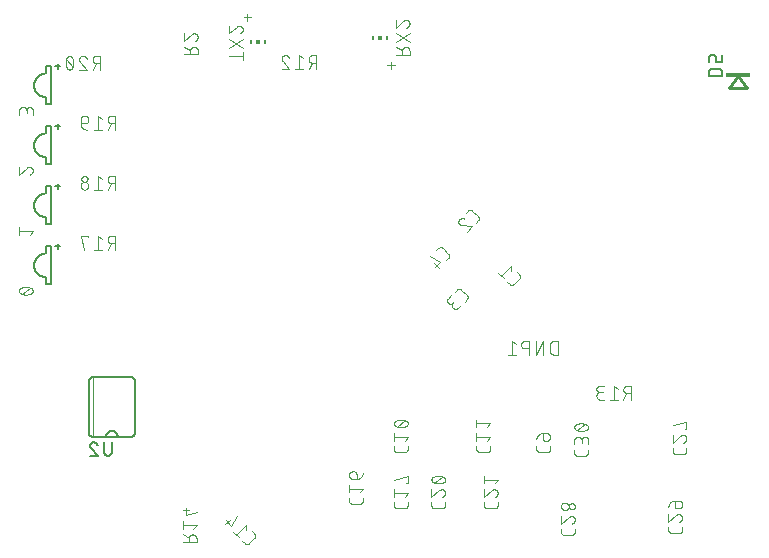
<source format=gbr>
G04 EAGLE Gerber RS-274X export*
G75*
%MOMM*%
%FSLAX34Y34*%
%LPD*%
%INSilkscreen Bottom*%
%IPPOS*%
%AMOC8*
5,1,8,0,0,1.08239X$1,22.5*%
G01*
%ADD10C,0.101600*%
%ADD11C,0.127000*%
%ADD12C,0.076200*%
%ADD13R,0.150000X0.300000*%
%ADD14R,0.300000X0.300000*%
%ADD15C,0.152400*%
%ADD16C,0.050800*%
%ADD17C,0.254000*%
%ADD18R,2.100000X0.300000*%


D10*
X96585Y303348D02*
X98421Y301512D01*
X98493Y301443D01*
X98567Y301377D01*
X98644Y301314D01*
X98723Y301254D01*
X98804Y301196D01*
X98888Y301142D01*
X98973Y301092D01*
X99061Y301044D01*
X99150Y301000D01*
X99241Y300959D01*
X99333Y300922D01*
X99426Y300888D01*
X99521Y300858D01*
X99617Y300832D01*
X99714Y300809D01*
X99812Y300790D01*
X99910Y300775D01*
X100009Y300764D01*
X100108Y300756D01*
X100207Y300752D01*
X100307Y300752D01*
X100406Y300756D01*
X100505Y300764D01*
X100604Y300775D01*
X100702Y300790D01*
X100800Y300809D01*
X100897Y300832D01*
X100993Y300858D01*
X101088Y300888D01*
X101181Y300922D01*
X101273Y300959D01*
X101364Y301000D01*
X101453Y301044D01*
X101541Y301092D01*
X101626Y301142D01*
X101710Y301196D01*
X101791Y301254D01*
X101870Y301314D01*
X101947Y301377D01*
X102021Y301443D01*
X102093Y301512D01*
X106682Y306102D01*
X106751Y306173D01*
X106818Y306248D01*
X106881Y306324D01*
X106941Y306403D01*
X106998Y306485D01*
X107052Y306568D01*
X107103Y306654D01*
X107151Y306741D01*
X107195Y306830D01*
X107236Y306921D01*
X107273Y307013D01*
X107307Y307107D01*
X107337Y307202D01*
X107363Y307298D01*
X107386Y307395D01*
X107404Y307492D01*
X107420Y307591D01*
X107431Y307690D01*
X107439Y307789D01*
X107443Y307888D01*
X107443Y307988D01*
X107439Y308087D01*
X107431Y308186D01*
X107420Y308285D01*
X107405Y308383D01*
X107386Y308481D01*
X107363Y308578D01*
X107337Y308674D01*
X107307Y308769D01*
X107273Y308862D01*
X107236Y308955D01*
X107195Y309046D01*
X107151Y309135D01*
X107103Y309222D01*
X107053Y309308D01*
X106998Y309391D01*
X106941Y309472D01*
X106881Y309552D01*
X106818Y309628D01*
X106751Y309703D01*
X106682Y309774D01*
X104846Y311610D01*
X99924Y312861D02*
X99465Y316992D01*
X91203Y308730D01*
X93498Y306435D02*
X88908Y311025D01*
X508Y164451D02*
X508Y161854D01*
X510Y161755D01*
X516Y161655D01*
X525Y161556D01*
X538Y161458D01*
X555Y161360D01*
X576Y161262D01*
X601Y161166D01*
X629Y161071D01*
X661Y160977D01*
X696Y160884D01*
X735Y160792D01*
X778Y160702D01*
X823Y160614D01*
X873Y160527D01*
X925Y160443D01*
X981Y160360D01*
X1039Y160280D01*
X1101Y160202D01*
X1166Y160127D01*
X1234Y160054D01*
X1304Y159984D01*
X1377Y159916D01*
X1452Y159851D01*
X1530Y159789D01*
X1610Y159731D01*
X1693Y159675D01*
X1777Y159623D01*
X1864Y159573D01*
X1952Y159528D01*
X2042Y159485D01*
X2134Y159446D01*
X2227Y159411D01*
X2321Y159379D01*
X2416Y159351D01*
X2512Y159326D01*
X2610Y159305D01*
X2708Y159288D01*
X2806Y159275D01*
X2905Y159266D01*
X3005Y159260D01*
X3104Y159258D01*
X9596Y159258D01*
X9695Y159260D01*
X9795Y159266D01*
X9894Y159275D01*
X9992Y159288D01*
X10090Y159305D01*
X10188Y159326D01*
X10284Y159351D01*
X10379Y159379D01*
X10473Y159411D01*
X10566Y159446D01*
X10658Y159485D01*
X10748Y159528D01*
X10836Y159573D01*
X10923Y159623D01*
X11007Y159675D01*
X11090Y159731D01*
X11170Y159789D01*
X11248Y159851D01*
X11323Y159916D01*
X11396Y159984D01*
X11466Y160054D01*
X11534Y160127D01*
X11599Y160202D01*
X11661Y160280D01*
X11719Y160360D01*
X11775Y160443D01*
X11827Y160527D01*
X11877Y160614D01*
X11922Y160702D01*
X11965Y160792D01*
X12004Y160884D01*
X12039Y160976D01*
X12071Y161071D01*
X12099Y161166D01*
X12124Y161262D01*
X12145Y161360D01*
X12162Y161458D01*
X12175Y161556D01*
X12184Y161655D01*
X12190Y161755D01*
X12192Y161854D01*
X12192Y164451D01*
X9596Y168816D02*
X12192Y172062D01*
X508Y172062D01*
X508Y175307D02*
X508Y168816D01*
X6350Y180247D02*
X6580Y180250D01*
X6810Y180258D01*
X7039Y180272D01*
X7268Y180291D01*
X7497Y180316D01*
X7724Y180346D01*
X7952Y180381D01*
X8178Y180422D01*
X8403Y180468D01*
X8627Y180520D01*
X8849Y180577D01*
X9071Y180639D01*
X9290Y180707D01*
X9508Y180780D01*
X9725Y180858D01*
X9939Y180941D01*
X10151Y181029D01*
X10361Y181122D01*
X10569Y181221D01*
X10569Y181220D02*
X10659Y181253D01*
X10748Y181289D01*
X10836Y181329D01*
X10921Y181373D01*
X11005Y181420D01*
X11087Y181470D01*
X11167Y181524D01*
X11244Y181580D01*
X11320Y181640D01*
X11393Y181703D01*
X11463Y181768D01*
X11531Y181837D01*
X11595Y181908D01*
X11657Y181981D01*
X11716Y182057D01*
X11772Y182135D01*
X11825Y182216D01*
X11874Y182298D01*
X11920Y182382D01*
X11963Y182469D01*
X12002Y182556D01*
X12038Y182646D01*
X12070Y182736D01*
X12098Y182828D01*
X12123Y182921D01*
X12144Y183015D01*
X12161Y183109D01*
X12175Y183204D01*
X12184Y183300D01*
X12190Y183396D01*
X12192Y183492D01*
X12190Y183588D01*
X12184Y183684D01*
X12175Y183780D01*
X12161Y183875D01*
X12144Y183969D01*
X12123Y184063D01*
X12098Y184156D01*
X12070Y184248D01*
X12038Y184338D01*
X12002Y184428D01*
X11963Y184515D01*
X11920Y184602D01*
X11874Y184686D01*
X11825Y184768D01*
X11772Y184849D01*
X11716Y184927D01*
X11657Y185003D01*
X11595Y185076D01*
X11531Y185147D01*
X11463Y185216D01*
X11393Y185281D01*
X11320Y185344D01*
X11244Y185404D01*
X11167Y185460D01*
X11087Y185514D01*
X11005Y185564D01*
X10921Y185611D01*
X10836Y185655D01*
X10748Y185695D01*
X10659Y185731D01*
X10569Y185764D01*
X10362Y185863D01*
X10152Y185956D01*
X9939Y186044D01*
X9725Y186127D01*
X9509Y186205D01*
X9291Y186278D01*
X9071Y186346D01*
X8850Y186408D01*
X8627Y186465D01*
X8403Y186517D01*
X8178Y186563D01*
X7952Y186604D01*
X7725Y186639D01*
X7497Y186669D01*
X7268Y186694D01*
X7039Y186713D01*
X6810Y186727D01*
X6580Y186735D01*
X6350Y186738D01*
X6350Y180246D02*
X6120Y180249D01*
X5890Y180257D01*
X5661Y180271D01*
X5432Y180290D01*
X5203Y180315D01*
X4975Y180345D01*
X4748Y180380D01*
X4522Y180421D01*
X4297Y180467D01*
X4073Y180519D01*
X3850Y180576D01*
X3629Y180638D01*
X3409Y180706D01*
X3191Y180779D01*
X2975Y180857D01*
X2761Y180940D01*
X2549Y181028D01*
X2338Y181121D01*
X2131Y181220D01*
X2041Y181253D01*
X1952Y181289D01*
X1864Y181330D01*
X1779Y181373D01*
X1695Y181420D01*
X1613Y181470D01*
X1533Y181524D01*
X1456Y181580D01*
X1380Y181640D01*
X1307Y181703D01*
X1237Y181768D01*
X1169Y181837D01*
X1105Y181908D01*
X1043Y181981D01*
X984Y182057D01*
X928Y182135D01*
X875Y182216D01*
X826Y182298D01*
X780Y182382D01*
X737Y182469D01*
X698Y182556D01*
X662Y182646D01*
X630Y182736D01*
X602Y182828D01*
X577Y182921D01*
X556Y183015D01*
X539Y183109D01*
X525Y183204D01*
X516Y183300D01*
X510Y183396D01*
X508Y183492D01*
X2131Y185764D02*
X2338Y185863D01*
X2549Y185956D01*
X2761Y186044D01*
X2975Y186127D01*
X3191Y186205D01*
X3409Y186278D01*
X3629Y186346D01*
X3850Y186408D01*
X4073Y186465D01*
X4297Y186517D01*
X4522Y186563D01*
X4748Y186604D01*
X4975Y186639D01*
X5203Y186669D01*
X5432Y186694D01*
X5661Y186713D01*
X5890Y186727D01*
X6120Y186735D01*
X6350Y186738D01*
X2131Y185764D02*
X2041Y185731D01*
X1952Y185695D01*
X1864Y185655D01*
X1779Y185611D01*
X1695Y185564D01*
X1613Y185514D01*
X1533Y185460D01*
X1456Y185404D01*
X1380Y185344D01*
X1307Y185281D01*
X1237Y185216D01*
X1169Y185147D01*
X1105Y185076D01*
X1043Y185003D01*
X984Y184927D01*
X928Y184849D01*
X875Y184768D01*
X826Y184686D01*
X780Y184602D01*
X737Y184515D01*
X698Y184428D01*
X662Y184338D01*
X630Y184248D01*
X602Y184156D01*
X577Y184063D01*
X556Y183969D01*
X539Y183875D01*
X525Y183780D01*
X516Y183684D01*
X510Y183588D01*
X508Y183492D01*
X3104Y180895D02*
X9596Y186088D01*
X70358Y164451D02*
X70358Y161854D01*
X70360Y161755D01*
X70366Y161655D01*
X70375Y161556D01*
X70388Y161458D01*
X70405Y161360D01*
X70426Y161262D01*
X70451Y161166D01*
X70479Y161071D01*
X70511Y160977D01*
X70546Y160884D01*
X70585Y160792D01*
X70628Y160702D01*
X70673Y160614D01*
X70723Y160527D01*
X70775Y160443D01*
X70831Y160360D01*
X70889Y160280D01*
X70951Y160202D01*
X71016Y160127D01*
X71084Y160054D01*
X71154Y159984D01*
X71227Y159916D01*
X71302Y159851D01*
X71380Y159789D01*
X71460Y159731D01*
X71543Y159675D01*
X71627Y159623D01*
X71714Y159573D01*
X71802Y159528D01*
X71892Y159485D01*
X71984Y159446D01*
X72077Y159411D01*
X72171Y159379D01*
X72266Y159351D01*
X72362Y159326D01*
X72460Y159305D01*
X72558Y159288D01*
X72656Y159275D01*
X72755Y159266D01*
X72855Y159260D01*
X72954Y159258D01*
X79446Y159258D01*
X79545Y159260D01*
X79645Y159266D01*
X79744Y159275D01*
X79842Y159288D01*
X79940Y159305D01*
X80038Y159326D01*
X80134Y159351D01*
X80229Y159379D01*
X80323Y159411D01*
X80416Y159446D01*
X80508Y159485D01*
X80598Y159528D01*
X80686Y159573D01*
X80773Y159623D01*
X80857Y159675D01*
X80940Y159731D01*
X81020Y159789D01*
X81098Y159851D01*
X81173Y159916D01*
X81246Y159984D01*
X81316Y160054D01*
X81384Y160127D01*
X81449Y160202D01*
X81511Y160280D01*
X81569Y160360D01*
X81625Y160443D01*
X81677Y160527D01*
X81727Y160614D01*
X81772Y160702D01*
X81815Y160792D01*
X81854Y160884D01*
X81889Y160976D01*
X81921Y161071D01*
X81949Y161166D01*
X81974Y161262D01*
X81995Y161360D01*
X82012Y161458D01*
X82025Y161556D01*
X82034Y161655D01*
X82040Y161755D01*
X82042Y161854D01*
X82042Y164451D01*
X79446Y168816D02*
X82042Y172062D01*
X70358Y172062D01*
X70358Y175307D02*
X70358Y168816D01*
X79446Y180246D02*
X82042Y183492D01*
X70358Y183492D01*
X70358Y186737D02*
X70358Y180246D01*
X-125976Y82137D02*
X-127812Y83973D01*
X-125976Y82137D02*
X-125904Y82068D01*
X-125830Y82002D01*
X-125753Y81939D01*
X-125674Y81879D01*
X-125593Y81821D01*
X-125509Y81767D01*
X-125424Y81717D01*
X-125336Y81669D01*
X-125247Y81625D01*
X-125156Y81584D01*
X-125064Y81547D01*
X-124971Y81513D01*
X-124876Y81483D01*
X-124780Y81457D01*
X-124683Y81434D01*
X-124585Y81415D01*
X-124487Y81400D01*
X-124388Y81389D01*
X-124289Y81381D01*
X-124190Y81377D01*
X-124090Y81377D01*
X-123991Y81381D01*
X-123892Y81389D01*
X-123793Y81400D01*
X-123695Y81415D01*
X-123597Y81434D01*
X-123500Y81457D01*
X-123404Y81483D01*
X-123309Y81513D01*
X-123216Y81547D01*
X-123124Y81584D01*
X-123033Y81625D01*
X-122944Y81669D01*
X-122856Y81717D01*
X-122771Y81767D01*
X-122687Y81821D01*
X-122606Y81879D01*
X-122527Y81939D01*
X-122450Y82002D01*
X-122376Y82068D01*
X-122304Y82137D01*
X-117714Y86727D01*
X-117645Y86798D01*
X-117578Y86873D01*
X-117515Y86949D01*
X-117455Y87028D01*
X-117398Y87110D01*
X-117344Y87193D01*
X-117293Y87279D01*
X-117245Y87366D01*
X-117201Y87455D01*
X-117160Y87546D01*
X-117123Y87638D01*
X-117089Y87732D01*
X-117059Y87827D01*
X-117033Y87923D01*
X-117010Y88020D01*
X-116992Y88117D01*
X-116976Y88216D01*
X-116965Y88315D01*
X-116957Y88414D01*
X-116953Y88513D01*
X-116953Y88613D01*
X-116957Y88712D01*
X-116965Y88811D01*
X-116976Y88910D01*
X-116991Y89008D01*
X-117010Y89106D01*
X-117033Y89203D01*
X-117059Y89299D01*
X-117089Y89394D01*
X-117123Y89487D01*
X-117160Y89580D01*
X-117201Y89671D01*
X-117245Y89760D01*
X-117293Y89847D01*
X-117343Y89933D01*
X-117398Y90016D01*
X-117455Y90097D01*
X-117515Y90177D01*
X-117578Y90253D01*
X-117645Y90328D01*
X-117714Y90399D01*
X-119550Y92235D01*
X-124472Y93485D02*
X-124931Y97616D01*
X-133193Y89354D01*
X-130898Y87060D02*
X-135488Y91649D01*
X-137145Y96978D02*
X-132555Y105239D01*
X-137145Y96978D02*
X-141735Y101568D01*
X-138522Y102027D02*
X-142193Y98355D01*
X-37592Y118119D02*
X-37592Y120716D01*
X-37592Y118119D02*
X-37590Y118020D01*
X-37584Y117920D01*
X-37575Y117821D01*
X-37562Y117723D01*
X-37545Y117625D01*
X-37524Y117527D01*
X-37499Y117431D01*
X-37471Y117336D01*
X-37439Y117242D01*
X-37404Y117149D01*
X-37365Y117057D01*
X-37322Y116967D01*
X-37277Y116879D01*
X-37227Y116792D01*
X-37175Y116708D01*
X-37119Y116625D01*
X-37061Y116545D01*
X-36999Y116467D01*
X-36934Y116392D01*
X-36866Y116319D01*
X-36796Y116249D01*
X-36723Y116181D01*
X-36648Y116116D01*
X-36570Y116054D01*
X-36490Y115996D01*
X-36407Y115940D01*
X-36323Y115888D01*
X-36236Y115838D01*
X-36148Y115793D01*
X-36058Y115750D01*
X-35966Y115711D01*
X-35873Y115676D01*
X-35779Y115644D01*
X-35684Y115616D01*
X-35588Y115591D01*
X-35490Y115570D01*
X-35392Y115553D01*
X-35294Y115540D01*
X-35195Y115531D01*
X-35095Y115525D01*
X-34996Y115523D01*
X-28504Y115523D01*
X-28504Y115522D02*
X-28405Y115524D01*
X-28305Y115530D01*
X-28206Y115539D01*
X-28108Y115552D01*
X-28010Y115570D01*
X-27912Y115590D01*
X-27816Y115615D01*
X-27720Y115643D01*
X-27626Y115675D01*
X-27533Y115710D01*
X-27442Y115749D01*
X-27352Y115792D01*
X-27263Y115837D01*
X-27177Y115887D01*
X-27092Y115939D01*
X-27010Y115995D01*
X-26930Y116054D01*
X-26852Y116115D01*
X-26776Y116180D01*
X-26703Y116248D01*
X-26633Y116318D01*
X-26565Y116391D01*
X-26500Y116467D01*
X-26439Y116545D01*
X-26380Y116625D01*
X-26324Y116707D01*
X-26272Y116792D01*
X-26223Y116878D01*
X-26177Y116967D01*
X-26134Y117057D01*
X-26095Y117148D01*
X-26060Y117241D01*
X-26028Y117335D01*
X-26000Y117431D01*
X-25975Y117527D01*
X-25955Y117625D01*
X-25937Y117723D01*
X-25924Y117821D01*
X-25915Y117920D01*
X-25909Y118019D01*
X-25907Y118119D01*
X-25908Y118119D02*
X-25908Y120716D01*
X-28504Y125081D02*
X-25908Y128326D01*
X-37592Y128326D01*
X-37592Y125081D02*
X-37592Y131572D01*
X-31101Y136511D02*
X-31101Y140406D01*
X-31103Y140505D01*
X-31109Y140605D01*
X-31118Y140704D01*
X-31131Y140802D01*
X-31148Y140900D01*
X-31169Y140998D01*
X-31194Y141094D01*
X-31222Y141189D01*
X-31254Y141283D01*
X-31289Y141376D01*
X-31328Y141468D01*
X-31371Y141558D01*
X-31416Y141646D01*
X-31466Y141733D01*
X-31518Y141817D01*
X-31574Y141900D01*
X-31632Y141980D01*
X-31694Y142058D01*
X-31759Y142133D01*
X-31827Y142206D01*
X-31897Y142276D01*
X-31970Y142344D01*
X-32045Y142409D01*
X-32123Y142471D01*
X-32203Y142529D01*
X-32286Y142585D01*
X-32370Y142637D01*
X-32457Y142687D01*
X-32545Y142732D01*
X-32635Y142775D01*
X-32727Y142814D01*
X-32820Y142849D01*
X-32914Y142881D01*
X-33009Y142909D01*
X-33105Y142934D01*
X-33203Y142955D01*
X-33301Y142972D01*
X-33399Y142985D01*
X-33498Y142994D01*
X-33598Y143000D01*
X-33697Y143002D01*
X-34346Y143002D01*
X-34459Y143000D01*
X-34572Y142994D01*
X-34685Y142984D01*
X-34798Y142970D01*
X-34910Y142953D01*
X-35021Y142931D01*
X-35131Y142906D01*
X-35241Y142876D01*
X-35349Y142843D01*
X-35456Y142806D01*
X-35562Y142766D01*
X-35666Y142721D01*
X-35769Y142673D01*
X-35870Y142622D01*
X-35969Y142567D01*
X-36066Y142509D01*
X-36161Y142447D01*
X-36254Y142382D01*
X-36344Y142314D01*
X-36432Y142243D01*
X-36518Y142168D01*
X-36601Y142091D01*
X-36681Y142011D01*
X-36758Y141928D01*
X-36833Y141842D01*
X-36904Y141754D01*
X-36972Y141664D01*
X-37037Y141571D01*
X-37099Y141476D01*
X-37157Y141379D01*
X-37212Y141280D01*
X-37263Y141179D01*
X-37311Y141076D01*
X-37356Y140972D01*
X-37396Y140866D01*
X-37433Y140759D01*
X-37466Y140651D01*
X-37496Y140541D01*
X-37521Y140431D01*
X-37543Y140320D01*
X-37560Y140208D01*
X-37574Y140095D01*
X-37584Y139982D01*
X-37590Y139869D01*
X-37592Y139756D01*
X-37590Y139643D01*
X-37584Y139530D01*
X-37574Y139417D01*
X-37560Y139304D01*
X-37543Y139192D01*
X-37521Y139081D01*
X-37496Y138971D01*
X-37466Y138861D01*
X-37433Y138753D01*
X-37396Y138646D01*
X-37356Y138540D01*
X-37311Y138436D01*
X-37263Y138333D01*
X-37212Y138232D01*
X-37157Y138133D01*
X-37099Y138036D01*
X-37037Y137941D01*
X-36972Y137848D01*
X-36904Y137758D01*
X-36833Y137670D01*
X-36758Y137584D01*
X-36681Y137501D01*
X-36601Y137421D01*
X-36518Y137344D01*
X-36432Y137269D01*
X-36344Y137198D01*
X-36254Y137130D01*
X-36161Y137065D01*
X-36066Y137003D01*
X-35969Y136945D01*
X-35870Y136890D01*
X-35769Y136839D01*
X-35666Y136791D01*
X-35562Y136746D01*
X-35456Y136706D01*
X-35349Y136669D01*
X-35241Y136636D01*
X-35131Y136606D01*
X-35021Y136581D01*
X-34910Y136559D01*
X-34798Y136542D01*
X-34685Y136528D01*
X-34572Y136518D01*
X-34459Y136512D01*
X-34346Y136510D01*
X-34346Y136511D02*
X-31101Y136511D01*
X-30958Y136513D01*
X-30815Y136519D01*
X-30672Y136529D01*
X-30530Y136543D01*
X-30388Y136560D01*
X-30246Y136582D01*
X-30105Y136607D01*
X-29965Y136637D01*
X-29826Y136670D01*
X-29688Y136707D01*
X-29551Y136748D01*
X-29415Y136792D01*
X-29280Y136841D01*
X-29147Y136893D01*
X-29015Y136948D01*
X-28885Y137008D01*
X-28756Y137071D01*
X-28629Y137137D01*
X-28505Y137207D01*
X-28382Y137280D01*
X-28261Y137357D01*
X-28142Y137436D01*
X-28026Y137520D01*
X-27911Y137606D01*
X-27800Y137695D01*
X-27691Y137788D01*
X-27584Y137883D01*
X-27480Y137982D01*
X-27379Y138083D01*
X-27280Y138187D01*
X-27185Y138293D01*
X-27092Y138403D01*
X-27003Y138514D01*
X-26917Y138628D01*
X-26834Y138745D01*
X-26754Y138864D01*
X-26677Y138985D01*
X-26604Y139107D01*
X-26534Y139232D01*
X-26468Y139359D01*
X-26405Y139488D01*
X-26345Y139618D01*
X-26290Y139750D01*
X-26238Y139883D01*
X-26189Y140018D01*
X-26145Y140154D01*
X-26104Y140291D01*
X-26067Y140429D01*
X-26034Y140568D01*
X-26004Y140708D01*
X-25979Y140849D01*
X-25957Y140991D01*
X-25940Y141133D01*
X-25926Y141275D01*
X-25916Y141418D01*
X-25910Y141561D01*
X-25908Y141704D01*
X508Y116906D02*
X508Y114309D01*
X510Y114210D01*
X516Y114110D01*
X525Y114011D01*
X538Y113913D01*
X555Y113815D01*
X576Y113717D01*
X601Y113621D01*
X629Y113526D01*
X661Y113432D01*
X696Y113339D01*
X735Y113247D01*
X778Y113157D01*
X823Y113069D01*
X873Y112982D01*
X925Y112898D01*
X981Y112815D01*
X1039Y112735D01*
X1101Y112657D01*
X1166Y112582D01*
X1234Y112509D01*
X1304Y112439D01*
X1377Y112371D01*
X1452Y112306D01*
X1530Y112244D01*
X1610Y112186D01*
X1693Y112130D01*
X1777Y112078D01*
X1864Y112028D01*
X1952Y111983D01*
X2042Y111940D01*
X2134Y111901D01*
X2227Y111866D01*
X2321Y111834D01*
X2416Y111806D01*
X2512Y111781D01*
X2610Y111760D01*
X2708Y111743D01*
X2806Y111730D01*
X2905Y111721D01*
X3005Y111715D01*
X3104Y111713D01*
X9596Y111713D01*
X9695Y111715D01*
X9795Y111721D01*
X9894Y111730D01*
X9992Y111743D01*
X10090Y111760D01*
X10188Y111781D01*
X10284Y111806D01*
X10379Y111834D01*
X10473Y111866D01*
X10566Y111901D01*
X10658Y111940D01*
X10748Y111983D01*
X10836Y112028D01*
X10923Y112078D01*
X11007Y112130D01*
X11090Y112186D01*
X11170Y112244D01*
X11248Y112306D01*
X11323Y112371D01*
X11396Y112439D01*
X11466Y112509D01*
X11534Y112582D01*
X11599Y112657D01*
X11661Y112735D01*
X11719Y112815D01*
X11775Y112898D01*
X11827Y112982D01*
X11877Y113069D01*
X11922Y113157D01*
X11965Y113247D01*
X12004Y113339D01*
X12039Y113431D01*
X12071Y113526D01*
X12099Y113621D01*
X12124Y113717D01*
X12145Y113815D01*
X12162Y113913D01*
X12175Y114011D01*
X12184Y114110D01*
X12190Y114210D01*
X12192Y114309D01*
X12192Y116906D01*
X9596Y121271D02*
X12192Y124516D01*
X508Y124516D01*
X508Y121271D02*
X508Y127762D01*
X10894Y132701D02*
X12192Y132701D01*
X12192Y139192D01*
X508Y135946D01*
X69778Y353633D02*
X71614Y355469D01*
X71614Y355468D02*
X71683Y355540D01*
X71749Y355614D01*
X71812Y355691D01*
X71872Y355770D01*
X71930Y355851D01*
X71984Y355935D01*
X72034Y356020D01*
X72082Y356108D01*
X72126Y356197D01*
X72167Y356288D01*
X72204Y356380D01*
X72238Y356473D01*
X72268Y356568D01*
X72294Y356664D01*
X72317Y356761D01*
X72336Y356859D01*
X72351Y356957D01*
X72362Y357056D01*
X72370Y357155D01*
X72374Y357254D01*
X72374Y357354D01*
X72370Y357453D01*
X72362Y357552D01*
X72351Y357651D01*
X72336Y357749D01*
X72317Y357847D01*
X72294Y357944D01*
X72268Y358040D01*
X72238Y358135D01*
X72204Y358228D01*
X72167Y358320D01*
X72126Y358411D01*
X72082Y358500D01*
X72034Y358588D01*
X71984Y358673D01*
X71930Y358757D01*
X71872Y358838D01*
X71812Y358917D01*
X71749Y358994D01*
X71683Y359068D01*
X71614Y359140D01*
X67024Y363730D01*
X66953Y363799D01*
X66878Y363866D01*
X66802Y363929D01*
X66723Y363989D01*
X66641Y364046D01*
X66558Y364100D01*
X66472Y364151D01*
X66385Y364199D01*
X66296Y364243D01*
X66205Y364284D01*
X66113Y364321D01*
X66019Y364355D01*
X65924Y364385D01*
X65828Y364411D01*
X65731Y364434D01*
X65634Y364452D01*
X65535Y364468D01*
X65436Y364479D01*
X65337Y364487D01*
X65238Y364491D01*
X65138Y364491D01*
X65039Y364487D01*
X64940Y364479D01*
X64841Y364468D01*
X64743Y364453D01*
X64645Y364434D01*
X64548Y364411D01*
X64452Y364385D01*
X64357Y364355D01*
X64264Y364321D01*
X64171Y364284D01*
X64080Y364243D01*
X63991Y364199D01*
X63904Y364151D01*
X63818Y364101D01*
X63735Y364046D01*
X63654Y363989D01*
X63574Y363929D01*
X63498Y363866D01*
X63423Y363799D01*
X63352Y363730D01*
X61516Y361894D01*
X55905Y356283D02*
X55830Y356207D01*
X55759Y356127D01*
X55691Y356045D01*
X55626Y355961D01*
X55564Y355874D01*
X55505Y355785D01*
X55449Y355694D01*
X55397Y355601D01*
X55348Y355506D01*
X55303Y355409D01*
X55261Y355311D01*
X55223Y355211D01*
X55189Y355110D01*
X55158Y355008D01*
X55131Y354905D01*
X55108Y354801D01*
X55088Y354696D01*
X55073Y354590D01*
X55061Y354484D01*
X55053Y354378D01*
X55049Y354271D01*
X55049Y354165D01*
X55053Y354058D01*
X55061Y353952D01*
X55073Y353846D01*
X55088Y353740D01*
X55108Y353635D01*
X55131Y353531D01*
X55158Y353428D01*
X55189Y353326D01*
X55223Y353225D01*
X55261Y353125D01*
X55303Y353027D01*
X55348Y352930D01*
X55397Y352835D01*
X55449Y352742D01*
X55505Y352651D01*
X55564Y352562D01*
X55626Y352475D01*
X55691Y352391D01*
X55759Y352309D01*
X55830Y352229D01*
X55905Y352153D01*
X55904Y356284D02*
X55991Y356368D01*
X56081Y356449D01*
X56173Y356528D01*
X56268Y356603D01*
X56365Y356675D01*
X56464Y356745D01*
X56566Y356810D01*
X56669Y356873D01*
X56775Y356932D01*
X56882Y356988D01*
X56991Y357040D01*
X57102Y357089D01*
X57214Y357134D01*
X57328Y357176D01*
X57443Y357213D01*
X57559Y357248D01*
X57676Y357278D01*
X57794Y357304D01*
X57913Y357327D01*
X58033Y357346D01*
X58153Y357361D01*
X58273Y357372D01*
X58394Y357379D01*
X58515Y357383D01*
X58636Y357382D01*
X58757Y357378D01*
X58878Y357369D01*
X58998Y357357D01*
X59118Y357341D01*
X59237Y357321D01*
X59356Y357297D01*
X59474Y357270D01*
X59591Y357238D01*
X59706Y357203D01*
X59821Y357164D01*
X59934Y357122D01*
X60046Y357075D01*
X60156Y357026D01*
X60265Y356972D01*
X58199Y351234D02*
X58089Y351233D01*
X57978Y351236D01*
X57868Y351243D01*
X57758Y351254D01*
X57649Y351269D01*
X57540Y351288D01*
X57432Y351310D01*
X57324Y351336D01*
X57218Y351366D01*
X57113Y351400D01*
X57009Y351437D01*
X56906Y351478D01*
X56805Y351523D01*
X56706Y351571D01*
X56608Y351623D01*
X56513Y351678D01*
X56419Y351736D01*
X56327Y351798D01*
X56238Y351863D01*
X56150Y351930D01*
X56066Y352001D01*
X55984Y352075D01*
X55904Y352152D01*
X58200Y351234D02*
X66691Y350546D01*
X62101Y345956D01*
X32258Y116906D02*
X32258Y114309D01*
X32260Y114210D01*
X32266Y114110D01*
X32275Y114011D01*
X32288Y113913D01*
X32305Y113815D01*
X32326Y113717D01*
X32351Y113621D01*
X32379Y113526D01*
X32411Y113432D01*
X32446Y113339D01*
X32485Y113247D01*
X32528Y113157D01*
X32573Y113069D01*
X32623Y112982D01*
X32675Y112898D01*
X32731Y112815D01*
X32789Y112735D01*
X32851Y112657D01*
X32916Y112582D01*
X32984Y112509D01*
X33054Y112439D01*
X33127Y112371D01*
X33202Y112306D01*
X33280Y112244D01*
X33360Y112186D01*
X33443Y112130D01*
X33527Y112078D01*
X33614Y112028D01*
X33702Y111983D01*
X33792Y111940D01*
X33884Y111901D01*
X33977Y111866D01*
X34071Y111834D01*
X34166Y111806D01*
X34262Y111781D01*
X34360Y111760D01*
X34458Y111743D01*
X34556Y111730D01*
X34655Y111721D01*
X34755Y111715D01*
X34854Y111713D01*
X41346Y111713D01*
X41445Y111715D01*
X41545Y111721D01*
X41644Y111730D01*
X41742Y111743D01*
X41840Y111760D01*
X41938Y111781D01*
X42034Y111806D01*
X42129Y111834D01*
X42223Y111866D01*
X42316Y111901D01*
X42408Y111940D01*
X42498Y111983D01*
X42586Y112028D01*
X42673Y112078D01*
X42757Y112130D01*
X42840Y112186D01*
X42920Y112244D01*
X42998Y112306D01*
X43073Y112371D01*
X43146Y112439D01*
X43216Y112509D01*
X43284Y112582D01*
X43349Y112657D01*
X43411Y112735D01*
X43469Y112815D01*
X43525Y112898D01*
X43577Y112982D01*
X43627Y113069D01*
X43672Y113157D01*
X43715Y113247D01*
X43754Y113339D01*
X43789Y113431D01*
X43821Y113526D01*
X43849Y113621D01*
X43874Y113717D01*
X43895Y113815D01*
X43912Y113913D01*
X43925Y114011D01*
X43934Y114110D01*
X43940Y114210D01*
X43942Y114309D01*
X43942Y116906D01*
X43942Y124841D02*
X43940Y124948D01*
X43934Y125054D01*
X43924Y125160D01*
X43911Y125266D01*
X43893Y125372D01*
X43872Y125476D01*
X43847Y125580D01*
X43818Y125683D01*
X43786Y125784D01*
X43749Y125884D01*
X43709Y125983D01*
X43666Y126081D01*
X43619Y126177D01*
X43568Y126271D01*
X43514Y126363D01*
X43457Y126453D01*
X43397Y126541D01*
X43333Y126626D01*
X43266Y126709D01*
X43196Y126790D01*
X43124Y126868D01*
X43048Y126944D01*
X42970Y127016D01*
X42889Y127086D01*
X42806Y127153D01*
X42721Y127217D01*
X42633Y127277D01*
X42543Y127334D01*
X42451Y127388D01*
X42357Y127439D01*
X42261Y127486D01*
X42163Y127529D01*
X42064Y127569D01*
X41964Y127606D01*
X41863Y127638D01*
X41760Y127667D01*
X41656Y127692D01*
X41552Y127713D01*
X41446Y127731D01*
X41340Y127744D01*
X41234Y127754D01*
X41128Y127760D01*
X41021Y127762D01*
X43942Y124841D02*
X43940Y124720D01*
X43934Y124599D01*
X43924Y124479D01*
X43911Y124358D01*
X43893Y124239D01*
X43872Y124119D01*
X43847Y124001D01*
X43818Y123884D01*
X43785Y123767D01*
X43749Y123652D01*
X43708Y123538D01*
X43665Y123425D01*
X43617Y123313D01*
X43566Y123204D01*
X43511Y123096D01*
X43453Y122989D01*
X43392Y122885D01*
X43327Y122783D01*
X43259Y122683D01*
X43188Y122585D01*
X43114Y122489D01*
X43037Y122396D01*
X42956Y122306D01*
X42873Y122218D01*
X42787Y122133D01*
X42698Y122050D01*
X42607Y121971D01*
X42513Y121894D01*
X42417Y121821D01*
X42319Y121751D01*
X42218Y121684D01*
X42115Y121620D01*
X42010Y121560D01*
X41903Y121503D01*
X41795Y121449D01*
X41685Y121399D01*
X41573Y121353D01*
X41460Y121310D01*
X41345Y121271D01*
X38749Y126789D02*
X38826Y126868D01*
X38907Y126944D01*
X38990Y127017D01*
X39075Y127087D01*
X39163Y127154D01*
X39253Y127218D01*
X39345Y127278D01*
X39440Y127335D01*
X39536Y127389D01*
X39634Y127440D01*
X39734Y127487D01*
X39836Y127531D01*
X39939Y127571D01*
X40043Y127607D01*
X40149Y127639D01*
X40255Y127668D01*
X40363Y127693D01*
X40471Y127715D01*
X40581Y127732D01*
X40690Y127746D01*
X40800Y127755D01*
X40911Y127761D01*
X41021Y127763D01*
X38749Y126788D02*
X32258Y121271D01*
X32258Y127762D01*
X38100Y132701D02*
X38330Y132704D01*
X38560Y132712D01*
X38789Y132726D01*
X39018Y132745D01*
X39247Y132770D01*
X39474Y132800D01*
X39702Y132835D01*
X39928Y132876D01*
X40153Y132922D01*
X40377Y132974D01*
X40599Y133031D01*
X40821Y133093D01*
X41040Y133161D01*
X41258Y133234D01*
X41475Y133312D01*
X41689Y133395D01*
X41901Y133483D01*
X42111Y133576D01*
X42319Y133675D01*
X42319Y133674D02*
X42409Y133707D01*
X42498Y133743D01*
X42586Y133783D01*
X42671Y133827D01*
X42755Y133874D01*
X42837Y133924D01*
X42917Y133978D01*
X42994Y134034D01*
X43070Y134094D01*
X43143Y134157D01*
X43213Y134222D01*
X43281Y134291D01*
X43345Y134362D01*
X43407Y134435D01*
X43466Y134511D01*
X43522Y134589D01*
X43575Y134670D01*
X43624Y134752D01*
X43670Y134836D01*
X43713Y134923D01*
X43752Y135010D01*
X43788Y135100D01*
X43820Y135190D01*
X43848Y135282D01*
X43873Y135375D01*
X43894Y135469D01*
X43911Y135563D01*
X43925Y135658D01*
X43934Y135754D01*
X43940Y135850D01*
X43942Y135946D01*
X43940Y136042D01*
X43934Y136138D01*
X43925Y136234D01*
X43911Y136329D01*
X43894Y136423D01*
X43873Y136517D01*
X43848Y136610D01*
X43820Y136702D01*
X43788Y136792D01*
X43752Y136882D01*
X43713Y136969D01*
X43670Y137056D01*
X43624Y137140D01*
X43575Y137222D01*
X43522Y137303D01*
X43466Y137381D01*
X43407Y137457D01*
X43345Y137530D01*
X43281Y137601D01*
X43213Y137670D01*
X43143Y137735D01*
X43070Y137798D01*
X42994Y137858D01*
X42917Y137914D01*
X42837Y137968D01*
X42755Y138018D01*
X42671Y138065D01*
X42586Y138109D01*
X42498Y138149D01*
X42409Y138185D01*
X42319Y138218D01*
X42319Y138219D02*
X42112Y138318D01*
X41902Y138411D01*
X41689Y138499D01*
X41475Y138582D01*
X41259Y138660D01*
X41041Y138733D01*
X40821Y138801D01*
X40600Y138863D01*
X40377Y138920D01*
X40153Y138972D01*
X39928Y139018D01*
X39702Y139059D01*
X39475Y139094D01*
X39247Y139124D01*
X39018Y139149D01*
X38789Y139168D01*
X38560Y139182D01*
X38330Y139190D01*
X38100Y139193D01*
X38100Y132701D02*
X37870Y132704D01*
X37640Y132712D01*
X37411Y132726D01*
X37182Y132745D01*
X36953Y132770D01*
X36725Y132800D01*
X36498Y132835D01*
X36272Y132876D01*
X36047Y132922D01*
X35823Y132974D01*
X35600Y133031D01*
X35379Y133093D01*
X35159Y133161D01*
X34941Y133234D01*
X34725Y133312D01*
X34511Y133395D01*
X34299Y133483D01*
X34088Y133576D01*
X33881Y133675D01*
X33881Y133674D02*
X33791Y133707D01*
X33702Y133743D01*
X33614Y133784D01*
X33529Y133827D01*
X33445Y133874D01*
X33363Y133924D01*
X33283Y133978D01*
X33206Y134034D01*
X33130Y134094D01*
X33057Y134157D01*
X32987Y134222D01*
X32919Y134291D01*
X32855Y134362D01*
X32793Y134435D01*
X32734Y134511D01*
X32678Y134589D01*
X32625Y134670D01*
X32576Y134752D01*
X32530Y134836D01*
X32487Y134923D01*
X32448Y135010D01*
X32412Y135100D01*
X32380Y135190D01*
X32352Y135282D01*
X32327Y135375D01*
X32306Y135469D01*
X32289Y135563D01*
X32275Y135658D01*
X32266Y135754D01*
X32260Y135850D01*
X32258Y135946D01*
X33881Y138218D02*
X34088Y138317D01*
X34299Y138410D01*
X34511Y138498D01*
X34725Y138581D01*
X34941Y138659D01*
X35159Y138732D01*
X35379Y138800D01*
X35600Y138862D01*
X35823Y138919D01*
X36047Y138971D01*
X36272Y139017D01*
X36498Y139058D01*
X36725Y139093D01*
X36953Y139123D01*
X37182Y139148D01*
X37411Y139167D01*
X37640Y139181D01*
X37870Y139189D01*
X38100Y139192D01*
X33881Y138218D02*
X33791Y138185D01*
X33702Y138149D01*
X33614Y138109D01*
X33529Y138065D01*
X33445Y138018D01*
X33363Y137968D01*
X33283Y137914D01*
X33206Y137858D01*
X33130Y137798D01*
X33057Y137735D01*
X32987Y137670D01*
X32919Y137601D01*
X32855Y137530D01*
X32793Y137457D01*
X32734Y137381D01*
X32678Y137303D01*
X32625Y137222D01*
X32576Y137140D01*
X32530Y137056D01*
X32487Y136969D01*
X32448Y136882D01*
X32412Y136792D01*
X32380Y136702D01*
X32352Y136610D01*
X32327Y136517D01*
X32306Y136423D01*
X32289Y136329D01*
X32275Y136234D01*
X32266Y136138D01*
X32260Y136042D01*
X32258Y135946D01*
X34854Y133350D02*
X41346Y138543D01*
X76708Y116906D02*
X76708Y114309D01*
X76710Y114210D01*
X76716Y114110D01*
X76725Y114011D01*
X76738Y113913D01*
X76755Y113815D01*
X76776Y113717D01*
X76801Y113621D01*
X76829Y113526D01*
X76861Y113432D01*
X76896Y113339D01*
X76935Y113247D01*
X76978Y113157D01*
X77023Y113069D01*
X77073Y112982D01*
X77125Y112898D01*
X77181Y112815D01*
X77239Y112735D01*
X77301Y112657D01*
X77366Y112582D01*
X77434Y112509D01*
X77504Y112439D01*
X77577Y112371D01*
X77652Y112306D01*
X77730Y112244D01*
X77810Y112186D01*
X77893Y112130D01*
X77977Y112078D01*
X78064Y112028D01*
X78152Y111983D01*
X78242Y111940D01*
X78334Y111901D01*
X78427Y111866D01*
X78521Y111834D01*
X78616Y111806D01*
X78712Y111781D01*
X78810Y111760D01*
X78908Y111743D01*
X79006Y111730D01*
X79105Y111721D01*
X79205Y111715D01*
X79304Y111713D01*
X85796Y111713D01*
X85895Y111715D01*
X85995Y111721D01*
X86094Y111730D01*
X86192Y111743D01*
X86290Y111760D01*
X86388Y111781D01*
X86484Y111806D01*
X86579Y111834D01*
X86673Y111866D01*
X86766Y111901D01*
X86858Y111940D01*
X86948Y111983D01*
X87036Y112028D01*
X87123Y112078D01*
X87207Y112130D01*
X87290Y112186D01*
X87370Y112244D01*
X87448Y112306D01*
X87523Y112371D01*
X87596Y112439D01*
X87666Y112509D01*
X87734Y112582D01*
X87799Y112657D01*
X87861Y112735D01*
X87919Y112815D01*
X87975Y112898D01*
X88027Y112982D01*
X88077Y113069D01*
X88122Y113157D01*
X88165Y113247D01*
X88204Y113339D01*
X88239Y113431D01*
X88271Y113526D01*
X88299Y113621D01*
X88324Y113717D01*
X88345Y113815D01*
X88362Y113913D01*
X88375Y114011D01*
X88384Y114110D01*
X88390Y114210D01*
X88392Y114309D01*
X88392Y116906D01*
X88392Y124841D02*
X88390Y124948D01*
X88384Y125054D01*
X88374Y125160D01*
X88361Y125266D01*
X88343Y125372D01*
X88322Y125476D01*
X88297Y125580D01*
X88268Y125683D01*
X88236Y125784D01*
X88199Y125884D01*
X88159Y125983D01*
X88116Y126081D01*
X88069Y126177D01*
X88018Y126271D01*
X87964Y126363D01*
X87907Y126453D01*
X87847Y126541D01*
X87783Y126626D01*
X87716Y126709D01*
X87646Y126790D01*
X87574Y126868D01*
X87498Y126944D01*
X87420Y127016D01*
X87339Y127086D01*
X87256Y127153D01*
X87171Y127217D01*
X87083Y127277D01*
X86993Y127334D01*
X86901Y127388D01*
X86807Y127439D01*
X86711Y127486D01*
X86613Y127529D01*
X86514Y127569D01*
X86414Y127606D01*
X86313Y127638D01*
X86210Y127667D01*
X86106Y127692D01*
X86002Y127713D01*
X85896Y127731D01*
X85790Y127744D01*
X85684Y127754D01*
X85578Y127760D01*
X85471Y127762D01*
X88392Y124841D02*
X88390Y124720D01*
X88384Y124599D01*
X88374Y124479D01*
X88361Y124358D01*
X88343Y124239D01*
X88322Y124119D01*
X88297Y124001D01*
X88268Y123884D01*
X88235Y123767D01*
X88199Y123652D01*
X88158Y123538D01*
X88115Y123425D01*
X88067Y123313D01*
X88016Y123204D01*
X87961Y123096D01*
X87903Y122989D01*
X87842Y122885D01*
X87777Y122783D01*
X87709Y122683D01*
X87638Y122585D01*
X87564Y122489D01*
X87487Y122396D01*
X87406Y122306D01*
X87323Y122218D01*
X87237Y122133D01*
X87148Y122050D01*
X87057Y121971D01*
X86963Y121894D01*
X86867Y121821D01*
X86769Y121751D01*
X86668Y121684D01*
X86565Y121620D01*
X86460Y121560D01*
X86353Y121503D01*
X86245Y121449D01*
X86135Y121399D01*
X86023Y121353D01*
X85910Y121310D01*
X85795Y121271D01*
X83199Y126789D02*
X83276Y126868D01*
X83357Y126944D01*
X83440Y127017D01*
X83525Y127087D01*
X83613Y127154D01*
X83703Y127218D01*
X83795Y127278D01*
X83890Y127335D01*
X83986Y127389D01*
X84084Y127440D01*
X84184Y127487D01*
X84286Y127531D01*
X84389Y127571D01*
X84493Y127607D01*
X84599Y127639D01*
X84705Y127668D01*
X84813Y127693D01*
X84921Y127715D01*
X85031Y127732D01*
X85140Y127746D01*
X85250Y127755D01*
X85361Y127761D01*
X85471Y127763D01*
X83199Y126788D02*
X76708Y121271D01*
X76708Y127762D01*
X85796Y132701D02*
X88392Y135946D01*
X76708Y135946D01*
X76708Y132701D02*
X76708Y139192D01*
X60345Y286762D02*
X62181Y288598D01*
X62250Y288670D01*
X62316Y288744D01*
X62379Y288821D01*
X62439Y288900D01*
X62497Y288981D01*
X62551Y289065D01*
X62601Y289150D01*
X62649Y289238D01*
X62693Y289327D01*
X62734Y289418D01*
X62771Y289510D01*
X62805Y289603D01*
X62835Y289698D01*
X62861Y289794D01*
X62884Y289891D01*
X62903Y289989D01*
X62918Y290087D01*
X62929Y290186D01*
X62937Y290285D01*
X62941Y290384D01*
X62941Y290484D01*
X62937Y290583D01*
X62929Y290682D01*
X62918Y290781D01*
X62903Y290879D01*
X62884Y290977D01*
X62861Y291074D01*
X62835Y291170D01*
X62805Y291265D01*
X62771Y291358D01*
X62734Y291450D01*
X62693Y291541D01*
X62649Y291630D01*
X62601Y291718D01*
X62551Y291803D01*
X62497Y291887D01*
X62439Y291968D01*
X62379Y292047D01*
X62316Y292124D01*
X62250Y292198D01*
X62181Y292270D01*
X57591Y296860D01*
X57520Y296929D01*
X57445Y296996D01*
X57369Y297059D01*
X57290Y297119D01*
X57208Y297176D01*
X57125Y297230D01*
X57039Y297281D01*
X56952Y297329D01*
X56863Y297373D01*
X56772Y297414D01*
X56680Y297451D01*
X56586Y297485D01*
X56491Y297515D01*
X56395Y297541D01*
X56298Y297564D01*
X56201Y297582D01*
X56102Y297598D01*
X56003Y297609D01*
X55904Y297617D01*
X55805Y297621D01*
X55705Y297621D01*
X55606Y297617D01*
X55507Y297609D01*
X55408Y297598D01*
X55310Y297583D01*
X55212Y297564D01*
X55115Y297541D01*
X55019Y297515D01*
X54924Y297485D01*
X54831Y297451D01*
X54738Y297414D01*
X54647Y297373D01*
X54558Y297329D01*
X54471Y297281D01*
X54385Y297231D01*
X54302Y297176D01*
X54221Y297119D01*
X54141Y297059D01*
X54065Y296996D01*
X53990Y296929D01*
X53919Y296860D01*
X52083Y295024D01*
X57258Y283675D02*
X54963Y281381D01*
X54963Y281380D02*
X54882Y281301D01*
X54798Y281225D01*
X54711Y281152D01*
X54622Y281083D01*
X54530Y281016D01*
X54436Y280953D01*
X54340Y280893D01*
X54242Y280836D01*
X54142Y280783D01*
X54040Y280733D01*
X53936Y280687D01*
X53831Y280645D01*
X53725Y280606D01*
X53617Y280571D01*
X53508Y280540D01*
X53398Y280512D01*
X53287Y280489D01*
X53176Y280469D01*
X53064Y280453D01*
X52951Y280441D01*
X52838Y280433D01*
X52725Y280429D01*
X52611Y280429D01*
X52498Y280433D01*
X52385Y280441D01*
X52272Y280453D01*
X52160Y280469D01*
X52049Y280489D01*
X51938Y280512D01*
X51828Y280540D01*
X51719Y280571D01*
X51611Y280606D01*
X51505Y280645D01*
X51400Y280687D01*
X51296Y280733D01*
X51194Y280783D01*
X51094Y280836D01*
X50996Y280893D01*
X50900Y280953D01*
X50806Y281016D01*
X50715Y281083D01*
X50625Y281152D01*
X50538Y281225D01*
X50454Y281301D01*
X50373Y281380D01*
X50294Y281461D01*
X50218Y281545D01*
X50145Y281632D01*
X50076Y281722D01*
X50009Y281813D01*
X49946Y281907D01*
X49886Y282003D01*
X49829Y282101D01*
X49776Y282201D01*
X49726Y282303D01*
X49680Y282407D01*
X49638Y282512D01*
X49599Y282618D01*
X49564Y282726D01*
X49533Y282835D01*
X49505Y282945D01*
X49482Y283056D01*
X49462Y283167D01*
X49446Y283279D01*
X49434Y283392D01*
X49426Y283505D01*
X49422Y283618D01*
X49422Y283732D01*
X49426Y283845D01*
X49434Y283958D01*
X49446Y284071D01*
X49462Y284183D01*
X49482Y284294D01*
X49505Y284405D01*
X49533Y284515D01*
X49564Y284624D01*
X49599Y284732D01*
X49638Y284838D01*
X49680Y284943D01*
X49726Y285047D01*
X49776Y285149D01*
X49829Y285249D01*
X49886Y285347D01*
X49946Y285443D01*
X50009Y285537D01*
X50076Y285628D01*
X50145Y285718D01*
X50218Y285805D01*
X50294Y285889D01*
X50373Y285970D01*
X46243Y289183D02*
X48996Y291937D01*
X46242Y289183D02*
X46173Y289110D01*
X46106Y289035D01*
X46042Y288957D01*
X45981Y288877D01*
X45923Y288794D01*
X45869Y288710D01*
X45817Y288623D01*
X45770Y288535D01*
X45725Y288444D01*
X45684Y288352D01*
X45647Y288258D01*
X45614Y288164D01*
X45584Y288067D01*
X45558Y287970D01*
X45536Y287872D01*
X45517Y287773D01*
X45503Y287673D01*
X45492Y287573D01*
X45485Y287473D01*
X45482Y287372D01*
X45483Y287271D01*
X45488Y287171D01*
X45497Y287071D01*
X45509Y286971D01*
X45526Y286871D01*
X45546Y286773D01*
X45570Y286675D01*
X45598Y286578D01*
X45630Y286483D01*
X45665Y286389D01*
X45704Y286296D01*
X45747Y286204D01*
X45793Y286115D01*
X45842Y286027D01*
X45895Y285942D01*
X45951Y285858D01*
X46011Y285777D01*
X46073Y285698D01*
X46139Y285621D01*
X46207Y285547D01*
X46278Y285476D01*
X46352Y285408D01*
X46429Y285342D01*
X46508Y285280D01*
X46589Y285220D01*
X46673Y285164D01*
X46758Y285111D01*
X46846Y285062D01*
X46935Y285016D01*
X47027Y284973D01*
X47120Y284934D01*
X47214Y284899D01*
X47309Y284867D01*
X47406Y284839D01*
X47504Y284815D01*
X47602Y284795D01*
X47702Y284778D01*
X47802Y284766D01*
X47902Y284757D01*
X48002Y284752D01*
X48103Y284751D01*
X48204Y284754D01*
X48304Y284761D01*
X48404Y284772D01*
X48504Y284786D01*
X48603Y284805D01*
X48701Y284827D01*
X48798Y284853D01*
X48895Y284883D01*
X48989Y284916D01*
X49083Y284953D01*
X49175Y284994D01*
X49266Y285039D01*
X49354Y285086D01*
X49441Y285138D01*
X49525Y285192D01*
X49608Y285250D01*
X49688Y285311D01*
X49766Y285375D01*
X49841Y285442D01*
X49914Y285511D01*
X51750Y287347D01*
X44597Y321814D02*
X46433Y323650D01*
X46502Y323722D01*
X46568Y323796D01*
X46631Y323873D01*
X46691Y323952D01*
X46749Y324033D01*
X46803Y324117D01*
X46853Y324202D01*
X46901Y324290D01*
X46945Y324379D01*
X46986Y324470D01*
X47023Y324562D01*
X47057Y324655D01*
X47087Y324750D01*
X47113Y324846D01*
X47136Y324943D01*
X47155Y325041D01*
X47170Y325139D01*
X47181Y325238D01*
X47189Y325337D01*
X47193Y325436D01*
X47193Y325536D01*
X47189Y325635D01*
X47181Y325734D01*
X47170Y325833D01*
X47155Y325931D01*
X47136Y326029D01*
X47113Y326126D01*
X47087Y326222D01*
X47057Y326317D01*
X47023Y326410D01*
X46986Y326502D01*
X46945Y326593D01*
X46901Y326682D01*
X46853Y326770D01*
X46803Y326855D01*
X46749Y326939D01*
X46691Y327020D01*
X46631Y327099D01*
X46568Y327176D01*
X46502Y327250D01*
X46433Y327322D01*
X41843Y331912D01*
X41772Y331981D01*
X41697Y332048D01*
X41621Y332111D01*
X41542Y332171D01*
X41460Y332228D01*
X41377Y332282D01*
X41291Y332333D01*
X41204Y332381D01*
X41115Y332425D01*
X41024Y332466D01*
X40932Y332503D01*
X40838Y332537D01*
X40743Y332567D01*
X40647Y332593D01*
X40550Y332616D01*
X40453Y332634D01*
X40354Y332650D01*
X40255Y332661D01*
X40156Y332669D01*
X40057Y332673D01*
X39957Y332673D01*
X39858Y332669D01*
X39759Y332661D01*
X39660Y332650D01*
X39562Y332635D01*
X39464Y332616D01*
X39367Y332593D01*
X39271Y332567D01*
X39176Y332537D01*
X39083Y332503D01*
X38990Y332466D01*
X38899Y332425D01*
X38810Y332381D01*
X38723Y332333D01*
X38637Y332283D01*
X38554Y332228D01*
X38473Y332171D01*
X38393Y332111D01*
X38317Y332048D01*
X38242Y331981D01*
X38171Y331912D01*
X36335Y330076D01*
X31412Y325153D02*
X39674Y320563D01*
X35084Y315974D01*
X34625Y319187D02*
X38297Y315515D01*
X121158Y164451D02*
X121158Y161854D01*
X121160Y161755D01*
X121166Y161655D01*
X121175Y161556D01*
X121188Y161458D01*
X121205Y161360D01*
X121226Y161262D01*
X121251Y161166D01*
X121279Y161071D01*
X121311Y160977D01*
X121346Y160884D01*
X121385Y160792D01*
X121428Y160702D01*
X121473Y160614D01*
X121523Y160527D01*
X121575Y160443D01*
X121631Y160360D01*
X121689Y160280D01*
X121751Y160202D01*
X121816Y160127D01*
X121884Y160054D01*
X121954Y159984D01*
X122027Y159916D01*
X122102Y159851D01*
X122180Y159789D01*
X122260Y159731D01*
X122343Y159675D01*
X122427Y159623D01*
X122514Y159573D01*
X122602Y159528D01*
X122692Y159485D01*
X122784Y159446D01*
X122877Y159411D01*
X122971Y159379D01*
X123066Y159351D01*
X123162Y159326D01*
X123260Y159305D01*
X123358Y159288D01*
X123456Y159275D01*
X123555Y159266D01*
X123655Y159260D01*
X123754Y159258D01*
X130246Y159258D01*
X130345Y159260D01*
X130445Y159266D01*
X130544Y159275D01*
X130642Y159288D01*
X130740Y159305D01*
X130838Y159326D01*
X130934Y159351D01*
X131029Y159379D01*
X131123Y159411D01*
X131216Y159446D01*
X131308Y159485D01*
X131398Y159528D01*
X131486Y159573D01*
X131573Y159623D01*
X131657Y159675D01*
X131740Y159731D01*
X131820Y159789D01*
X131898Y159851D01*
X131973Y159916D01*
X132046Y159984D01*
X132116Y160054D01*
X132184Y160127D01*
X132249Y160202D01*
X132311Y160280D01*
X132369Y160360D01*
X132425Y160443D01*
X132477Y160527D01*
X132527Y160614D01*
X132572Y160702D01*
X132615Y160792D01*
X132654Y160884D01*
X132689Y160976D01*
X132721Y161071D01*
X132749Y161166D01*
X132774Y161262D01*
X132795Y161360D01*
X132812Y161458D01*
X132825Y161556D01*
X132834Y161655D01*
X132840Y161755D01*
X132842Y161854D01*
X132842Y164451D01*
X126351Y171413D02*
X126351Y175307D01*
X126351Y171413D02*
X126353Y171314D01*
X126359Y171214D01*
X126368Y171115D01*
X126381Y171017D01*
X126398Y170919D01*
X126419Y170821D01*
X126444Y170725D01*
X126472Y170630D01*
X126504Y170536D01*
X126539Y170443D01*
X126578Y170351D01*
X126621Y170261D01*
X126666Y170173D01*
X126716Y170086D01*
X126768Y170002D01*
X126824Y169919D01*
X126882Y169839D01*
X126944Y169761D01*
X127009Y169686D01*
X127077Y169613D01*
X127147Y169543D01*
X127220Y169475D01*
X127295Y169410D01*
X127373Y169348D01*
X127453Y169290D01*
X127536Y169234D01*
X127620Y169182D01*
X127707Y169132D01*
X127795Y169087D01*
X127885Y169044D01*
X127977Y169005D01*
X128070Y168970D01*
X128164Y168938D01*
X128259Y168910D01*
X128355Y168885D01*
X128453Y168864D01*
X128551Y168847D01*
X128649Y168834D01*
X128748Y168825D01*
X128848Y168819D01*
X128947Y168817D01*
X128947Y168816D02*
X129596Y168816D01*
X129709Y168818D01*
X129822Y168824D01*
X129935Y168834D01*
X130048Y168848D01*
X130160Y168865D01*
X130271Y168887D01*
X130381Y168912D01*
X130491Y168942D01*
X130599Y168975D01*
X130706Y169012D01*
X130812Y169052D01*
X130916Y169097D01*
X131019Y169145D01*
X131120Y169196D01*
X131219Y169251D01*
X131316Y169309D01*
X131411Y169371D01*
X131504Y169436D01*
X131594Y169504D01*
X131682Y169575D01*
X131768Y169650D01*
X131851Y169727D01*
X131931Y169807D01*
X132008Y169890D01*
X132083Y169976D01*
X132154Y170064D01*
X132222Y170154D01*
X132287Y170247D01*
X132349Y170342D01*
X132407Y170439D01*
X132462Y170538D01*
X132513Y170639D01*
X132561Y170742D01*
X132606Y170846D01*
X132646Y170952D01*
X132683Y171059D01*
X132716Y171167D01*
X132746Y171277D01*
X132771Y171387D01*
X132793Y171498D01*
X132810Y171610D01*
X132824Y171723D01*
X132834Y171836D01*
X132840Y171949D01*
X132842Y172062D01*
X132840Y172175D01*
X132834Y172288D01*
X132824Y172401D01*
X132810Y172514D01*
X132793Y172626D01*
X132771Y172737D01*
X132746Y172847D01*
X132716Y172957D01*
X132683Y173065D01*
X132646Y173172D01*
X132606Y173278D01*
X132561Y173382D01*
X132513Y173485D01*
X132462Y173586D01*
X132407Y173685D01*
X132349Y173782D01*
X132287Y173877D01*
X132222Y173970D01*
X132154Y174060D01*
X132083Y174148D01*
X132008Y174234D01*
X131931Y174317D01*
X131851Y174397D01*
X131768Y174474D01*
X131682Y174549D01*
X131594Y174620D01*
X131504Y174688D01*
X131411Y174753D01*
X131316Y174815D01*
X131219Y174873D01*
X131120Y174928D01*
X131019Y174979D01*
X130916Y175027D01*
X130812Y175072D01*
X130706Y175112D01*
X130599Y175149D01*
X130491Y175182D01*
X130381Y175212D01*
X130271Y175237D01*
X130160Y175259D01*
X130048Y175276D01*
X129935Y175290D01*
X129822Y175300D01*
X129709Y175306D01*
X129596Y175308D01*
X129596Y175307D02*
X126351Y175307D01*
X126208Y175305D01*
X126065Y175299D01*
X125922Y175289D01*
X125780Y175275D01*
X125638Y175258D01*
X125496Y175236D01*
X125355Y175211D01*
X125215Y175181D01*
X125076Y175148D01*
X124938Y175111D01*
X124801Y175070D01*
X124665Y175026D01*
X124530Y174977D01*
X124397Y174925D01*
X124265Y174870D01*
X124135Y174810D01*
X124006Y174747D01*
X123879Y174681D01*
X123755Y174611D01*
X123632Y174538D01*
X123511Y174461D01*
X123392Y174381D01*
X123276Y174298D01*
X123161Y174212D01*
X123050Y174123D01*
X122940Y174030D01*
X122834Y173935D01*
X122730Y173836D01*
X122629Y173735D01*
X122530Y173631D01*
X122435Y173525D01*
X122342Y173415D01*
X122253Y173304D01*
X122167Y173189D01*
X122084Y173073D01*
X122004Y172954D01*
X121927Y172833D01*
X121854Y172711D01*
X121784Y172586D01*
X121718Y172459D01*
X121655Y172330D01*
X121595Y172200D01*
X121540Y172068D01*
X121488Y171935D01*
X121439Y171800D01*
X121395Y171664D01*
X121354Y171527D01*
X121317Y171389D01*
X121284Y171250D01*
X121254Y171110D01*
X121229Y170969D01*
X121207Y170827D01*
X121190Y170685D01*
X121176Y170543D01*
X121166Y170400D01*
X121160Y170257D01*
X121158Y170114D01*
X139192Y241808D02*
X139192Y253492D01*
X135946Y253492D01*
X135833Y253490D01*
X135720Y253484D01*
X135607Y253474D01*
X135494Y253460D01*
X135382Y253443D01*
X135271Y253421D01*
X135161Y253396D01*
X135051Y253366D01*
X134943Y253333D01*
X134836Y253296D01*
X134730Y253256D01*
X134626Y253211D01*
X134523Y253163D01*
X134422Y253112D01*
X134323Y253057D01*
X134226Y252999D01*
X134131Y252937D01*
X134038Y252872D01*
X133948Y252804D01*
X133860Y252733D01*
X133774Y252658D01*
X133691Y252581D01*
X133611Y252501D01*
X133534Y252418D01*
X133459Y252332D01*
X133388Y252244D01*
X133320Y252154D01*
X133255Y252061D01*
X133193Y251966D01*
X133135Y251869D01*
X133080Y251770D01*
X133029Y251669D01*
X132981Y251566D01*
X132936Y251462D01*
X132896Y251356D01*
X132859Y251249D01*
X132826Y251141D01*
X132796Y251031D01*
X132771Y250921D01*
X132749Y250810D01*
X132732Y250698D01*
X132718Y250585D01*
X132708Y250472D01*
X132702Y250359D01*
X132700Y250246D01*
X132701Y250246D02*
X132701Y245054D01*
X132700Y245054D02*
X132702Y244941D01*
X132708Y244828D01*
X132718Y244715D01*
X132732Y244602D01*
X132749Y244490D01*
X132771Y244379D01*
X132796Y244269D01*
X132826Y244159D01*
X132859Y244051D01*
X132896Y243944D01*
X132936Y243838D01*
X132981Y243734D01*
X133029Y243631D01*
X133080Y243530D01*
X133135Y243431D01*
X133193Y243334D01*
X133255Y243239D01*
X133320Y243146D01*
X133388Y243056D01*
X133459Y242968D01*
X133534Y242882D01*
X133611Y242799D01*
X133691Y242719D01*
X133774Y242642D01*
X133860Y242567D01*
X133948Y242496D01*
X134038Y242428D01*
X134131Y242363D01*
X134226Y242301D01*
X134323Y242243D01*
X134422Y242188D01*
X134523Y242137D01*
X134626Y242089D01*
X134730Y242044D01*
X134836Y242004D01*
X134943Y241967D01*
X135051Y241934D01*
X135161Y241904D01*
X135271Y241879D01*
X135382Y241857D01*
X135494Y241840D01*
X135607Y241826D01*
X135720Y241816D01*
X135833Y241810D01*
X135946Y241808D01*
X139192Y241808D01*
X127000Y241808D02*
X127000Y253492D01*
X120509Y241808D01*
X120509Y253492D01*
X114639Y253492D02*
X114639Y241808D01*
X114639Y253492D02*
X111393Y253492D01*
X111280Y253490D01*
X111167Y253484D01*
X111054Y253474D01*
X110941Y253460D01*
X110829Y253443D01*
X110718Y253421D01*
X110608Y253396D01*
X110498Y253366D01*
X110390Y253333D01*
X110283Y253296D01*
X110177Y253256D01*
X110073Y253211D01*
X109970Y253163D01*
X109869Y253112D01*
X109770Y253057D01*
X109673Y252999D01*
X109578Y252937D01*
X109485Y252872D01*
X109395Y252804D01*
X109307Y252733D01*
X109221Y252658D01*
X109138Y252581D01*
X109058Y252501D01*
X108981Y252418D01*
X108906Y252332D01*
X108835Y252244D01*
X108767Y252154D01*
X108702Y252061D01*
X108640Y251966D01*
X108582Y251869D01*
X108527Y251770D01*
X108476Y251669D01*
X108428Y251566D01*
X108383Y251462D01*
X108343Y251356D01*
X108306Y251249D01*
X108273Y251141D01*
X108243Y251031D01*
X108218Y250921D01*
X108196Y250810D01*
X108179Y250698D01*
X108165Y250585D01*
X108155Y250472D01*
X108149Y250359D01*
X108147Y250246D01*
X108149Y250133D01*
X108155Y250020D01*
X108165Y249907D01*
X108179Y249794D01*
X108196Y249682D01*
X108218Y249571D01*
X108243Y249461D01*
X108273Y249351D01*
X108306Y249243D01*
X108343Y249136D01*
X108383Y249030D01*
X108428Y248926D01*
X108476Y248823D01*
X108527Y248722D01*
X108582Y248623D01*
X108640Y248526D01*
X108702Y248431D01*
X108767Y248338D01*
X108835Y248248D01*
X108906Y248160D01*
X108981Y248074D01*
X109058Y247991D01*
X109138Y247911D01*
X109221Y247834D01*
X109307Y247759D01*
X109395Y247688D01*
X109485Y247620D01*
X109578Y247555D01*
X109673Y247493D01*
X109770Y247435D01*
X109869Y247380D01*
X109970Y247329D01*
X110073Y247281D01*
X110177Y247236D01*
X110283Y247196D01*
X110390Y247159D01*
X110498Y247126D01*
X110608Y247096D01*
X110718Y247071D01*
X110829Y247049D01*
X110941Y247032D01*
X111054Y247018D01*
X111167Y247008D01*
X111280Y247002D01*
X111393Y247000D01*
X111393Y247001D02*
X114639Y247001D01*
X103759Y250896D02*
X100514Y253492D01*
X100514Y241808D01*
X103759Y241808D02*
X97268Y241808D01*
D11*
X-290100Y333500D02*
X-294100Y333500D01*
X-294100Y327500D01*
X-290100Y333500D02*
X-290100Y301500D01*
X-294100Y301500D01*
X-294100Y307500D01*
X-294344Y307503D01*
X-294587Y307512D01*
X-294830Y307527D01*
X-295073Y307547D01*
X-295315Y307574D01*
X-295556Y307607D01*
X-295796Y307645D01*
X-296036Y307689D01*
X-296274Y307739D01*
X-296511Y307795D01*
X-296747Y307857D01*
X-296981Y307924D01*
X-297213Y307997D01*
X-297444Y308076D01*
X-297672Y308160D01*
X-297899Y308250D01*
X-298123Y308345D01*
X-298345Y308446D01*
X-298564Y308552D01*
X-298780Y308663D01*
X-298994Y308780D01*
X-299205Y308901D01*
X-299413Y309028D01*
X-299618Y309160D01*
X-299819Y309297D01*
X-300017Y309439D01*
X-300212Y309585D01*
X-300403Y309736D01*
X-300590Y309892D01*
X-300773Y310052D01*
X-300953Y310217D01*
X-301128Y310386D01*
X-301299Y310559D01*
X-301466Y310737D01*
X-301628Y310918D01*
X-301786Y311103D01*
X-301940Y311292D01*
X-302089Y311485D01*
X-302233Y311681D01*
X-302372Y311881D01*
X-302507Y312084D01*
X-302636Y312291D01*
X-302760Y312500D01*
X-302879Y312712D01*
X-302993Y312928D01*
X-303102Y313145D01*
X-303205Y313366D01*
X-303303Y313589D01*
X-303396Y313814D01*
X-303483Y314042D01*
X-303564Y314271D01*
X-303640Y314503D01*
X-303710Y314736D01*
X-303775Y314971D01*
X-303834Y315207D01*
X-303887Y315445D01*
X-303934Y315684D01*
X-303975Y315924D01*
X-304010Y316165D01*
X-304040Y316406D01*
X-304064Y316649D01*
X-304081Y316892D01*
X-304093Y317135D01*
X-304099Y317378D01*
X-304099Y317622D01*
X-304093Y317865D01*
X-304081Y318108D01*
X-304064Y318351D01*
X-304040Y318594D01*
X-304010Y318835D01*
X-303975Y319076D01*
X-303934Y319316D01*
X-303887Y319555D01*
X-303834Y319793D01*
X-303775Y320029D01*
X-303710Y320264D01*
X-303640Y320497D01*
X-303564Y320729D01*
X-303483Y320958D01*
X-303396Y321186D01*
X-303303Y321411D01*
X-303205Y321634D01*
X-303102Y321855D01*
X-302993Y322072D01*
X-302879Y322288D01*
X-302760Y322500D01*
X-302636Y322709D01*
X-302507Y322916D01*
X-302372Y323119D01*
X-302233Y323319D01*
X-302089Y323515D01*
X-301940Y323708D01*
X-301786Y323897D01*
X-301628Y324082D01*
X-301466Y324263D01*
X-301299Y324441D01*
X-301128Y324614D01*
X-300953Y324783D01*
X-300773Y324948D01*
X-300590Y325108D01*
X-300403Y325264D01*
X-300212Y325415D01*
X-300017Y325561D01*
X-299819Y325703D01*
X-299618Y325840D01*
X-299413Y325972D01*
X-299205Y326099D01*
X-298994Y326220D01*
X-298780Y326337D01*
X-298564Y326448D01*
X-298345Y326554D01*
X-298123Y326655D01*
X-297899Y326750D01*
X-297672Y326840D01*
X-297444Y326924D01*
X-297213Y327003D01*
X-296981Y327076D01*
X-296747Y327143D01*
X-296511Y327205D01*
X-296274Y327261D01*
X-296036Y327311D01*
X-295796Y327355D01*
X-295556Y327393D01*
X-295315Y327426D01*
X-295073Y327453D01*
X-294830Y327473D01*
X-294587Y327488D01*
X-294344Y327497D01*
X-294100Y327500D01*
X-284100Y333500D02*
X-284100Y335500D01*
X-284100Y333500D02*
X-284100Y331500D01*
X-284100Y333500D02*
X-286100Y333500D01*
X-284100Y333500D02*
X-282100Y333500D01*
D10*
X-306931Y293582D02*
X-307138Y293483D01*
X-307349Y293390D01*
X-307561Y293302D01*
X-307775Y293219D01*
X-307991Y293141D01*
X-308209Y293068D01*
X-308429Y293000D01*
X-308650Y292938D01*
X-308873Y292881D01*
X-309097Y292829D01*
X-309322Y292783D01*
X-309548Y292742D01*
X-309775Y292707D01*
X-310003Y292677D01*
X-310232Y292652D01*
X-310461Y292633D01*
X-310690Y292619D01*
X-310920Y292611D01*
X-311150Y292608D01*
X-306931Y293582D02*
X-306841Y293615D01*
X-306752Y293651D01*
X-306664Y293691D01*
X-306579Y293735D01*
X-306495Y293782D01*
X-306413Y293832D01*
X-306333Y293886D01*
X-306256Y293942D01*
X-306180Y294002D01*
X-306107Y294065D01*
X-306037Y294130D01*
X-305969Y294199D01*
X-305905Y294270D01*
X-305843Y294343D01*
X-305784Y294419D01*
X-305728Y294497D01*
X-305675Y294578D01*
X-305626Y294660D01*
X-305580Y294744D01*
X-305537Y294831D01*
X-305498Y294918D01*
X-305462Y295008D01*
X-305430Y295098D01*
X-305402Y295190D01*
X-305377Y295283D01*
X-305356Y295377D01*
X-305339Y295471D01*
X-305325Y295566D01*
X-305316Y295662D01*
X-305310Y295758D01*
X-305308Y295854D01*
X-305310Y295950D01*
X-305316Y296046D01*
X-305325Y296142D01*
X-305339Y296237D01*
X-305356Y296331D01*
X-305377Y296425D01*
X-305402Y296518D01*
X-305430Y296610D01*
X-305462Y296700D01*
X-305498Y296790D01*
X-305537Y296878D01*
X-305580Y296964D01*
X-305626Y297048D01*
X-305675Y297130D01*
X-305728Y297211D01*
X-305784Y297289D01*
X-305843Y297365D01*
X-305905Y297438D01*
X-305969Y297509D01*
X-306037Y297578D01*
X-306107Y297643D01*
X-306180Y297706D01*
X-306256Y297766D01*
X-306333Y297822D01*
X-306413Y297876D01*
X-306495Y297926D01*
X-306579Y297973D01*
X-306664Y298017D01*
X-306752Y298057D01*
X-306841Y298093D01*
X-306931Y298126D01*
X-306931Y298125D02*
X-307138Y298224D01*
X-307349Y298317D01*
X-307561Y298405D01*
X-307775Y298488D01*
X-307991Y298566D01*
X-308209Y298639D01*
X-308429Y298707D01*
X-308650Y298769D01*
X-308873Y298826D01*
X-309097Y298878D01*
X-309322Y298924D01*
X-309548Y298965D01*
X-309775Y299000D01*
X-310003Y299030D01*
X-310232Y299055D01*
X-310461Y299074D01*
X-310690Y299088D01*
X-310920Y299096D01*
X-311150Y299099D01*
X-311150Y292608D02*
X-311380Y292611D01*
X-311610Y292619D01*
X-311839Y292633D01*
X-312068Y292652D01*
X-312297Y292677D01*
X-312525Y292707D01*
X-312752Y292742D01*
X-312978Y292783D01*
X-313203Y292829D01*
X-313427Y292881D01*
X-313650Y292938D01*
X-313871Y293000D01*
X-314091Y293068D01*
X-314309Y293141D01*
X-314525Y293219D01*
X-314739Y293302D01*
X-314951Y293390D01*
X-315162Y293483D01*
X-315369Y293582D01*
X-315459Y293615D01*
X-315548Y293651D01*
X-315636Y293692D01*
X-315721Y293735D01*
X-315805Y293782D01*
X-315887Y293832D01*
X-315967Y293886D01*
X-316044Y293942D01*
X-316120Y294002D01*
X-316193Y294065D01*
X-316263Y294130D01*
X-316331Y294199D01*
X-316395Y294270D01*
X-316457Y294343D01*
X-316516Y294419D01*
X-316572Y294497D01*
X-316625Y294578D01*
X-316674Y294660D01*
X-316720Y294744D01*
X-316763Y294831D01*
X-316802Y294918D01*
X-316838Y295008D01*
X-316870Y295098D01*
X-316898Y295190D01*
X-316923Y295283D01*
X-316944Y295377D01*
X-316961Y295471D01*
X-316975Y295566D01*
X-316984Y295662D01*
X-316990Y295758D01*
X-316992Y295854D01*
X-315369Y298125D02*
X-315162Y298224D01*
X-314951Y298317D01*
X-314739Y298405D01*
X-314525Y298488D01*
X-314309Y298566D01*
X-314091Y298639D01*
X-313871Y298707D01*
X-313650Y298769D01*
X-313427Y298826D01*
X-313203Y298878D01*
X-312978Y298924D01*
X-312752Y298965D01*
X-312525Y299000D01*
X-312297Y299030D01*
X-312068Y299055D01*
X-311839Y299074D01*
X-311610Y299088D01*
X-311380Y299096D01*
X-311150Y299099D01*
X-315369Y298126D02*
X-315459Y298093D01*
X-315548Y298057D01*
X-315636Y298017D01*
X-315721Y297973D01*
X-315805Y297926D01*
X-315887Y297876D01*
X-315967Y297822D01*
X-316044Y297766D01*
X-316120Y297706D01*
X-316193Y297643D01*
X-316263Y297578D01*
X-316331Y297509D01*
X-316395Y297438D01*
X-316457Y297365D01*
X-316516Y297289D01*
X-316572Y297211D01*
X-316625Y297130D01*
X-316674Y297048D01*
X-316720Y296964D01*
X-316763Y296877D01*
X-316802Y296790D01*
X-316838Y296700D01*
X-316870Y296610D01*
X-316898Y296518D01*
X-316923Y296425D01*
X-316944Y296331D01*
X-316961Y296237D01*
X-316975Y296142D01*
X-316984Y296046D01*
X-316990Y295950D01*
X-316992Y295854D01*
X-314396Y293257D02*
X-307904Y298450D01*
D11*
X-294100Y384300D02*
X-290100Y384300D01*
X-294100Y384300D02*
X-294100Y378300D01*
X-290100Y384300D02*
X-290100Y352300D01*
X-294100Y352300D01*
X-294100Y358300D01*
X-294344Y358303D01*
X-294587Y358312D01*
X-294830Y358327D01*
X-295073Y358347D01*
X-295315Y358374D01*
X-295556Y358407D01*
X-295796Y358445D01*
X-296036Y358489D01*
X-296274Y358539D01*
X-296511Y358595D01*
X-296747Y358657D01*
X-296981Y358724D01*
X-297213Y358797D01*
X-297444Y358876D01*
X-297672Y358960D01*
X-297899Y359050D01*
X-298123Y359145D01*
X-298345Y359246D01*
X-298564Y359352D01*
X-298780Y359463D01*
X-298994Y359580D01*
X-299205Y359701D01*
X-299413Y359828D01*
X-299618Y359960D01*
X-299819Y360097D01*
X-300017Y360239D01*
X-300212Y360385D01*
X-300403Y360536D01*
X-300590Y360692D01*
X-300773Y360852D01*
X-300953Y361017D01*
X-301128Y361186D01*
X-301299Y361359D01*
X-301466Y361537D01*
X-301628Y361718D01*
X-301786Y361903D01*
X-301940Y362092D01*
X-302089Y362285D01*
X-302233Y362481D01*
X-302372Y362681D01*
X-302507Y362884D01*
X-302636Y363091D01*
X-302760Y363300D01*
X-302879Y363512D01*
X-302993Y363728D01*
X-303102Y363945D01*
X-303205Y364166D01*
X-303303Y364389D01*
X-303396Y364614D01*
X-303483Y364842D01*
X-303564Y365071D01*
X-303640Y365303D01*
X-303710Y365536D01*
X-303775Y365771D01*
X-303834Y366007D01*
X-303887Y366245D01*
X-303934Y366484D01*
X-303975Y366724D01*
X-304010Y366965D01*
X-304040Y367206D01*
X-304064Y367449D01*
X-304081Y367692D01*
X-304093Y367935D01*
X-304099Y368178D01*
X-304099Y368422D01*
X-304093Y368665D01*
X-304081Y368908D01*
X-304064Y369151D01*
X-304040Y369394D01*
X-304010Y369635D01*
X-303975Y369876D01*
X-303934Y370116D01*
X-303887Y370355D01*
X-303834Y370593D01*
X-303775Y370829D01*
X-303710Y371064D01*
X-303640Y371297D01*
X-303564Y371529D01*
X-303483Y371758D01*
X-303396Y371986D01*
X-303303Y372211D01*
X-303205Y372434D01*
X-303102Y372655D01*
X-302993Y372872D01*
X-302879Y373088D01*
X-302760Y373300D01*
X-302636Y373509D01*
X-302507Y373716D01*
X-302372Y373919D01*
X-302233Y374119D01*
X-302089Y374315D01*
X-301940Y374508D01*
X-301786Y374697D01*
X-301628Y374882D01*
X-301466Y375063D01*
X-301299Y375241D01*
X-301128Y375414D01*
X-300953Y375583D01*
X-300773Y375748D01*
X-300590Y375908D01*
X-300403Y376064D01*
X-300212Y376215D01*
X-300017Y376361D01*
X-299819Y376503D01*
X-299618Y376640D01*
X-299413Y376772D01*
X-299205Y376899D01*
X-298994Y377020D01*
X-298780Y377137D01*
X-298564Y377248D01*
X-298345Y377354D01*
X-298123Y377455D01*
X-297899Y377550D01*
X-297672Y377640D01*
X-297444Y377724D01*
X-297213Y377803D01*
X-296981Y377876D01*
X-296747Y377943D01*
X-296511Y378005D01*
X-296274Y378061D01*
X-296036Y378111D01*
X-295796Y378155D01*
X-295556Y378193D01*
X-295315Y378226D01*
X-295073Y378253D01*
X-294830Y378273D01*
X-294587Y378288D01*
X-294344Y378297D01*
X-294100Y378300D01*
X-284100Y384300D02*
X-284100Y386300D01*
X-284100Y384300D02*
X-284100Y382300D01*
X-284100Y384300D02*
X-286100Y384300D01*
X-284100Y384300D02*
X-282100Y384300D01*
D10*
X-305308Y346654D02*
X-307904Y343408D01*
X-305308Y346654D02*
X-316992Y346654D01*
X-316992Y349899D02*
X-316992Y343408D01*
D11*
X-294100Y435100D02*
X-290100Y435100D01*
X-294100Y435100D02*
X-294100Y429100D01*
X-290100Y435100D02*
X-290100Y403100D01*
X-294100Y403100D01*
X-294100Y409100D01*
X-294344Y409103D01*
X-294587Y409112D01*
X-294830Y409127D01*
X-295073Y409147D01*
X-295315Y409174D01*
X-295556Y409207D01*
X-295796Y409245D01*
X-296036Y409289D01*
X-296274Y409339D01*
X-296511Y409395D01*
X-296747Y409457D01*
X-296981Y409524D01*
X-297213Y409597D01*
X-297444Y409676D01*
X-297672Y409760D01*
X-297899Y409850D01*
X-298123Y409945D01*
X-298345Y410046D01*
X-298564Y410152D01*
X-298780Y410263D01*
X-298994Y410380D01*
X-299205Y410501D01*
X-299413Y410628D01*
X-299618Y410760D01*
X-299819Y410897D01*
X-300017Y411039D01*
X-300212Y411185D01*
X-300403Y411336D01*
X-300590Y411492D01*
X-300773Y411652D01*
X-300953Y411817D01*
X-301128Y411986D01*
X-301299Y412159D01*
X-301466Y412337D01*
X-301628Y412518D01*
X-301786Y412703D01*
X-301940Y412892D01*
X-302089Y413085D01*
X-302233Y413281D01*
X-302372Y413481D01*
X-302507Y413684D01*
X-302636Y413891D01*
X-302760Y414100D01*
X-302879Y414312D01*
X-302993Y414528D01*
X-303102Y414745D01*
X-303205Y414966D01*
X-303303Y415189D01*
X-303396Y415414D01*
X-303483Y415642D01*
X-303564Y415871D01*
X-303640Y416103D01*
X-303710Y416336D01*
X-303775Y416571D01*
X-303834Y416807D01*
X-303887Y417045D01*
X-303934Y417284D01*
X-303975Y417524D01*
X-304010Y417765D01*
X-304040Y418006D01*
X-304064Y418249D01*
X-304081Y418492D01*
X-304093Y418735D01*
X-304099Y418978D01*
X-304099Y419222D01*
X-304093Y419465D01*
X-304081Y419708D01*
X-304064Y419951D01*
X-304040Y420194D01*
X-304010Y420435D01*
X-303975Y420676D01*
X-303934Y420916D01*
X-303887Y421155D01*
X-303834Y421393D01*
X-303775Y421629D01*
X-303710Y421864D01*
X-303640Y422097D01*
X-303564Y422329D01*
X-303483Y422558D01*
X-303396Y422786D01*
X-303303Y423011D01*
X-303205Y423234D01*
X-303102Y423455D01*
X-302993Y423672D01*
X-302879Y423888D01*
X-302760Y424100D01*
X-302636Y424309D01*
X-302507Y424516D01*
X-302372Y424719D01*
X-302233Y424919D01*
X-302089Y425115D01*
X-301940Y425308D01*
X-301786Y425497D01*
X-301628Y425682D01*
X-301466Y425863D01*
X-301299Y426041D01*
X-301128Y426214D01*
X-300953Y426383D01*
X-300773Y426548D01*
X-300590Y426708D01*
X-300403Y426864D01*
X-300212Y427015D01*
X-300017Y427161D01*
X-299819Y427303D01*
X-299618Y427440D01*
X-299413Y427572D01*
X-299205Y427699D01*
X-298994Y427820D01*
X-298780Y427937D01*
X-298564Y428048D01*
X-298345Y428154D01*
X-298123Y428255D01*
X-297899Y428350D01*
X-297672Y428440D01*
X-297444Y428524D01*
X-297213Y428603D01*
X-296981Y428676D01*
X-296747Y428743D01*
X-296511Y428805D01*
X-296274Y428861D01*
X-296036Y428911D01*
X-295796Y428955D01*
X-295556Y428993D01*
X-295315Y429026D01*
X-295073Y429053D01*
X-294830Y429073D01*
X-294587Y429088D01*
X-294344Y429097D01*
X-294100Y429100D01*
X-284100Y435100D02*
X-284100Y437100D01*
X-284100Y435100D02*
X-284100Y433100D01*
X-284100Y435100D02*
X-286100Y435100D01*
X-284100Y435100D02*
X-282100Y435100D01*
D10*
X-308229Y400699D02*
X-308122Y400697D01*
X-308016Y400691D01*
X-307910Y400681D01*
X-307804Y400668D01*
X-307698Y400650D01*
X-307594Y400629D01*
X-307490Y400604D01*
X-307387Y400575D01*
X-307286Y400543D01*
X-307186Y400506D01*
X-307087Y400466D01*
X-306989Y400423D01*
X-306893Y400376D01*
X-306799Y400325D01*
X-306707Y400271D01*
X-306617Y400214D01*
X-306529Y400154D01*
X-306444Y400090D01*
X-306361Y400023D01*
X-306280Y399953D01*
X-306202Y399881D01*
X-306126Y399805D01*
X-306054Y399727D01*
X-305984Y399646D01*
X-305917Y399563D01*
X-305853Y399478D01*
X-305793Y399390D01*
X-305736Y399300D01*
X-305682Y399208D01*
X-305631Y399114D01*
X-305584Y399018D01*
X-305541Y398920D01*
X-305501Y398821D01*
X-305464Y398721D01*
X-305432Y398620D01*
X-305403Y398517D01*
X-305378Y398413D01*
X-305357Y398309D01*
X-305339Y398203D01*
X-305326Y398097D01*
X-305316Y397991D01*
X-305310Y397885D01*
X-305308Y397778D01*
X-305310Y397657D01*
X-305316Y397536D01*
X-305326Y397416D01*
X-305339Y397295D01*
X-305357Y397176D01*
X-305378Y397056D01*
X-305403Y396938D01*
X-305432Y396821D01*
X-305465Y396704D01*
X-305501Y396589D01*
X-305542Y396475D01*
X-305585Y396362D01*
X-305633Y396250D01*
X-305684Y396141D01*
X-305739Y396033D01*
X-305797Y395926D01*
X-305858Y395822D01*
X-305923Y395720D01*
X-305991Y395620D01*
X-306062Y395522D01*
X-306136Y395426D01*
X-306213Y395333D01*
X-306294Y395243D01*
X-306377Y395155D01*
X-306463Y395070D01*
X-306552Y394987D01*
X-306643Y394908D01*
X-306737Y394831D01*
X-306833Y394758D01*
X-306931Y394688D01*
X-307032Y394621D01*
X-307135Y394557D01*
X-307240Y394497D01*
X-307347Y394439D01*
X-307455Y394386D01*
X-307565Y394336D01*
X-307677Y394290D01*
X-307790Y394247D01*
X-307905Y394208D01*
X-310501Y399725D02*
X-310423Y399804D01*
X-310343Y399880D01*
X-310260Y399953D01*
X-310174Y400023D01*
X-310087Y400090D01*
X-309996Y400154D01*
X-309904Y400214D01*
X-309810Y400272D01*
X-309713Y400326D01*
X-309615Y400376D01*
X-309515Y400423D01*
X-309414Y400467D01*
X-309311Y400507D01*
X-309206Y400543D01*
X-309101Y400575D01*
X-308994Y400604D01*
X-308887Y400629D01*
X-308778Y400651D01*
X-308669Y400668D01*
X-308560Y400682D01*
X-308450Y400691D01*
X-308339Y400697D01*
X-308229Y400699D01*
X-310501Y399725D02*
X-316992Y394208D01*
X-316992Y400699D01*
D11*
X-294100Y485900D02*
X-290100Y485900D01*
X-294100Y485900D02*
X-294100Y479900D01*
X-290100Y485900D02*
X-290100Y453900D01*
X-294100Y453900D01*
X-294100Y459900D01*
X-294344Y459903D01*
X-294587Y459912D01*
X-294830Y459927D01*
X-295073Y459947D01*
X-295315Y459974D01*
X-295556Y460007D01*
X-295796Y460045D01*
X-296036Y460089D01*
X-296274Y460139D01*
X-296511Y460195D01*
X-296747Y460257D01*
X-296981Y460324D01*
X-297213Y460397D01*
X-297444Y460476D01*
X-297672Y460560D01*
X-297899Y460650D01*
X-298123Y460745D01*
X-298345Y460846D01*
X-298564Y460952D01*
X-298780Y461063D01*
X-298994Y461180D01*
X-299205Y461301D01*
X-299413Y461428D01*
X-299618Y461560D01*
X-299819Y461697D01*
X-300017Y461839D01*
X-300212Y461985D01*
X-300403Y462136D01*
X-300590Y462292D01*
X-300773Y462452D01*
X-300953Y462617D01*
X-301128Y462786D01*
X-301299Y462959D01*
X-301466Y463137D01*
X-301628Y463318D01*
X-301786Y463503D01*
X-301940Y463692D01*
X-302089Y463885D01*
X-302233Y464081D01*
X-302372Y464281D01*
X-302507Y464484D01*
X-302636Y464691D01*
X-302760Y464900D01*
X-302879Y465112D01*
X-302993Y465328D01*
X-303102Y465545D01*
X-303205Y465766D01*
X-303303Y465989D01*
X-303396Y466214D01*
X-303483Y466442D01*
X-303564Y466671D01*
X-303640Y466903D01*
X-303710Y467136D01*
X-303775Y467371D01*
X-303834Y467607D01*
X-303887Y467845D01*
X-303934Y468084D01*
X-303975Y468324D01*
X-304010Y468565D01*
X-304040Y468806D01*
X-304064Y469049D01*
X-304081Y469292D01*
X-304093Y469535D01*
X-304099Y469778D01*
X-304099Y470022D01*
X-304093Y470265D01*
X-304081Y470508D01*
X-304064Y470751D01*
X-304040Y470994D01*
X-304010Y471235D01*
X-303975Y471476D01*
X-303934Y471716D01*
X-303887Y471955D01*
X-303834Y472193D01*
X-303775Y472429D01*
X-303710Y472664D01*
X-303640Y472897D01*
X-303564Y473129D01*
X-303483Y473358D01*
X-303396Y473586D01*
X-303303Y473811D01*
X-303205Y474034D01*
X-303102Y474255D01*
X-302993Y474472D01*
X-302879Y474688D01*
X-302760Y474900D01*
X-302636Y475109D01*
X-302507Y475316D01*
X-302372Y475519D01*
X-302233Y475719D01*
X-302089Y475915D01*
X-301940Y476108D01*
X-301786Y476297D01*
X-301628Y476482D01*
X-301466Y476663D01*
X-301299Y476841D01*
X-301128Y477014D01*
X-300953Y477183D01*
X-300773Y477348D01*
X-300590Y477508D01*
X-300403Y477664D01*
X-300212Y477815D01*
X-300017Y477961D01*
X-299819Y478103D01*
X-299618Y478240D01*
X-299413Y478372D01*
X-299205Y478499D01*
X-298994Y478620D01*
X-298780Y478737D01*
X-298564Y478848D01*
X-298345Y478954D01*
X-298123Y479055D01*
X-297899Y479150D01*
X-297672Y479240D01*
X-297444Y479324D01*
X-297213Y479403D01*
X-296981Y479476D01*
X-296747Y479543D01*
X-296511Y479605D01*
X-296274Y479661D01*
X-296036Y479711D01*
X-295796Y479755D01*
X-295556Y479793D01*
X-295315Y479826D01*
X-295073Y479853D01*
X-294830Y479873D01*
X-294587Y479888D01*
X-294344Y479897D01*
X-294100Y479900D01*
X-284100Y485900D02*
X-284100Y487900D01*
X-284100Y485900D02*
X-284100Y483900D01*
X-284100Y485900D02*
X-286100Y485900D01*
X-284100Y485900D02*
X-282100Y485900D01*
D10*
X-316992Y448254D02*
X-316992Y445008D01*
X-316992Y448254D02*
X-316990Y448367D01*
X-316984Y448480D01*
X-316974Y448593D01*
X-316960Y448706D01*
X-316943Y448818D01*
X-316921Y448929D01*
X-316896Y449039D01*
X-316866Y449149D01*
X-316833Y449257D01*
X-316796Y449364D01*
X-316756Y449470D01*
X-316711Y449574D01*
X-316663Y449677D01*
X-316612Y449778D01*
X-316557Y449877D01*
X-316499Y449974D01*
X-316437Y450069D01*
X-316372Y450162D01*
X-316304Y450252D01*
X-316233Y450340D01*
X-316158Y450426D01*
X-316081Y450509D01*
X-316001Y450589D01*
X-315918Y450666D01*
X-315832Y450741D01*
X-315744Y450812D01*
X-315654Y450880D01*
X-315561Y450945D01*
X-315466Y451007D01*
X-315369Y451065D01*
X-315270Y451120D01*
X-315169Y451171D01*
X-315066Y451219D01*
X-314962Y451264D01*
X-314856Y451304D01*
X-314749Y451341D01*
X-314641Y451374D01*
X-314531Y451404D01*
X-314421Y451429D01*
X-314310Y451451D01*
X-314198Y451468D01*
X-314085Y451482D01*
X-313972Y451492D01*
X-313859Y451498D01*
X-313746Y451500D01*
X-313633Y451498D01*
X-313520Y451492D01*
X-313407Y451482D01*
X-313294Y451468D01*
X-313182Y451451D01*
X-313071Y451429D01*
X-312961Y451404D01*
X-312851Y451374D01*
X-312743Y451341D01*
X-312636Y451304D01*
X-312530Y451264D01*
X-312426Y451219D01*
X-312323Y451171D01*
X-312222Y451120D01*
X-312123Y451065D01*
X-312026Y451007D01*
X-311931Y450945D01*
X-311838Y450880D01*
X-311748Y450812D01*
X-311660Y450741D01*
X-311574Y450666D01*
X-311491Y450589D01*
X-311411Y450509D01*
X-311334Y450426D01*
X-311259Y450340D01*
X-311188Y450252D01*
X-311120Y450162D01*
X-311055Y450069D01*
X-310993Y449974D01*
X-310935Y449877D01*
X-310880Y449778D01*
X-310829Y449677D01*
X-310781Y449574D01*
X-310736Y449470D01*
X-310696Y449364D01*
X-310659Y449257D01*
X-310626Y449149D01*
X-310596Y449039D01*
X-310571Y448929D01*
X-310549Y448818D01*
X-310532Y448706D01*
X-310518Y448593D01*
X-310508Y448480D01*
X-310502Y448367D01*
X-310500Y448254D01*
X-305308Y448903D02*
X-305308Y445008D01*
X-305308Y448903D02*
X-305310Y449004D01*
X-305316Y449104D01*
X-305326Y449204D01*
X-305339Y449304D01*
X-305357Y449403D01*
X-305378Y449502D01*
X-305403Y449599D01*
X-305432Y449696D01*
X-305465Y449791D01*
X-305501Y449885D01*
X-305541Y449977D01*
X-305584Y450068D01*
X-305631Y450157D01*
X-305681Y450244D01*
X-305735Y450330D01*
X-305792Y450413D01*
X-305852Y450493D01*
X-305915Y450572D01*
X-305982Y450648D01*
X-306051Y450721D01*
X-306123Y450791D01*
X-306197Y450859D01*
X-306274Y450924D01*
X-306354Y450985D01*
X-306436Y451044D01*
X-306520Y451099D01*
X-306606Y451151D01*
X-306694Y451200D01*
X-306784Y451245D01*
X-306876Y451287D01*
X-306969Y451325D01*
X-307064Y451359D01*
X-307159Y451390D01*
X-307256Y451417D01*
X-307354Y451440D01*
X-307453Y451460D01*
X-307553Y451475D01*
X-307653Y451487D01*
X-307753Y451495D01*
X-307854Y451499D01*
X-307954Y451499D01*
X-308055Y451495D01*
X-308155Y451487D01*
X-308255Y451475D01*
X-308355Y451460D01*
X-308454Y451440D01*
X-308552Y451417D01*
X-308649Y451390D01*
X-308744Y451359D01*
X-308839Y451325D01*
X-308932Y451287D01*
X-309024Y451245D01*
X-309114Y451200D01*
X-309202Y451151D01*
X-309288Y451099D01*
X-309372Y451044D01*
X-309454Y450985D01*
X-309534Y450924D01*
X-309611Y450859D01*
X-309685Y450791D01*
X-309757Y450721D01*
X-309826Y450648D01*
X-309893Y450572D01*
X-309956Y450493D01*
X-310016Y450413D01*
X-310073Y450330D01*
X-310127Y450244D01*
X-310177Y450157D01*
X-310224Y450068D01*
X-310267Y449977D01*
X-310307Y449885D01*
X-310343Y449791D01*
X-310376Y449696D01*
X-310405Y449599D01*
X-310430Y449502D01*
X-310451Y449403D01*
X-310469Y449304D01*
X-310482Y449204D01*
X-310492Y449104D01*
X-310498Y449004D01*
X-310500Y448903D01*
X-310501Y448903D02*
X-310501Y446306D01*
X-65278Y483616D02*
X-65278Y495300D01*
X-68524Y495300D01*
X-68637Y495298D01*
X-68750Y495292D01*
X-68863Y495282D01*
X-68976Y495268D01*
X-69088Y495251D01*
X-69199Y495229D01*
X-69309Y495204D01*
X-69419Y495174D01*
X-69527Y495141D01*
X-69634Y495104D01*
X-69740Y495064D01*
X-69844Y495019D01*
X-69947Y494971D01*
X-70048Y494920D01*
X-70147Y494865D01*
X-70244Y494807D01*
X-70339Y494745D01*
X-70432Y494680D01*
X-70522Y494612D01*
X-70610Y494541D01*
X-70696Y494466D01*
X-70779Y494389D01*
X-70859Y494309D01*
X-70936Y494226D01*
X-71011Y494140D01*
X-71082Y494052D01*
X-71150Y493962D01*
X-71215Y493869D01*
X-71277Y493774D01*
X-71335Y493677D01*
X-71390Y493578D01*
X-71441Y493477D01*
X-71489Y493374D01*
X-71534Y493270D01*
X-71574Y493164D01*
X-71611Y493057D01*
X-71644Y492949D01*
X-71674Y492839D01*
X-71699Y492729D01*
X-71721Y492618D01*
X-71738Y492506D01*
X-71752Y492393D01*
X-71762Y492280D01*
X-71768Y492167D01*
X-71770Y492054D01*
X-71768Y491941D01*
X-71762Y491828D01*
X-71752Y491715D01*
X-71738Y491602D01*
X-71721Y491490D01*
X-71699Y491379D01*
X-71674Y491269D01*
X-71644Y491159D01*
X-71611Y491051D01*
X-71574Y490944D01*
X-71534Y490838D01*
X-71489Y490734D01*
X-71441Y490631D01*
X-71390Y490530D01*
X-71335Y490431D01*
X-71277Y490334D01*
X-71215Y490239D01*
X-71150Y490146D01*
X-71082Y490056D01*
X-71011Y489968D01*
X-70936Y489882D01*
X-70859Y489799D01*
X-70779Y489719D01*
X-70696Y489642D01*
X-70610Y489567D01*
X-70522Y489496D01*
X-70432Y489428D01*
X-70339Y489363D01*
X-70244Y489301D01*
X-70147Y489243D01*
X-70048Y489188D01*
X-69947Y489137D01*
X-69844Y489089D01*
X-69740Y489044D01*
X-69634Y489004D01*
X-69527Y488967D01*
X-69419Y488934D01*
X-69309Y488904D01*
X-69199Y488879D01*
X-69088Y488857D01*
X-68976Y488840D01*
X-68863Y488826D01*
X-68750Y488816D01*
X-68637Y488810D01*
X-68524Y488808D01*
X-68524Y488809D02*
X-65278Y488809D01*
X-69173Y488809D02*
X-71769Y483616D01*
X-76634Y492704D02*
X-79880Y495300D01*
X-79880Y483616D01*
X-83125Y483616D02*
X-76634Y483616D01*
X-91634Y495300D02*
X-91741Y495298D01*
X-91847Y495292D01*
X-91953Y495282D01*
X-92059Y495269D01*
X-92165Y495251D01*
X-92269Y495230D01*
X-92373Y495205D01*
X-92476Y495176D01*
X-92577Y495144D01*
X-92677Y495107D01*
X-92776Y495067D01*
X-92874Y495024D01*
X-92970Y494977D01*
X-93064Y494926D01*
X-93156Y494872D01*
X-93246Y494815D01*
X-93334Y494755D01*
X-93419Y494691D01*
X-93502Y494624D01*
X-93583Y494554D01*
X-93661Y494482D01*
X-93737Y494406D01*
X-93809Y494328D01*
X-93879Y494247D01*
X-93946Y494164D01*
X-94010Y494079D01*
X-94070Y493991D01*
X-94127Y493901D01*
X-94181Y493809D01*
X-94232Y493715D01*
X-94279Y493619D01*
X-94322Y493521D01*
X-94362Y493422D01*
X-94399Y493322D01*
X-94431Y493221D01*
X-94460Y493118D01*
X-94485Y493014D01*
X-94506Y492910D01*
X-94524Y492804D01*
X-94537Y492698D01*
X-94547Y492592D01*
X-94553Y492486D01*
X-94555Y492379D01*
X-91634Y495300D02*
X-91513Y495298D01*
X-91392Y495292D01*
X-91272Y495282D01*
X-91151Y495269D01*
X-91032Y495251D01*
X-90912Y495230D01*
X-90794Y495205D01*
X-90677Y495176D01*
X-90560Y495143D01*
X-90445Y495107D01*
X-90331Y495066D01*
X-90218Y495023D01*
X-90106Y494975D01*
X-89997Y494924D01*
X-89889Y494869D01*
X-89782Y494811D01*
X-89678Y494750D01*
X-89576Y494685D01*
X-89476Y494617D01*
X-89378Y494546D01*
X-89282Y494472D01*
X-89189Y494395D01*
X-89099Y494314D01*
X-89011Y494231D01*
X-88926Y494145D01*
X-88843Y494056D01*
X-88764Y493965D01*
X-88687Y493871D01*
X-88614Y493775D01*
X-88544Y493677D01*
X-88477Y493576D01*
X-88413Y493473D01*
X-88353Y493368D01*
X-88296Y493261D01*
X-88242Y493153D01*
X-88192Y493043D01*
X-88146Y492931D01*
X-88103Y492818D01*
X-88064Y492703D01*
X-93582Y490107D02*
X-93661Y490184D01*
X-93737Y490265D01*
X-93810Y490348D01*
X-93880Y490433D01*
X-93947Y490521D01*
X-94011Y490611D01*
X-94071Y490703D01*
X-94128Y490798D01*
X-94182Y490894D01*
X-94233Y490992D01*
X-94280Y491092D01*
X-94324Y491194D01*
X-94364Y491297D01*
X-94400Y491401D01*
X-94432Y491507D01*
X-94461Y491613D01*
X-94486Y491721D01*
X-94508Y491829D01*
X-94525Y491939D01*
X-94539Y492048D01*
X-94548Y492158D01*
X-94554Y492269D01*
X-94556Y492379D01*
X-93582Y490107D02*
X-88064Y483616D01*
X-94555Y483616D01*
X201235Y215392D02*
X201235Y203708D01*
X201235Y215392D02*
X197990Y215392D01*
X197877Y215390D01*
X197764Y215384D01*
X197651Y215374D01*
X197538Y215360D01*
X197426Y215343D01*
X197315Y215321D01*
X197205Y215296D01*
X197095Y215266D01*
X196987Y215233D01*
X196880Y215196D01*
X196774Y215156D01*
X196670Y215111D01*
X196567Y215063D01*
X196466Y215012D01*
X196367Y214957D01*
X196270Y214899D01*
X196175Y214837D01*
X196082Y214772D01*
X195992Y214704D01*
X195904Y214633D01*
X195818Y214558D01*
X195735Y214481D01*
X195655Y214401D01*
X195578Y214318D01*
X195503Y214232D01*
X195432Y214144D01*
X195364Y214054D01*
X195299Y213961D01*
X195237Y213866D01*
X195179Y213769D01*
X195124Y213670D01*
X195073Y213569D01*
X195025Y213466D01*
X194980Y213362D01*
X194940Y213256D01*
X194903Y213149D01*
X194870Y213041D01*
X194840Y212931D01*
X194815Y212821D01*
X194793Y212710D01*
X194776Y212598D01*
X194762Y212485D01*
X194752Y212372D01*
X194746Y212259D01*
X194744Y212146D01*
X194746Y212033D01*
X194752Y211920D01*
X194762Y211807D01*
X194776Y211694D01*
X194793Y211582D01*
X194815Y211471D01*
X194840Y211361D01*
X194870Y211251D01*
X194903Y211143D01*
X194940Y211036D01*
X194980Y210930D01*
X195025Y210826D01*
X195073Y210723D01*
X195124Y210622D01*
X195179Y210523D01*
X195237Y210426D01*
X195299Y210331D01*
X195364Y210238D01*
X195432Y210148D01*
X195503Y210060D01*
X195578Y209974D01*
X195655Y209891D01*
X195735Y209811D01*
X195818Y209734D01*
X195904Y209659D01*
X195992Y209588D01*
X196082Y209520D01*
X196175Y209455D01*
X196270Y209393D01*
X196367Y209335D01*
X196466Y209280D01*
X196567Y209229D01*
X196670Y209181D01*
X196774Y209136D01*
X196880Y209096D01*
X196987Y209059D01*
X197095Y209026D01*
X197205Y208996D01*
X197315Y208971D01*
X197426Y208949D01*
X197538Y208932D01*
X197651Y208918D01*
X197764Y208908D01*
X197877Y208902D01*
X197990Y208900D01*
X197990Y208901D02*
X201235Y208901D01*
X197341Y208901D02*
X194744Y203708D01*
X189879Y212796D02*
X186634Y215392D01*
X186634Y203708D01*
X189879Y203708D02*
X183388Y203708D01*
X178449Y203708D02*
X175204Y203708D01*
X175091Y203710D01*
X174978Y203716D01*
X174865Y203726D01*
X174752Y203740D01*
X174640Y203757D01*
X174529Y203779D01*
X174419Y203804D01*
X174309Y203834D01*
X174201Y203867D01*
X174094Y203904D01*
X173988Y203944D01*
X173884Y203989D01*
X173781Y204037D01*
X173680Y204088D01*
X173581Y204143D01*
X173484Y204201D01*
X173389Y204263D01*
X173296Y204328D01*
X173206Y204396D01*
X173118Y204467D01*
X173032Y204542D01*
X172949Y204619D01*
X172869Y204699D01*
X172792Y204782D01*
X172717Y204868D01*
X172646Y204956D01*
X172578Y205046D01*
X172513Y205139D01*
X172451Y205234D01*
X172393Y205331D01*
X172338Y205430D01*
X172287Y205531D01*
X172239Y205634D01*
X172194Y205738D01*
X172154Y205844D01*
X172117Y205951D01*
X172084Y206059D01*
X172054Y206169D01*
X172029Y206279D01*
X172007Y206390D01*
X171990Y206502D01*
X171976Y206615D01*
X171966Y206728D01*
X171960Y206841D01*
X171958Y206954D01*
X171960Y207067D01*
X171966Y207180D01*
X171976Y207293D01*
X171990Y207406D01*
X172007Y207518D01*
X172029Y207629D01*
X172054Y207739D01*
X172084Y207849D01*
X172117Y207957D01*
X172154Y208064D01*
X172194Y208170D01*
X172239Y208274D01*
X172287Y208377D01*
X172338Y208478D01*
X172393Y208577D01*
X172451Y208674D01*
X172513Y208769D01*
X172578Y208862D01*
X172646Y208952D01*
X172717Y209040D01*
X172792Y209126D01*
X172869Y209209D01*
X172949Y209289D01*
X173032Y209366D01*
X173118Y209441D01*
X173206Y209512D01*
X173296Y209580D01*
X173389Y209645D01*
X173484Y209707D01*
X173581Y209765D01*
X173680Y209820D01*
X173781Y209871D01*
X173884Y209919D01*
X173988Y209964D01*
X174094Y210004D01*
X174201Y210041D01*
X174309Y210074D01*
X174419Y210104D01*
X174529Y210129D01*
X174640Y210151D01*
X174752Y210168D01*
X174865Y210182D01*
X174978Y210192D01*
X175091Y210198D01*
X175204Y210200D01*
X174554Y215392D02*
X178449Y215392D01*
X174554Y215392D02*
X174453Y215390D01*
X174353Y215384D01*
X174253Y215374D01*
X174153Y215361D01*
X174054Y215343D01*
X173955Y215322D01*
X173858Y215297D01*
X173761Y215268D01*
X173666Y215235D01*
X173572Y215199D01*
X173480Y215159D01*
X173389Y215116D01*
X173300Y215069D01*
X173213Y215019D01*
X173127Y214965D01*
X173044Y214908D01*
X172964Y214848D01*
X172885Y214785D01*
X172809Y214718D01*
X172736Y214649D01*
X172666Y214577D01*
X172598Y214503D01*
X172533Y214426D01*
X172472Y214346D01*
X172413Y214264D01*
X172358Y214180D01*
X172306Y214094D01*
X172257Y214006D01*
X172212Y213916D01*
X172170Y213824D01*
X172132Y213731D01*
X172098Y213636D01*
X172067Y213541D01*
X172040Y213444D01*
X172017Y213346D01*
X171997Y213247D01*
X171982Y213147D01*
X171970Y213047D01*
X171962Y212947D01*
X171958Y212846D01*
X171958Y212746D01*
X171962Y212645D01*
X171970Y212545D01*
X171982Y212445D01*
X171997Y212345D01*
X172017Y212246D01*
X172040Y212148D01*
X172067Y212051D01*
X172098Y211956D01*
X172132Y211861D01*
X172170Y211768D01*
X172212Y211676D01*
X172257Y211586D01*
X172306Y211498D01*
X172358Y211412D01*
X172413Y211328D01*
X172472Y211246D01*
X172533Y211166D01*
X172598Y211089D01*
X172666Y211015D01*
X172736Y210943D01*
X172809Y210874D01*
X172885Y210807D01*
X172964Y210744D01*
X173044Y210684D01*
X173127Y210627D01*
X173213Y210573D01*
X173300Y210523D01*
X173389Y210476D01*
X173480Y210433D01*
X173572Y210393D01*
X173666Y210357D01*
X173761Y210324D01*
X173858Y210295D01*
X173955Y210270D01*
X174054Y210249D01*
X174153Y210231D01*
X174253Y210218D01*
X174353Y210208D01*
X174453Y210202D01*
X174554Y210200D01*
X174554Y210199D02*
X177151Y210199D01*
X-166624Y83058D02*
X-178308Y83058D01*
X-166624Y83058D02*
X-166624Y86304D01*
X-166626Y86417D01*
X-166632Y86530D01*
X-166642Y86643D01*
X-166656Y86756D01*
X-166673Y86868D01*
X-166695Y86979D01*
X-166720Y87089D01*
X-166750Y87199D01*
X-166783Y87307D01*
X-166820Y87414D01*
X-166860Y87520D01*
X-166905Y87624D01*
X-166953Y87727D01*
X-167004Y87828D01*
X-167059Y87927D01*
X-167117Y88024D01*
X-167179Y88119D01*
X-167244Y88212D01*
X-167312Y88302D01*
X-167383Y88390D01*
X-167458Y88476D01*
X-167535Y88559D01*
X-167615Y88639D01*
X-167698Y88716D01*
X-167784Y88791D01*
X-167872Y88862D01*
X-167962Y88930D01*
X-168055Y88995D01*
X-168150Y89057D01*
X-168247Y89115D01*
X-168346Y89170D01*
X-168447Y89221D01*
X-168550Y89269D01*
X-168654Y89314D01*
X-168760Y89354D01*
X-168867Y89391D01*
X-168975Y89424D01*
X-169085Y89454D01*
X-169195Y89479D01*
X-169306Y89501D01*
X-169418Y89518D01*
X-169531Y89532D01*
X-169644Y89542D01*
X-169757Y89548D01*
X-169870Y89550D01*
X-169983Y89548D01*
X-170096Y89542D01*
X-170209Y89532D01*
X-170322Y89518D01*
X-170434Y89501D01*
X-170545Y89479D01*
X-170655Y89454D01*
X-170765Y89424D01*
X-170873Y89391D01*
X-170980Y89354D01*
X-171086Y89314D01*
X-171190Y89269D01*
X-171293Y89221D01*
X-171394Y89170D01*
X-171493Y89115D01*
X-171590Y89057D01*
X-171685Y88995D01*
X-171778Y88930D01*
X-171868Y88862D01*
X-171956Y88791D01*
X-172042Y88716D01*
X-172125Y88639D01*
X-172205Y88559D01*
X-172282Y88476D01*
X-172357Y88390D01*
X-172428Y88302D01*
X-172496Y88212D01*
X-172561Y88119D01*
X-172623Y88024D01*
X-172681Y87927D01*
X-172736Y87828D01*
X-172787Y87727D01*
X-172835Y87624D01*
X-172880Y87520D01*
X-172920Y87414D01*
X-172957Y87307D01*
X-172990Y87199D01*
X-173020Y87089D01*
X-173045Y86979D01*
X-173067Y86868D01*
X-173084Y86756D01*
X-173098Y86643D01*
X-173108Y86530D01*
X-173114Y86417D01*
X-173116Y86304D01*
X-173115Y86304D02*
X-173115Y83058D01*
X-173115Y86953D02*
X-178308Y89549D01*
X-169220Y94414D02*
X-166624Y97660D01*
X-178308Y97660D01*
X-178308Y100905D02*
X-178308Y94414D01*
X-175712Y105844D02*
X-166624Y108441D01*
X-175712Y105844D02*
X-175712Y112335D01*
X-173115Y110388D02*
X-178308Y110388D01*
X-235458Y330708D02*
X-235458Y342392D01*
X-238704Y342392D01*
X-238817Y342390D01*
X-238930Y342384D01*
X-239043Y342374D01*
X-239156Y342360D01*
X-239268Y342343D01*
X-239379Y342321D01*
X-239489Y342296D01*
X-239599Y342266D01*
X-239707Y342233D01*
X-239814Y342196D01*
X-239920Y342156D01*
X-240024Y342111D01*
X-240127Y342063D01*
X-240228Y342012D01*
X-240327Y341957D01*
X-240424Y341899D01*
X-240519Y341837D01*
X-240612Y341772D01*
X-240702Y341704D01*
X-240790Y341633D01*
X-240876Y341558D01*
X-240959Y341481D01*
X-241039Y341401D01*
X-241116Y341318D01*
X-241191Y341232D01*
X-241262Y341144D01*
X-241330Y341054D01*
X-241395Y340961D01*
X-241457Y340866D01*
X-241515Y340769D01*
X-241570Y340670D01*
X-241621Y340569D01*
X-241669Y340466D01*
X-241714Y340362D01*
X-241754Y340256D01*
X-241791Y340149D01*
X-241824Y340041D01*
X-241854Y339931D01*
X-241879Y339821D01*
X-241901Y339710D01*
X-241918Y339598D01*
X-241932Y339485D01*
X-241942Y339372D01*
X-241948Y339259D01*
X-241950Y339146D01*
X-241948Y339033D01*
X-241942Y338920D01*
X-241932Y338807D01*
X-241918Y338694D01*
X-241901Y338582D01*
X-241879Y338471D01*
X-241854Y338361D01*
X-241824Y338251D01*
X-241791Y338143D01*
X-241754Y338036D01*
X-241714Y337930D01*
X-241669Y337826D01*
X-241621Y337723D01*
X-241570Y337622D01*
X-241515Y337523D01*
X-241457Y337426D01*
X-241395Y337331D01*
X-241330Y337238D01*
X-241262Y337148D01*
X-241191Y337060D01*
X-241116Y336974D01*
X-241039Y336891D01*
X-240959Y336811D01*
X-240876Y336734D01*
X-240790Y336659D01*
X-240702Y336588D01*
X-240612Y336520D01*
X-240519Y336455D01*
X-240424Y336393D01*
X-240327Y336335D01*
X-240228Y336280D01*
X-240127Y336229D01*
X-240024Y336181D01*
X-239920Y336136D01*
X-239814Y336096D01*
X-239707Y336059D01*
X-239599Y336026D01*
X-239489Y335996D01*
X-239379Y335971D01*
X-239268Y335949D01*
X-239156Y335932D01*
X-239043Y335918D01*
X-238930Y335908D01*
X-238817Y335902D01*
X-238704Y335900D01*
X-238704Y335901D02*
X-235458Y335901D01*
X-239353Y335901D02*
X-241949Y330708D01*
X-246814Y339796D02*
X-250060Y342392D01*
X-250060Y330708D01*
X-253305Y330708D02*
X-246814Y330708D01*
X-258244Y341094D02*
X-258244Y342392D01*
X-264735Y342392D01*
X-261490Y330708D01*
X-235458Y381508D02*
X-235458Y393192D01*
X-238704Y393192D01*
X-238817Y393190D01*
X-238930Y393184D01*
X-239043Y393174D01*
X-239156Y393160D01*
X-239268Y393143D01*
X-239379Y393121D01*
X-239489Y393096D01*
X-239599Y393066D01*
X-239707Y393033D01*
X-239814Y392996D01*
X-239920Y392956D01*
X-240024Y392911D01*
X-240127Y392863D01*
X-240228Y392812D01*
X-240327Y392757D01*
X-240424Y392699D01*
X-240519Y392637D01*
X-240612Y392572D01*
X-240702Y392504D01*
X-240790Y392433D01*
X-240876Y392358D01*
X-240959Y392281D01*
X-241039Y392201D01*
X-241116Y392118D01*
X-241191Y392032D01*
X-241262Y391944D01*
X-241330Y391854D01*
X-241395Y391761D01*
X-241457Y391666D01*
X-241515Y391569D01*
X-241570Y391470D01*
X-241621Y391369D01*
X-241669Y391266D01*
X-241714Y391162D01*
X-241754Y391056D01*
X-241791Y390949D01*
X-241824Y390841D01*
X-241854Y390731D01*
X-241879Y390621D01*
X-241901Y390510D01*
X-241918Y390398D01*
X-241932Y390285D01*
X-241942Y390172D01*
X-241948Y390059D01*
X-241950Y389946D01*
X-241948Y389833D01*
X-241942Y389720D01*
X-241932Y389607D01*
X-241918Y389494D01*
X-241901Y389382D01*
X-241879Y389271D01*
X-241854Y389161D01*
X-241824Y389051D01*
X-241791Y388943D01*
X-241754Y388836D01*
X-241714Y388730D01*
X-241669Y388626D01*
X-241621Y388523D01*
X-241570Y388422D01*
X-241515Y388323D01*
X-241457Y388226D01*
X-241395Y388131D01*
X-241330Y388038D01*
X-241262Y387948D01*
X-241191Y387860D01*
X-241116Y387774D01*
X-241039Y387691D01*
X-240959Y387611D01*
X-240876Y387534D01*
X-240790Y387459D01*
X-240702Y387388D01*
X-240612Y387320D01*
X-240519Y387255D01*
X-240424Y387193D01*
X-240327Y387135D01*
X-240228Y387080D01*
X-240127Y387029D01*
X-240024Y386981D01*
X-239920Y386936D01*
X-239814Y386896D01*
X-239707Y386859D01*
X-239599Y386826D01*
X-239489Y386796D01*
X-239379Y386771D01*
X-239268Y386749D01*
X-239156Y386732D01*
X-239043Y386718D01*
X-238930Y386708D01*
X-238817Y386702D01*
X-238704Y386700D01*
X-238704Y386701D02*
X-235458Y386701D01*
X-239353Y386701D02*
X-241949Y381508D01*
X-246814Y390596D02*
X-250060Y393192D01*
X-250060Y381508D01*
X-253305Y381508D02*
X-246814Y381508D01*
X-258244Y384754D02*
X-258246Y384867D01*
X-258252Y384980D01*
X-258262Y385093D01*
X-258276Y385206D01*
X-258293Y385318D01*
X-258315Y385429D01*
X-258340Y385539D01*
X-258370Y385649D01*
X-258403Y385757D01*
X-258440Y385864D01*
X-258480Y385970D01*
X-258525Y386074D01*
X-258573Y386177D01*
X-258624Y386278D01*
X-258679Y386377D01*
X-258737Y386474D01*
X-258799Y386569D01*
X-258864Y386662D01*
X-258932Y386752D01*
X-259003Y386840D01*
X-259078Y386926D01*
X-259155Y387009D01*
X-259235Y387089D01*
X-259318Y387166D01*
X-259404Y387241D01*
X-259492Y387312D01*
X-259582Y387380D01*
X-259675Y387445D01*
X-259770Y387507D01*
X-259867Y387565D01*
X-259966Y387620D01*
X-260067Y387671D01*
X-260170Y387719D01*
X-260274Y387764D01*
X-260380Y387804D01*
X-260487Y387841D01*
X-260595Y387874D01*
X-260705Y387904D01*
X-260815Y387929D01*
X-260926Y387951D01*
X-261038Y387968D01*
X-261151Y387982D01*
X-261264Y387992D01*
X-261377Y387998D01*
X-261490Y388000D01*
X-261603Y387998D01*
X-261716Y387992D01*
X-261829Y387982D01*
X-261942Y387968D01*
X-262054Y387951D01*
X-262165Y387929D01*
X-262275Y387904D01*
X-262385Y387874D01*
X-262493Y387841D01*
X-262600Y387804D01*
X-262706Y387764D01*
X-262810Y387719D01*
X-262913Y387671D01*
X-263014Y387620D01*
X-263113Y387565D01*
X-263210Y387507D01*
X-263305Y387445D01*
X-263398Y387380D01*
X-263488Y387312D01*
X-263576Y387241D01*
X-263662Y387166D01*
X-263745Y387089D01*
X-263825Y387009D01*
X-263902Y386926D01*
X-263977Y386840D01*
X-264048Y386752D01*
X-264116Y386662D01*
X-264181Y386569D01*
X-264243Y386474D01*
X-264301Y386377D01*
X-264356Y386278D01*
X-264407Y386177D01*
X-264455Y386074D01*
X-264500Y385970D01*
X-264540Y385864D01*
X-264577Y385757D01*
X-264610Y385649D01*
X-264640Y385539D01*
X-264665Y385429D01*
X-264687Y385318D01*
X-264704Y385206D01*
X-264718Y385093D01*
X-264728Y384980D01*
X-264734Y384867D01*
X-264736Y384754D01*
X-264734Y384641D01*
X-264728Y384528D01*
X-264718Y384415D01*
X-264704Y384302D01*
X-264687Y384190D01*
X-264665Y384079D01*
X-264640Y383969D01*
X-264610Y383859D01*
X-264577Y383751D01*
X-264540Y383644D01*
X-264500Y383538D01*
X-264455Y383434D01*
X-264407Y383331D01*
X-264356Y383230D01*
X-264301Y383131D01*
X-264243Y383034D01*
X-264181Y382939D01*
X-264116Y382846D01*
X-264048Y382756D01*
X-263977Y382668D01*
X-263902Y382582D01*
X-263825Y382499D01*
X-263745Y382419D01*
X-263662Y382342D01*
X-263576Y382267D01*
X-263488Y382196D01*
X-263398Y382128D01*
X-263305Y382063D01*
X-263210Y382001D01*
X-263113Y381943D01*
X-263014Y381888D01*
X-262913Y381837D01*
X-262810Y381789D01*
X-262706Y381744D01*
X-262600Y381704D01*
X-262493Y381667D01*
X-262385Y381634D01*
X-262275Y381604D01*
X-262165Y381579D01*
X-262054Y381557D01*
X-261942Y381540D01*
X-261829Y381526D01*
X-261716Y381516D01*
X-261603Y381510D01*
X-261490Y381508D01*
X-261377Y381510D01*
X-261264Y381516D01*
X-261151Y381526D01*
X-261038Y381540D01*
X-260926Y381557D01*
X-260815Y381579D01*
X-260705Y381604D01*
X-260595Y381634D01*
X-260487Y381667D01*
X-260380Y381704D01*
X-260274Y381744D01*
X-260170Y381789D01*
X-260067Y381837D01*
X-259966Y381888D01*
X-259867Y381943D01*
X-259770Y382001D01*
X-259675Y382063D01*
X-259582Y382128D01*
X-259492Y382196D01*
X-259404Y382267D01*
X-259318Y382342D01*
X-259235Y382419D01*
X-259155Y382499D01*
X-259078Y382582D01*
X-259003Y382668D01*
X-258932Y382756D01*
X-258864Y382846D01*
X-258799Y382939D01*
X-258737Y383034D01*
X-258679Y383131D01*
X-258624Y383230D01*
X-258573Y383331D01*
X-258525Y383434D01*
X-258480Y383538D01*
X-258440Y383644D01*
X-258403Y383751D01*
X-258370Y383859D01*
X-258340Y383969D01*
X-258315Y384079D01*
X-258293Y384190D01*
X-258276Y384302D01*
X-258262Y384415D01*
X-258252Y384528D01*
X-258246Y384641D01*
X-258244Y384754D01*
X-258894Y390596D02*
X-258896Y390697D01*
X-258902Y390797D01*
X-258912Y390897D01*
X-258925Y390997D01*
X-258943Y391096D01*
X-258964Y391195D01*
X-258989Y391292D01*
X-259018Y391389D01*
X-259051Y391484D01*
X-259087Y391578D01*
X-259127Y391670D01*
X-259170Y391761D01*
X-259217Y391850D01*
X-259267Y391937D01*
X-259321Y392023D01*
X-259378Y392106D01*
X-259438Y392186D01*
X-259501Y392265D01*
X-259568Y392341D01*
X-259637Y392414D01*
X-259709Y392484D01*
X-259783Y392552D01*
X-259860Y392617D01*
X-259940Y392678D01*
X-260022Y392737D01*
X-260106Y392792D01*
X-260192Y392844D01*
X-260280Y392893D01*
X-260370Y392938D01*
X-260462Y392980D01*
X-260555Y393018D01*
X-260650Y393052D01*
X-260745Y393083D01*
X-260842Y393110D01*
X-260940Y393133D01*
X-261039Y393153D01*
X-261139Y393168D01*
X-261239Y393180D01*
X-261339Y393188D01*
X-261440Y393192D01*
X-261540Y393192D01*
X-261641Y393188D01*
X-261741Y393180D01*
X-261841Y393168D01*
X-261941Y393153D01*
X-262040Y393133D01*
X-262138Y393110D01*
X-262235Y393083D01*
X-262330Y393052D01*
X-262425Y393018D01*
X-262518Y392980D01*
X-262610Y392938D01*
X-262700Y392893D01*
X-262788Y392844D01*
X-262874Y392792D01*
X-262958Y392737D01*
X-263040Y392678D01*
X-263120Y392617D01*
X-263197Y392552D01*
X-263271Y392484D01*
X-263343Y392414D01*
X-263412Y392341D01*
X-263479Y392265D01*
X-263542Y392186D01*
X-263602Y392106D01*
X-263659Y392023D01*
X-263713Y391937D01*
X-263763Y391850D01*
X-263810Y391761D01*
X-263853Y391670D01*
X-263893Y391578D01*
X-263929Y391484D01*
X-263962Y391389D01*
X-263991Y391292D01*
X-264016Y391195D01*
X-264037Y391096D01*
X-264055Y390997D01*
X-264068Y390897D01*
X-264078Y390797D01*
X-264084Y390697D01*
X-264086Y390596D01*
X-264084Y390495D01*
X-264078Y390395D01*
X-264068Y390295D01*
X-264055Y390195D01*
X-264037Y390096D01*
X-264016Y389997D01*
X-263991Y389900D01*
X-263962Y389803D01*
X-263929Y389708D01*
X-263893Y389614D01*
X-263853Y389522D01*
X-263810Y389431D01*
X-263763Y389342D01*
X-263713Y389255D01*
X-263659Y389169D01*
X-263602Y389086D01*
X-263542Y389006D01*
X-263479Y388927D01*
X-263412Y388851D01*
X-263343Y388778D01*
X-263271Y388708D01*
X-263197Y388640D01*
X-263120Y388575D01*
X-263040Y388514D01*
X-262958Y388455D01*
X-262874Y388400D01*
X-262788Y388348D01*
X-262700Y388299D01*
X-262610Y388254D01*
X-262518Y388212D01*
X-262425Y388174D01*
X-262330Y388140D01*
X-262235Y388109D01*
X-262138Y388082D01*
X-262040Y388059D01*
X-261941Y388039D01*
X-261841Y388024D01*
X-261741Y388012D01*
X-261641Y388004D01*
X-261540Y388000D01*
X-261440Y388000D01*
X-261339Y388004D01*
X-261239Y388012D01*
X-261139Y388024D01*
X-261039Y388039D01*
X-260940Y388059D01*
X-260842Y388082D01*
X-260745Y388109D01*
X-260650Y388140D01*
X-260555Y388174D01*
X-260462Y388212D01*
X-260370Y388254D01*
X-260280Y388299D01*
X-260192Y388348D01*
X-260106Y388400D01*
X-260022Y388455D01*
X-259940Y388514D01*
X-259860Y388575D01*
X-259783Y388640D01*
X-259709Y388708D01*
X-259637Y388778D01*
X-259568Y388851D01*
X-259501Y388927D01*
X-259438Y389006D01*
X-259378Y389086D01*
X-259321Y389169D01*
X-259267Y389255D01*
X-259217Y389342D01*
X-259170Y389431D01*
X-259127Y389522D01*
X-259087Y389614D01*
X-259051Y389708D01*
X-259018Y389803D01*
X-258989Y389900D01*
X-258964Y389997D01*
X-258943Y390096D01*
X-258925Y390195D01*
X-258912Y390295D01*
X-258902Y390395D01*
X-258896Y390495D01*
X-258894Y390596D01*
X-235458Y432308D02*
X-235458Y443992D01*
X-238704Y443992D01*
X-238817Y443990D01*
X-238930Y443984D01*
X-239043Y443974D01*
X-239156Y443960D01*
X-239268Y443943D01*
X-239379Y443921D01*
X-239489Y443896D01*
X-239599Y443866D01*
X-239707Y443833D01*
X-239814Y443796D01*
X-239920Y443756D01*
X-240024Y443711D01*
X-240127Y443663D01*
X-240228Y443612D01*
X-240327Y443557D01*
X-240424Y443499D01*
X-240519Y443437D01*
X-240612Y443372D01*
X-240702Y443304D01*
X-240790Y443233D01*
X-240876Y443158D01*
X-240959Y443081D01*
X-241039Y443001D01*
X-241116Y442918D01*
X-241191Y442832D01*
X-241262Y442744D01*
X-241330Y442654D01*
X-241395Y442561D01*
X-241457Y442466D01*
X-241515Y442369D01*
X-241570Y442270D01*
X-241621Y442169D01*
X-241669Y442066D01*
X-241714Y441962D01*
X-241754Y441856D01*
X-241791Y441749D01*
X-241824Y441641D01*
X-241854Y441531D01*
X-241879Y441421D01*
X-241901Y441310D01*
X-241918Y441198D01*
X-241932Y441085D01*
X-241942Y440972D01*
X-241948Y440859D01*
X-241950Y440746D01*
X-241948Y440633D01*
X-241942Y440520D01*
X-241932Y440407D01*
X-241918Y440294D01*
X-241901Y440182D01*
X-241879Y440071D01*
X-241854Y439961D01*
X-241824Y439851D01*
X-241791Y439743D01*
X-241754Y439636D01*
X-241714Y439530D01*
X-241669Y439426D01*
X-241621Y439323D01*
X-241570Y439222D01*
X-241515Y439123D01*
X-241457Y439026D01*
X-241395Y438931D01*
X-241330Y438838D01*
X-241262Y438748D01*
X-241191Y438660D01*
X-241116Y438574D01*
X-241039Y438491D01*
X-240959Y438411D01*
X-240876Y438334D01*
X-240790Y438259D01*
X-240702Y438188D01*
X-240612Y438120D01*
X-240519Y438055D01*
X-240424Y437993D01*
X-240327Y437935D01*
X-240228Y437880D01*
X-240127Y437829D01*
X-240024Y437781D01*
X-239920Y437736D01*
X-239814Y437696D01*
X-239707Y437659D01*
X-239599Y437626D01*
X-239489Y437596D01*
X-239379Y437571D01*
X-239268Y437549D01*
X-239156Y437532D01*
X-239043Y437518D01*
X-238930Y437508D01*
X-238817Y437502D01*
X-238704Y437500D01*
X-238704Y437501D02*
X-235458Y437501D01*
X-239353Y437501D02*
X-241949Y432308D01*
X-246814Y441396D02*
X-250060Y443992D01*
X-250060Y432308D01*
X-253305Y432308D02*
X-246814Y432308D01*
X-260841Y437501D02*
X-264735Y437501D01*
X-260841Y437501D02*
X-260742Y437503D01*
X-260642Y437509D01*
X-260543Y437518D01*
X-260445Y437531D01*
X-260347Y437548D01*
X-260249Y437569D01*
X-260153Y437594D01*
X-260058Y437622D01*
X-259964Y437654D01*
X-259871Y437689D01*
X-259779Y437728D01*
X-259689Y437771D01*
X-259601Y437816D01*
X-259514Y437866D01*
X-259430Y437918D01*
X-259347Y437974D01*
X-259267Y438032D01*
X-259189Y438094D01*
X-259114Y438159D01*
X-259041Y438227D01*
X-258971Y438297D01*
X-258903Y438370D01*
X-258838Y438445D01*
X-258776Y438523D01*
X-258718Y438603D01*
X-258662Y438686D01*
X-258610Y438770D01*
X-258560Y438857D01*
X-258515Y438945D01*
X-258472Y439035D01*
X-258433Y439127D01*
X-258398Y439220D01*
X-258366Y439314D01*
X-258338Y439409D01*
X-258313Y439505D01*
X-258292Y439603D01*
X-258275Y439701D01*
X-258262Y439799D01*
X-258253Y439898D01*
X-258247Y439998D01*
X-258245Y440097D01*
X-258244Y440097D02*
X-258244Y440746D01*
X-258246Y440859D01*
X-258252Y440972D01*
X-258262Y441085D01*
X-258276Y441198D01*
X-258293Y441310D01*
X-258315Y441421D01*
X-258340Y441531D01*
X-258370Y441641D01*
X-258403Y441749D01*
X-258440Y441856D01*
X-258480Y441962D01*
X-258525Y442066D01*
X-258573Y442169D01*
X-258624Y442270D01*
X-258679Y442369D01*
X-258737Y442466D01*
X-258799Y442561D01*
X-258864Y442654D01*
X-258932Y442744D01*
X-259003Y442832D01*
X-259078Y442918D01*
X-259155Y443001D01*
X-259235Y443081D01*
X-259318Y443158D01*
X-259404Y443233D01*
X-259492Y443304D01*
X-259582Y443372D01*
X-259675Y443437D01*
X-259770Y443499D01*
X-259867Y443557D01*
X-259966Y443612D01*
X-260067Y443663D01*
X-260170Y443711D01*
X-260274Y443756D01*
X-260380Y443796D01*
X-260487Y443833D01*
X-260595Y443866D01*
X-260705Y443896D01*
X-260815Y443921D01*
X-260926Y443943D01*
X-261038Y443960D01*
X-261151Y443974D01*
X-261264Y443984D01*
X-261377Y443990D01*
X-261490Y443992D01*
X-261603Y443990D01*
X-261716Y443984D01*
X-261829Y443974D01*
X-261942Y443960D01*
X-262054Y443943D01*
X-262165Y443921D01*
X-262275Y443896D01*
X-262385Y443866D01*
X-262493Y443833D01*
X-262600Y443796D01*
X-262706Y443756D01*
X-262810Y443711D01*
X-262913Y443663D01*
X-263014Y443612D01*
X-263113Y443557D01*
X-263210Y443499D01*
X-263305Y443437D01*
X-263398Y443372D01*
X-263488Y443304D01*
X-263576Y443233D01*
X-263662Y443158D01*
X-263745Y443081D01*
X-263825Y443001D01*
X-263902Y442918D01*
X-263977Y442832D01*
X-264048Y442744D01*
X-264116Y442654D01*
X-264181Y442561D01*
X-264243Y442466D01*
X-264301Y442369D01*
X-264356Y442270D01*
X-264407Y442169D01*
X-264455Y442066D01*
X-264500Y441962D01*
X-264540Y441856D01*
X-264577Y441749D01*
X-264610Y441641D01*
X-264640Y441531D01*
X-264665Y441421D01*
X-264687Y441310D01*
X-264704Y441198D01*
X-264718Y441085D01*
X-264728Y440972D01*
X-264734Y440859D01*
X-264736Y440746D01*
X-264735Y440746D02*
X-264735Y437501D01*
X-264736Y437501D02*
X-264734Y437358D01*
X-264728Y437215D01*
X-264718Y437072D01*
X-264704Y436930D01*
X-264687Y436788D01*
X-264665Y436646D01*
X-264640Y436505D01*
X-264610Y436365D01*
X-264577Y436226D01*
X-264540Y436088D01*
X-264499Y435951D01*
X-264455Y435815D01*
X-264406Y435680D01*
X-264354Y435547D01*
X-264299Y435415D01*
X-264239Y435285D01*
X-264176Y435156D01*
X-264110Y435029D01*
X-264040Y434905D01*
X-263967Y434782D01*
X-263890Y434661D01*
X-263810Y434542D01*
X-263727Y434426D01*
X-263641Y434311D01*
X-263552Y434200D01*
X-263459Y434090D01*
X-263364Y433984D01*
X-263265Y433880D01*
X-263164Y433779D01*
X-263060Y433680D01*
X-262954Y433585D01*
X-262844Y433492D01*
X-262733Y433403D01*
X-262618Y433317D01*
X-262502Y433234D01*
X-262383Y433154D01*
X-262262Y433077D01*
X-262140Y433004D01*
X-262015Y432934D01*
X-261888Y432868D01*
X-261759Y432805D01*
X-261629Y432745D01*
X-261497Y432690D01*
X-261364Y432638D01*
X-261229Y432589D01*
X-261093Y432545D01*
X-260956Y432504D01*
X-260818Y432467D01*
X-260679Y432434D01*
X-260539Y432404D01*
X-260398Y432379D01*
X-260256Y432357D01*
X-260114Y432340D01*
X-259972Y432326D01*
X-259829Y432316D01*
X-259686Y432310D01*
X-259543Y432308D01*
X-177292Y495995D02*
X-165608Y495995D01*
X-165608Y499240D01*
X-165610Y499353D01*
X-165616Y499466D01*
X-165626Y499579D01*
X-165640Y499692D01*
X-165657Y499804D01*
X-165679Y499915D01*
X-165704Y500025D01*
X-165734Y500135D01*
X-165767Y500243D01*
X-165804Y500350D01*
X-165844Y500456D01*
X-165889Y500560D01*
X-165937Y500663D01*
X-165988Y500764D01*
X-166043Y500863D01*
X-166101Y500960D01*
X-166163Y501055D01*
X-166228Y501148D01*
X-166296Y501238D01*
X-166367Y501326D01*
X-166442Y501412D01*
X-166519Y501495D01*
X-166599Y501575D01*
X-166682Y501652D01*
X-166768Y501727D01*
X-166856Y501798D01*
X-166946Y501866D01*
X-167039Y501931D01*
X-167134Y501993D01*
X-167231Y502051D01*
X-167330Y502106D01*
X-167431Y502157D01*
X-167534Y502205D01*
X-167638Y502250D01*
X-167744Y502290D01*
X-167851Y502327D01*
X-167959Y502360D01*
X-168069Y502390D01*
X-168179Y502415D01*
X-168290Y502437D01*
X-168402Y502454D01*
X-168515Y502468D01*
X-168628Y502478D01*
X-168741Y502484D01*
X-168854Y502486D01*
X-168967Y502484D01*
X-169080Y502478D01*
X-169193Y502468D01*
X-169306Y502454D01*
X-169418Y502437D01*
X-169529Y502415D01*
X-169639Y502390D01*
X-169749Y502360D01*
X-169857Y502327D01*
X-169964Y502290D01*
X-170070Y502250D01*
X-170174Y502205D01*
X-170277Y502157D01*
X-170378Y502106D01*
X-170477Y502051D01*
X-170574Y501993D01*
X-170669Y501931D01*
X-170762Y501866D01*
X-170852Y501798D01*
X-170940Y501727D01*
X-171026Y501652D01*
X-171109Y501575D01*
X-171189Y501495D01*
X-171266Y501412D01*
X-171341Y501326D01*
X-171412Y501238D01*
X-171480Y501148D01*
X-171545Y501055D01*
X-171607Y500960D01*
X-171665Y500863D01*
X-171720Y500764D01*
X-171771Y500663D01*
X-171819Y500560D01*
X-171864Y500456D01*
X-171904Y500350D01*
X-171941Y500243D01*
X-171974Y500135D01*
X-172004Y500025D01*
X-172029Y499915D01*
X-172051Y499804D01*
X-172068Y499692D01*
X-172082Y499579D01*
X-172092Y499466D01*
X-172098Y499353D01*
X-172100Y499240D01*
X-172099Y499240D02*
X-172099Y495995D01*
X-172099Y499889D02*
X-177292Y502486D01*
X-168529Y513842D02*
X-168422Y513840D01*
X-168316Y513834D01*
X-168210Y513824D01*
X-168104Y513811D01*
X-167998Y513793D01*
X-167894Y513772D01*
X-167790Y513747D01*
X-167687Y513718D01*
X-167586Y513686D01*
X-167486Y513649D01*
X-167387Y513609D01*
X-167289Y513566D01*
X-167193Y513519D01*
X-167099Y513468D01*
X-167007Y513414D01*
X-166917Y513357D01*
X-166829Y513297D01*
X-166744Y513233D01*
X-166661Y513166D01*
X-166580Y513096D01*
X-166502Y513024D01*
X-166426Y512948D01*
X-166354Y512870D01*
X-166284Y512789D01*
X-166217Y512706D01*
X-166153Y512621D01*
X-166093Y512533D01*
X-166036Y512443D01*
X-165982Y512351D01*
X-165931Y512257D01*
X-165884Y512161D01*
X-165841Y512063D01*
X-165801Y511964D01*
X-165764Y511864D01*
X-165732Y511763D01*
X-165703Y511660D01*
X-165678Y511556D01*
X-165657Y511452D01*
X-165639Y511346D01*
X-165626Y511240D01*
X-165616Y511134D01*
X-165610Y511028D01*
X-165608Y510921D01*
X-165610Y510800D01*
X-165616Y510679D01*
X-165626Y510559D01*
X-165639Y510438D01*
X-165657Y510319D01*
X-165678Y510199D01*
X-165703Y510081D01*
X-165732Y509964D01*
X-165765Y509847D01*
X-165801Y509732D01*
X-165842Y509618D01*
X-165885Y509505D01*
X-165933Y509393D01*
X-165984Y509284D01*
X-166039Y509176D01*
X-166097Y509069D01*
X-166158Y508965D01*
X-166223Y508863D01*
X-166291Y508763D01*
X-166362Y508665D01*
X-166436Y508569D01*
X-166513Y508476D01*
X-166594Y508386D01*
X-166677Y508298D01*
X-166763Y508213D01*
X-166852Y508130D01*
X-166943Y508051D01*
X-167037Y507974D01*
X-167133Y507901D01*
X-167231Y507831D01*
X-167332Y507764D01*
X-167435Y507700D01*
X-167540Y507640D01*
X-167647Y507582D01*
X-167755Y507529D01*
X-167865Y507479D01*
X-167977Y507433D01*
X-168090Y507390D01*
X-168205Y507351D01*
X-170801Y512868D02*
X-170723Y512947D01*
X-170643Y513023D01*
X-170560Y513096D01*
X-170474Y513166D01*
X-170387Y513233D01*
X-170296Y513297D01*
X-170204Y513357D01*
X-170110Y513415D01*
X-170013Y513469D01*
X-169915Y513519D01*
X-169815Y513566D01*
X-169714Y513610D01*
X-169611Y513650D01*
X-169506Y513686D01*
X-169401Y513718D01*
X-169294Y513747D01*
X-169187Y513772D01*
X-169078Y513794D01*
X-168969Y513811D01*
X-168860Y513825D01*
X-168750Y513834D01*
X-168639Y513840D01*
X-168529Y513842D01*
X-170801Y512868D02*
X-177292Y507351D01*
X-177292Y513842D01*
X-248158Y494792D02*
X-248158Y483108D01*
X-248158Y494792D02*
X-251404Y494792D01*
X-251517Y494790D01*
X-251630Y494784D01*
X-251743Y494774D01*
X-251856Y494760D01*
X-251968Y494743D01*
X-252079Y494721D01*
X-252189Y494696D01*
X-252299Y494666D01*
X-252407Y494633D01*
X-252514Y494596D01*
X-252620Y494556D01*
X-252724Y494511D01*
X-252827Y494463D01*
X-252928Y494412D01*
X-253027Y494357D01*
X-253124Y494299D01*
X-253219Y494237D01*
X-253312Y494172D01*
X-253402Y494104D01*
X-253490Y494033D01*
X-253576Y493958D01*
X-253659Y493881D01*
X-253739Y493801D01*
X-253816Y493718D01*
X-253891Y493632D01*
X-253962Y493544D01*
X-254030Y493454D01*
X-254095Y493361D01*
X-254157Y493266D01*
X-254215Y493169D01*
X-254270Y493070D01*
X-254321Y492969D01*
X-254369Y492866D01*
X-254414Y492762D01*
X-254454Y492656D01*
X-254491Y492549D01*
X-254524Y492441D01*
X-254554Y492331D01*
X-254579Y492221D01*
X-254601Y492110D01*
X-254618Y491998D01*
X-254632Y491885D01*
X-254642Y491772D01*
X-254648Y491659D01*
X-254650Y491546D01*
X-254648Y491433D01*
X-254642Y491320D01*
X-254632Y491207D01*
X-254618Y491094D01*
X-254601Y490982D01*
X-254579Y490871D01*
X-254554Y490761D01*
X-254524Y490651D01*
X-254491Y490543D01*
X-254454Y490436D01*
X-254414Y490330D01*
X-254369Y490226D01*
X-254321Y490123D01*
X-254270Y490022D01*
X-254215Y489923D01*
X-254157Y489826D01*
X-254095Y489731D01*
X-254030Y489638D01*
X-253962Y489548D01*
X-253891Y489460D01*
X-253816Y489374D01*
X-253739Y489291D01*
X-253659Y489211D01*
X-253576Y489134D01*
X-253490Y489059D01*
X-253402Y488988D01*
X-253312Y488920D01*
X-253219Y488855D01*
X-253124Y488793D01*
X-253027Y488735D01*
X-252928Y488680D01*
X-252827Y488629D01*
X-252724Y488581D01*
X-252620Y488536D01*
X-252514Y488496D01*
X-252407Y488459D01*
X-252299Y488426D01*
X-252189Y488396D01*
X-252079Y488371D01*
X-251968Y488349D01*
X-251856Y488332D01*
X-251743Y488318D01*
X-251630Y488308D01*
X-251517Y488302D01*
X-251404Y488300D01*
X-251404Y488301D02*
X-248158Y488301D01*
X-252053Y488301D02*
X-254649Y483108D01*
X-266005Y491871D02*
X-266003Y491978D01*
X-265997Y492084D01*
X-265987Y492190D01*
X-265974Y492296D01*
X-265956Y492402D01*
X-265935Y492506D01*
X-265910Y492610D01*
X-265881Y492713D01*
X-265849Y492814D01*
X-265812Y492914D01*
X-265772Y493013D01*
X-265729Y493111D01*
X-265682Y493207D01*
X-265631Y493301D01*
X-265577Y493393D01*
X-265520Y493483D01*
X-265460Y493571D01*
X-265396Y493656D01*
X-265329Y493739D01*
X-265259Y493820D01*
X-265187Y493898D01*
X-265111Y493974D01*
X-265033Y494046D01*
X-264952Y494116D01*
X-264869Y494183D01*
X-264784Y494247D01*
X-264696Y494307D01*
X-264606Y494364D01*
X-264514Y494418D01*
X-264420Y494469D01*
X-264324Y494516D01*
X-264226Y494559D01*
X-264127Y494599D01*
X-264027Y494636D01*
X-263926Y494668D01*
X-263823Y494697D01*
X-263719Y494722D01*
X-263615Y494743D01*
X-263509Y494761D01*
X-263403Y494774D01*
X-263297Y494784D01*
X-263191Y494790D01*
X-263084Y494792D01*
X-262963Y494790D01*
X-262842Y494784D01*
X-262722Y494774D01*
X-262601Y494761D01*
X-262482Y494743D01*
X-262362Y494722D01*
X-262244Y494697D01*
X-262127Y494668D01*
X-262010Y494635D01*
X-261895Y494599D01*
X-261781Y494558D01*
X-261668Y494515D01*
X-261556Y494467D01*
X-261447Y494416D01*
X-261339Y494361D01*
X-261232Y494303D01*
X-261128Y494242D01*
X-261026Y494177D01*
X-260926Y494109D01*
X-260828Y494038D01*
X-260732Y493964D01*
X-260639Y493887D01*
X-260549Y493806D01*
X-260461Y493723D01*
X-260376Y493637D01*
X-260293Y493548D01*
X-260214Y493457D01*
X-260137Y493363D01*
X-260064Y493267D01*
X-259994Y493169D01*
X-259927Y493068D01*
X-259863Y492965D01*
X-259803Y492860D01*
X-259746Y492753D01*
X-259692Y492645D01*
X-259642Y492535D01*
X-259596Y492423D01*
X-259553Y492310D01*
X-259514Y492195D01*
X-265032Y489599D02*
X-265111Y489676D01*
X-265187Y489757D01*
X-265260Y489840D01*
X-265330Y489925D01*
X-265397Y490013D01*
X-265461Y490103D01*
X-265521Y490195D01*
X-265578Y490290D01*
X-265632Y490386D01*
X-265683Y490484D01*
X-265730Y490584D01*
X-265774Y490686D01*
X-265814Y490789D01*
X-265850Y490893D01*
X-265882Y490999D01*
X-265911Y491105D01*
X-265936Y491213D01*
X-265958Y491321D01*
X-265975Y491431D01*
X-265989Y491540D01*
X-265998Y491650D01*
X-266004Y491761D01*
X-266006Y491871D01*
X-265032Y489599D02*
X-259514Y483108D01*
X-266005Y483108D01*
X-270945Y488950D02*
X-270948Y489180D01*
X-270956Y489410D01*
X-270970Y489639D01*
X-270989Y489868D01*
X-271014Y490097D01*
X-271044Y490324D01*
X-271079Y490552D01*
X-271120Y490778D01*
X-271166Y491003D01*
X-271218Y491227D01*
X-271275Y491449D01*
X-271337Y491671D01*
X-271405Y491890D01*
X-271478Y492108D01*
X-271556Y492325D01*
X-271639Y492539D01*
X-271727Y492751D01*
X-271820Y492961D01*
X-271919Y493169D01*
X-271918Y493169D02*
X-271951Y493259D01*
X-271987Y493348D01*
X-272027Y493436D01*
X-272071Y493521D01*
X-272118Y493605D01*
X-272168Y493687D01*
X-272222Y493767D01*
X-272278Y493844D01*
X-272338Y493920D01*
X-272401Y493993D01*
X-272466Y494063D01*
X-272535Y494131D01*
X-272606Y494195D01*
X-272679Y494257D01*
X-272755Y494316D01*
X-272833Y494372D01*
X-272914Y494425D01*
X-272996Y494474D01*
X-273080Y494520D01*
X-273167Y494563D01*
X-273254Y494602D01*
X-273344Y494638D01*
X-273434Y494670D01*
X-273526Y494698D01*
X-273619Y494723D01*
X-273713Y494744D01*
X-273807Y494761D01*
X-273902Y494775D01*
X-273998Y494784D01*
X-274094Y494790D01*
X-274190Y494792D01*
X-274286Y494790D01*
X-274382Y494784D01*
X-274478Y494775D01*
X-274573Y494761D01*
X-274667Y494744D01*
X-274761Y494723D01*
X-274854Y494698D01*
X-274946Y494670D01*
X-275036Y494638D01*
X-275126Y494602D01*
X-275213Y494563D01*
X-275300Y494520D01*
X-275384Y494474D01*
X-275466Y494425D01*
X-275547Y494372D01*
X-275625Y494316D01*
X-275701Y494257D01*
X-275774Y494195D01*
X-275845Y494131D01*
X-275914Y494063D01*
X-275979Y493993D01*
X-276042Y493920D01*
X-276102Y493844D01*
X-276158Y493767D01*
X-276212Y493687D01*
X-276262Y493605D01*
X-276309Y493521D01*
X-276353Y493436D01*
X-276393Y493348D01*
X-276429Y493259D01*
X-276462Y493169D01*
X-276561Y492962D01*
X-276654Y492752D01*
X-276742Y492539D01*
X-276825Y492325D01*
X-276903Y492109D01*
X-276976Y491891D01*
X-277044Y491671D01*
X-277106Y491450D01*
X-277163Y491227D01*
X-277215Y491003D01*
X-277261Y490778D01*
X-277302Y490552D01*
X-277337Y490325D01*
X-277367Y490097D01*
X-277392Y489868D01*
X-277411Y489639D01*
X-277425Y489410D01*
X-277433Y489180D01*
X-277436Y488950D01*
X-270944Y488950D02*
X-270947Y488720D01*
X-270955Y488490D01*
X-270969Y488261D01*
X-270988Y488032D01*
X-271013Y487803D01*
X-271043Y487575D01*
X-271078Y487348D01*
X-271119Y487122D01*
X-271165Y486897D01*
X-271217Y486673D01*
X-271274Y486450D01*
X-271336Y486229D01*
X-271404Y486009D01*
X-271477Y485791D01*
X-271555Y485575D01*
X-271638Y485361D01*
X-271726Y485149D01*
X-271819Y484938D01*
X-271918Y484731D01*
X-271951Y484641D01*
X-271987Y484552D01*
X-272028Y484464D01*
X-272071Y484379D01*
X-272118Y484295D01*
X-272168Y484213D01*
X-272222Y484133D01*
X-272278Y484056D01*
X-272338Y483980D01*
X-272401Y483907D01*
X-272466Y483837D01*
X-272535Y483769D01*
X-272606Y483705D01*
X-272679Y483643D01*
X-272755Y483584D01*
X-272833Y483528D01*
X-272914Y483475D01*
X-272996Y483426D01*
X-273080Y483380D01*
X-273167Y483337D01*
X-273254Y483298D01*
X-273344Y483262D01*
X-273434Y483230D01*
X-273526Y483202D01*
X-273619Y483177D01*
X-273713Y483156D01*
X-273807Y483139D01*
X-273902Y483125D01*
X-273998Y483116D01*
X-274094Y483110D01*
X-274190Y483108D01*
X-276462Y484731D02*
X-276561Y484938D01*
X-276654Y485149D01*
X-276742Y485361D01*
X-276825Y485575D01*
X-276903Y485791D01*
X-276976Y486009D01*
X-277044Y486229D01*
X-277106Y486450D01*
X-277163Y486673D01*
X-277215Y486897D01*
X-277261Y487122D01*
X-277302Y487348D01*
X-277337Y487575D01*
X-277367Y487803D01*
X-277392Y488032D01*
X-277411Y488261D01*
X-277425Y488490D01*
X-277433Y488720D01*
X-277436Y488950D01*
X-276462Y484731D02*
X-276429Y484641D01*
X-276393Y484552D01*
X-276353Y484464D01*
X-276309Y484379D01*
X-276262Y484295D01*
X-276212Y484213D01*
X-276158Y484133D01*
X-276102Y484056D01*
X-276042Y483980D01*
X-275979Y483907D01*
X-275914Y483837D01*
X-275845Y483769D01*
X-275774Y483705D01*
X-275701Y483643D01*
X-275625Y483584D01*
X-275547Y483528D01*
X-275466Y483475D01*
X-275384Y483426D01*
X-275300Y483380D01*
X-275213Y483337D01*
X-275126Y483298D01*
X-275036Y483262D01*
X-274946Y483230D01*
X-274854Y483202D01*
X-274761Y483177D01*
X-274667Y483156D01*
X-274573Y483139D01*
X-274478Y483125D01*
X-274382Y483116D01*
X-274286Y483110D01*
X-274190Y483108D01*
X-271593Y485704D02*
X-276786Y492196D01*
D12*
X-5122Y486636D02*
X1143Y486636D01*
X-1990Y483503D02*
X-1990Y489768D01*
D13*
X-5176Y509500D03*
X-17176Y509500D03*
D14*
X-11176Y509500D03*
D10*
X2032Y495808D02*
X13716Y495808D01*
X13716Y499054D01*
X13714Y499167D01*
X13708Y499280D01*
X13698Y499393D01*
X13684Y499506D01*
X13667Y499618D01*
X13645Y499729D01*
X13620Y499839D01*
X13590Y499949D01*
X13557Y500057D01*
X13520Y500164D01*
X13480Y500270D01*
X13435Y500374D01*
X13387Y500477D01*
X13336Y500578D01*
X13281Y500677D01*
X13223Y500774D01*
X13161Y500869D01*
X13096Y500962D01*
X13028Y501052D01*
X12957Y501140D01*
X12882Y501226D01*
X12805Y501309D01*
X12725Y501389D01*
X12642Y501466D01*
X12556Y501541D01*
X12468Y501612D01*
X12378Y501680D01*
X12285Y501745D01*
X12190Y501807D01*
X12093Y501865D01*
X11994Y501920D01*
X11893Y501971D01*
X11790Y502019D01*
X11686Y502064D01*
X11580Y502104D01*
X11473Y502141D01*
X11365Y502174D01*
X11255Y502204D01*
X11145Y502229D01*
X11034Y502251D01*
X10922Y502268D01*
X10809Y502282D01*
X10696Y502292D01*
X10583Y502298D01*
X10470Y502300D01*
X10357Y502298D01*
X10244Y502292D01*
X10131Y502282D01*
X10018Y502268D01*
X9906Y502251D01*
X9795Y502229D01*
X9685Y502204D01*
X9575Y502174D01*
X9467Y502141D01*
X9360Y502104D01*
X9254Y502064D01*
X9150Y502019D01*
X9047Y501971D01*
X8946Y501920D01*
X8847Y501865D01*
X8750Y501807D01*
X8655Y501745D01*
X8562Y501680D01*
X8472Y501612D01*
X8384Y501541D01*
X8298Y501466D01*
X8215Y501389D01*
X8135Y501309D01*
X8058Y501226D01*
X7983Y501140D01*
X7912Y501052D01*
X7844Y500962D01*
X7779Y500869D01*
X7717Y500774D01*
X7659Y500677D01*
X7604Y500578D01*
X7553Y500477D01*
X7505Y500374D01*
X7460Y500270D01*
X7420Y500164D01*
X7383Y500057D01*
X7350Y499949D01*
X7320Y499839D01*
X7295Y499729D01*
X7273Y499618D01*
X7256Y499506D01*
X7242Y499393D01*
X7232Y499280D01*
X7226Y499167D01*
X7224Y499054D01*
X7225Y499054D02*
X7225Y495808D01*
X7225Y499703D02*
X2032Y502299D01*
X2032Y506515D02*
X13716Y514305D01*
X13716Y506515D02*
X2032Y514305D01*
X10795Y525085D02*
X10902Y525083D01*
X11008Y525077D01*
X11114Y525067D01*
X11220Y525054D01*
X11326Y525036D01*
X11430Y525015D01*
X11534Y524990D01*
X11637Y524961D01*
X11738Y524929D01*
X11838Y524892D01*
X11937Y524852D01*
X12035Y524809D01*
X12131Y524762D01*
X12225Y524711D01*
X12317Y524657D01*
X12407Y524600D01*
X12495Y524540D01*
X12580Y524476D01*
X12663Y524409D01*
X12744Y524339D01*
X12822Y524267D01*
X12898Y524191D01*
X12970Y524113D01*
X13040Y524032D01*
X13107Y523949D01*
X13171Y523864D01*
X13231Y523776D01*
X13288Y523686D01*
X13342Y523594D01*
X13393Y523500D01*
X13440Y523404D01*
X13483Y523306D01*
X13523Y523207D01*
X13560Y523107D01*
X13592Y523006D01*
X13621Y522903D01*
X13646Y522799D01*
X13667Y522695D01*
X13685Y522589D01*
X13698Y522483D01*
X13708Y522377D01*
X13714Y522271D01*
X13716Y522164D01*
X13714Y522043D01*
X13708Y521922D01*
X13698Y521802D01*
X13685Y521681D01*
X13667Y521562D01*
X13646Y521442D01*
X13621Y521324D01*
X13592Y521207D01*
X13559Y521090D01*
X13523Y520975D01*
X13482Y520861D01*
X13439Y520748D01*
X13391Y520636D01*
X13340Y520527D01*
X13285Y520419D01*
X13227Y520312D01*
X13166Y520208D01*
X13101Y520106D01*
X13033Y520006D01*
X12962Y519908D01*
X12888Y519812D01*
X12811Y519719D01*
X12730Y519629D01*
X12647Y519541D01*
X12561Y519456D01*
X12472Y519373D01*
X12381Y519294D01*
X12287Y519217D01*
X12191Y519144D01*
X12093Y519074D01*
X11992Y519007D01*
X11889Y518943D01*
X11784Y518883D01*
X11677Y518826D01*
X11569Y518772D01*
X11459Y518722D01*
X11347Y518676D01*
X11234Y518633D01*
X11119Y518594D01*
X8523Y524112D02*
X8600Y524191D01*
X8681Y524267D01*
X8764Y524340D01*
X8849Y524410D01*
X8937Y524477D01*
X9027Y524541D01*
X9119Y524601D01*
X9214Y524658D01*
X9310Y524712D01*
X9408Y524763D01*
X9508Y524810D01*
X9610Y524854D01*
X9713Y524894D01*
X9817Y524930D01*
X9923Y524962D01*
X10029Y524991D01*
X10137Y525016D01*
X10245Y525038D01*
X10355Y525055D01*
X10464Y525069D01*
X10574Y525078D01*
X10685Y525084D01*
X10795Y525086D01*
X8523Y524112D02*
X2032Y518594D01*
X2032Y525085D01*
D12*
X-120354Y527276D02*
X-126619Y527276D01*
X-123486Y524143D02*
X-123486Y530408D01*
D13*
X-120300Y506500D03*
X-108300Y506500D03*
D14*
X-114300Y506500D03*
D10*
X-127508Y494848D02*
X-139192Y494848D01*
X-127508Y491603D02*
X-127508Y498094D01*
X-127508Y509411D02*
X-139192Y501622D01*
X-139192Y509411D02*
X-127508Y501622D01*
X-127508Y517271D02*
X-127510Y517378D01*
X-127516Y517484D01*
X-127526Y517590D01*
X-127539Y517696D01*
X-127557Y517802D01*
X-127578Y517906D01*
X-127603Y518010D01*
X-127632Y518113D01*
X-127664Y518214D01*
X-127701Y518314D01*
X-127741Y518413D01*
X-127784Y518511D01*
X-127831Y518607D01*
X-127882Y518701D01*
X-127936Y518793D01*
X-127993Y518883D01*
X-128053Y518971D01*
X-128117Y519056D01*
X-128184Y519139D01*
X-128254Y519220D01*
X-128326Y519298D01*
X-128402Y519374D01*
X-128480Y519446D01*
X-128561Y519516D01*
X-128644Y519583D01*
X-128729Y519647D01*
X-128817Y519707D01*
X-128907Y519764D01*
X-128999Y519818D01*
X-129093Y519869D01*
X-129189Y519916D01*
X-129287Y519959D01*
X-129386Y519999D01*
X-129486Y520036D01*
X-129587Y520068D01*
X-129690Y520097D01*
X-129794Y520122D01*
X-129898Y520143D01*
X-130004Y520161D01*
X-130110Y520174D01*
X-130216Y520184D01*
X-130322Y520190D01*
X-130429Y520192D01*
X-127508Y517271D02*
X-127510Y517150D01*
X-127516Y517029D01*
X-127526Y516909D01*
X-127539Y516788D01*
X-127557Y516669D01*
X-127578Y516549D01*
X-127603Y516431D01*
X-127632Y516314D01*
X-127665Y516197D01*
X-127701Y516082D01*
X-127742Y515968D01*
X-127785Y515855D01*
X-127833Y515743D01*
X-127884Y515634D01*
X-127939Y515526D01*
X-127997Y515419D01*
X-128058Y515315D01*
X-128123Y515213D01*
X-128191Y515113D01*
X-128262Y515015D01*
X-128336Y514919D01*
X-128413Y514826D01*
X-128494Y514736D01*
X-128577Y514648D01*
X-128663Y514563D01*
X-128752Y514480D01*
X-128843Y514401D01*
X-128937Y514324D01*
X-129033Y514251D01*
X-129131Y514181D01*
X-129232Y514114D01*
X-129335Y514050D01*
X-129440Y513990D01*
X-129547Y513932D01*
X-129655Y513879D01*
X-129765Y513829D01*
X-129877Y513783D01*
X-129990Y513740D01*
X-130105Y513701D01*
X-132701Y519218D02*
X-132623Y519297D01*
X-132543Y519373D01*
X-132460Y519446D01*
X-132374Y519516D01*
X-132287Y519583D01*
X-132196Y519647D01*
X-132104Y519707D01*
X-132010Y519765D01*
X-131913Y519819D01*
X-131815Y519869D01*
X-131715Y519916D01*
X-131614Y519960D01*
X-131511Y520000D01*
X-131406Y520036D01*
X-131301Y520068D01*
X-131194Y520097D01*
X-131087Y520122D01*
X-130978Y520144D01*
X-130869Y520161D01*
X-130760Y520175D01*
X-130650Y520184D01*
X-130539Y520190D01*
X-130429Y520192D01*
X-132701Y519218D02*
X-139192Y513701D01*
X-139192Y520192D01*
D15*
X-218694Y219202D02*
X-218694Y176022D01*
X-257810Y219202D02*
X-257808Y219324D01*
X-257802Y219446D01*
X-257792Y219568D01*
X-257779Y219689D01*
X-257761Y219810D01*
X-257740Y219930D01*
X-257714Y220050D01*
X-257685Y220168D01*
X-257653Y220286D01*
X-257616Y220403D01*
X-257576Y220518D01*
X-257532Y220632D01*
X-257484Y220744D01*
X-257433Y220855D01*
X-257378Y220964D01*
X-257320Y221072D01*
X-257258Y221177D01*
X-257193Y221280D01*
X-257125Y221382D01*
X-257053Y221481D01*
X-256979Y221577D01*
X-256901Y221672D01*
X-256820Y221763D01*
X-256737Y221853D01*
X-256651Y221939D01*
X-256561Y222022D01*
X-256470Y222103D01*
X-256375Y222181D01*
X-256279Y222255D01*
X-256180Y222327D01*
X-256078Y222395D01*
X-255975Y222460D01*
X-255870Y222522D01*
X-255762Y222580D01*
X-255653Y222635D01*
X-255542Y222686D01*
X-255430Y222734D01*
X-255316Y222778D01*
X-255201Y222818D01*
X-255084Y222855D01*
X-254966Y222887D01*
X-254848Y222916D01*
X-254728Y222942D01*
X-254608Y222963D01*
X-254487Y222981D01*
X-254366Y222994D01*
X-254244Y223004D01*
X-254122Y223010D01*
X-254000Y223012D01*
X-218694Y176022D02*
X-218696Y175900D01*
X-218702Y175778D01*
X-218712Y175656D01*
X-218725Y175535D01*
X-218743Y175414D01*
X-218764Y175294D01*
X-218790Y175174D01*
X-218819Y175056D01*
X-218851Y174938D01*
X-218888Y174821D01*
X-218928Y174706D01*
X-218972Y174592D01*
X-219020Y174480D01*
X-219071Y174369D01*
X-219126Y174260D01*
X-219184Y174152D01*
X-219246Y174047D01*
X-219311Y173944D01*
X-219379Y173842D01*
X-219451Y173743D01*
X-219525Y173647D01*
X-219603Y173552D01*
X-219684Y173461D01*
X-219767Y173371D01*
X-219853Y173285D01*
X-219943Y173202D01*
X-220034Y173121D01*
X-220129Y173043D01*
X-220225Y172969D01*
X-220324Y172897D01*
X-220426Y172829D01*
X-220529Y172764D01*
X-220634Y172702D01*
X-220742Y172644D01*
X-220851Y172589D01*
X-220962Y172538D01*
X-221074Y172490D01*
X-221188Y172446D01*
X-221303Y172406D01*
X-221420Y172369D01*
X-221538Y172337D01*
X-221656Y172308D01*
X-221776Y172282D01*
X-221896Y172261D01*
X-222017Y172243D01*
X-222138Y172230D01*
X-222260Y172220D01*
X-222382Y172214D01*
X-222504Y172212D01*
X-218694Y219202D02*
X-218696Y219324D01*
X-218702Y219446D01*
X-218712Y219568D01*
X-218725Y219689D01*
X-218743Y219810D01*
X-218764Y219930D01*
X-218790Y220050D01*
X-218819Y220168D01*
X-218851Y220286D01*
X-218888Y220403D01*
X-218928Y220518D01*
X-218972Y220632D01*
X-219020Y220744D01*
X-219071Y220855D01*
X-219126Y220964D01*
X-219184Y221072D01*
X-219246Y221177D01*
X-219311Y221280D01*
X-219379Y221382D01*
X-219451Y221481D01*
X-219525Y221577D01*
X-219603Y221672D01*
X-219684Y221763D01*
X-219767Y221853D01*
X-219853Y221939D01*
X-219943Y222022D01*
X-220034Y222103D01*
X-220129Y222181D01*
X-220225Y222255D01*
X-220324Y222327D01*
X-220426Y222395D01*
X-220529Y222460D01*
X-220634Y222522D01*
X-220742Y222580D01*
X-220851Y222635D01*
X-220962Y222686D01*
X-221074Y222734D01*
X-221188Y222778D01*
X-221303Y222818D01*
X-221420Y222855D01*
X-221538Y222887D01*
X-221656Y222916D01*
X-221776Y222942D01*
X-221896Y222963D01*
X-222017Y222981D01*
X-222138Y222994D01*
X-222260Y223004D01*
X-222382Y223010D01*
X-222504Y223012D01*
X-257810Y176022D02*
X-257808Y175900D01*
X-257802Y175778D01*
X-257792Y175656D01*
X-257779Y175535D01*
X-257761Y175414D01*
X-257740Y175294D01*
X-257714Y175174D01*
X-257685Y175056D01*
X-257653Y174938D01*
X-257616Y174821D01*
X-257576Y174706D01*
X-257532Y174592D01*
X-257484Y174480D01*
X-257433Y174369D01*
X-257378Y174260D01*
X-257320Y174152D01*
X-257258Y174047D01*
X-257193Y173944D01*
X-257125Y173842D01*
X-257053Y173743D01*
X-256979Y173647D01*
X-256901Y173552D01*
X-256820Y173461D01*
X-256737Y173371D01*
X-256651Y173285D01*
X-256561Y173202D01*
X-256470Y173121D01*
X-256375Y173043D01*
X-256279Y172969D01*
X-256180Y172897D01*
X-256078Y172829D01*
X-255975Y172764D01*
X-255870Y172702D01*
X-255762Y172644D01*
X-255653Y172589D01*
X-255542Y172538D01*
X-255430Y172490D01*
X-255316Y172446D01*
X-255201Y172406D01*
X-255084Y172369D01*
X-254966Y172337D01*
X-254848Y172308D01*
X-254728Y172282D01*
X-254608Y172261D01*
X-254487Y172243D01*
X-254366Y172230D01*
X-254244Y172220D01*
X-254122Y172214D01*
X-254000Y172212D01*
X-257810Y176022D02*
X-257810Y219202D01*
X-254000Y223012D02*
X-222504Y223012D01*
X-222504Y172212D02*
X-254000Y172212D01*
X-243332Y172212D02*
X-243330Y172353D01*
X-243324Y172494D01*
X-243314Y172635D01*
X-243301Y172776D01*
X-243283Y172916D01*
X-243261Y173055D01*
X-243236Y173194D01*
X-243207Y173333D01*
X-243174Y173470D01*
X-243137Y173606D01*
X-243096Y173741D01*
X-243052Y173876D01*
X-243004Y174008D01*
X-242952Y174140D01*
X-242897Y174270D01*
X-242838Y174398D01*
X-242775Y174525D01*
X-242709Y174649D01*
X-242640Y174772D01*
X-242567Y174893D01*
X-242491Y175012D01*
X-242411Y175129D01*
X-242328Y175243D01*
X-242243Y175356D01*
X-242154Y175465D01*
X-242062Y175573D01*
X-241967Y175677D01*
X-241869Y175779D01*
X-241768Y175878D01*
X-241665Y175975D01*
X-241559Y176068D01*
X-241451Y176158D01*
X-241340Y176246D01*
X-241227Y176330D01*
X-241111Y176411D01*
X-240993Y176489D01*
X-240873Y176564D01*
X-240751Y176635D01*
X-240627Y176703D01*
X-240501Y176767D01*
X-240374Y176828D01*
X-240245Y176885D01*
X-240114Y176938D01*
X-239982Y176988D01*
X-239849Y177035D01*
X-239714Y177077D01*
X-239578Y177116D01*
X-239441Y177151D01*
X-239304Y177182D01*
X-239165Y177209D01*
X-239026Y177233D01*
X-238886Y177252D01*
X-238746Y177268D01*
X-238605Y177280D01*
X-238464Y177288D01*
X-238323Y177292D01*
X-238181Y177292D01*
X-238040Y177288D01*
X-237899Y177280D01*
X-237758Y177268D01*
X-237618Y177252D01*
X-237478Y177233D01*
X-237339Y177209D01*
X-237200Y177182D01*
X-237063Y177151D01*
X-236926Y177116D01*
X-236790Y177077D01*
X-236655Y177035D01*
X-236522Y176988D01*
X-236390Y176938D01*
X-236259Y176885D01*
X-236130Y176828D01*
X-236003Y176767D01*
X-235877Y176703D01*
X-235753Y176635D01*
X-235631Y176564D01*
X-235511Y176489D01*
X-235393Y176411D01*
X-235277Y176330D01*
X-235164Y176246D01*
X-235053Y176158D01*
X-234945Y176068D01*
X-234839Y175975D01*
X-234736Y175878D01*
X-234635Y175779D01*
X-234537Y175677D01*
X-234442Y175573D01*
X-234350Y175465D01*
X-234261Y175356D01*
X-234176Y175243D01*
X-234093Y175129D01*
X-234013Y175012D01*
X-233937Y174893D01*
X-233864Y174772D01*
X-233795Y174649D01*
X-233729Y174525D01*
X-233666Y174398D01*
X-233607Y174270D01*
X-233552Y174140D01*
X-233500Y174008D01*
X-233452Y173876D01*
X-233408Y173741D01*
X-233367Y173606D01*
X-233330Y173470D01*
X-233297Y173333D01*
X-233268Y173194D01*
X-233243Y173055D01*
X-233221Y172916D01*
X-233203Y172776D01*
X-233190Y172635D01*
X-233180Y172494D01*
X-233174Y172353D01*
X-233172Y172212D01*
D16*
X-254254Y172212D02*
X-254254Y223012D01*
D11*
X-238506Y167767D02*
X-238506Y159512D01*
X-238508Y159401D01*
X-238514Y159291D01*
X-238523Y159180D01*
X-238537Y159070D01*
X-238554Y158961D01*
X-238575Y158852D01*
X-238600Y158744D01*
X-238629Y158637D01*
X-238661Y158531D01*
X-238697Y158426D01*
X-238737Y158323D01*
X-238780Y158221D01*
X-238827Y158120D01*
X-238878Y158021D01*
X-238931Y157924D01*
X-238988Y157830D01*
X-239049Y157737D01*
X-239112Y157646D01*
X-239179Y157557D01*
X-239249Y157471D01*
X-239322Y157388D01*
X-239397Y157306D01*
X-239475Y157228D01*
X-239557Y157153D01*
X-239640Y157080D01*
X-239726Y157010D01*
X-239815Y156943D01*
X-239906Y156880D01*
X-239999Y156819D01*
X-240094Y156762D01*
X-240190Y156709D01*
X-240289Y156658D01*
X-240390Y156611D01*
X-240492Y156568D01*
X-240595Y156528D01*
X-240700Y156492D01*
X-240806Y156460D01*
X-240913Y156431D01*
X-241021Y156406D01*
X-241130Y156385D01*
X-241239Y156368D01*
X-241349Y156354D01*
X-241460Y156345D01*
X-241570Y156339D01*
X-241681Y156337D01*
X-241792Y156339D01*
X-241902Y156345D01*
X-242013Y156354D01*
X-242123Y156368D01*
X-242232Y156385D01*
X-242341Y156406D01*
X-242449Y156431D01*
X-242556Y156460D01*
X-242662Y156492D01*
X-242767Y156528D01*
X-242870Y156568D01*
X-242972Y156611D01*
X-243073Y156658D01*
X-243172Y156709D01*
X-243269Y156762D01*
X-243363Y156819D01*
X-243456Y156880D01*
X-243547Y156943D01*
X-243636Y157010D01*
X-243722Y157080D01*
X-243805Y157153D01*
X-243887Y157228D01*
X-243965Y157306D01*
X-244040Y157388D01*
X-244113Y157471D01*
X-244183Y157557D01*
X-244250Y157646D01*
X-244313Y157737D01*
X-244374Y157830D01*
X-244431Y157925D01*
X-244484Y158021D01*
X-244535Y158120D01*
X-244582Y158221D01*
X-244625Y158323D01*
X-244665Y158426D01*
X-244701Y158531D01*
X-244733Y158637D01*
X-244762Y158744D01*
X-244787Y158852D01*
X-244808Y158961D01*
X-244825Y159070D01*
X-244839Y159180D01*
X-244848Y159291D01*
X-244854Y159401D01*
X-244856Y159512D01*
X-244856Y167767D01*
X-253810Y167768D02*
X-253914Y167766D01*
X-254019Y167760D01*
X-254123Y167751D01*
X-254226Y167738D01*
X-254329Y167720D01*
X-254431Y167700D01*
X-254533Y167675D01*
X-254633Y167647D01*
X-254733Y167615D01*
X-254831Y167579D01*
X-254928Y167540D01*
X-255023Y167498D01*
X-255117Y167452D01*
X-255209Y167402D01*
X-255299Y167350D01*
X-255387Y167294D01*
X-255473Y167234D01*
X-255557Y167172D01*
X-255638Y167107D01*
X-255717Y167039D01*
X-255794Y166967D01*
X-255867Y166894D01*
X-255939Y166817D01*
X-256007Y166738D01*
X-256072Y166657D01*
X-256134Y166573D01*
X-256194Y166487D01*
X-256250Y166399D01*
X-256302Y166309D01*
X-256352Y166217D01*
X-256398Y166123D01*
X-256440Y166028D01*
X-256479Y165931D01*
X-256515Y165833D01*
X-256547Y165733D01*
X-256575Y165633D01*
X-256600Y165531D01*
X-256620Y165429D01*
X-256638Y165326D01*
X-256651Y165223D01*
X-256660Y165119D01*
X-256666Y165014D01*
X-256668Y164910D01*
X-253810Y167767D02*
X-253692Y167765D01*
X-253573Y167759D01*
X-253455Y167750D01*
X-253338Y167737D01*
X-253221Y167719D01*
X-253104Y167699D01*
X-252988Y167674D01*
X-252873Y167646D01*
X-252760Y167613D01*
X-252647Y167578D01*
X-252535Y167538D01*
X-252425Y167496D01*
X-252316Y167449D01*
X-252208Y167399D01*
X-252103Y167346D01*
X-251999Y167289D01*
X-251897Y167229D01*
X-251797Y167166D01*
X-251699Y167099D01*
X-251603Y167030D01*
X-251510Y166957D01*
X-251419Y166881D01*
X-251330Y166803D01*
X-251244Y166721D01*
X-251161Y166637D01*
X-251080Y166551D01*
X-251003Y166461D01*
X-250928Y166370D01*
X-250856Y166276D01*
X-250787Y166179D01*
X-250722Y166081D01*
X-250659Y165980D01*
X-250600Y165877D01*
X-250544Y165773D01*
X-250492Y165667D01*
X-250443Y165559D01*
X-250398Y165450D01*
X-250356Y165339D01*
X-250318Y165227D01*
X-255715Y162688D02*
X-255791Y162763D01*
X-255866Y162842D01*
X-255937Y162923D01*
X-256006Y163007D01*
X-256071Y163093D01*
X-256133Y163181D01*
X-256193Y163271D01*
X-256249Y163363D01*
X-256302Y163458D01*
X-256351Y163554D01*
X-256397Y163652D01*
X-256440Y163751D01*
X-256479Y163852D01*
X-256514Y163954D01*
X-256546Y164057D01*
X-256574Y164161D01*
X-256599Y164266D01*
X-256620Y164373D01*
X-256637Y164479D01*
X-256650Y164586D01*
X-256659Y164694D01*
X-256665Y164802D01*
X-256667Y164910D01*
X-255715Y162687D02*
X-250317Y156337D01*
X-256667Y156337D01*
D10*
X236474Y160283D02*
X236474Y162880D01*
X236474Y160283D02*
X236476Y160184D01*
X236482Y160084D01*
X236491Y159985D01*
X236504Y159887D01*
X236521Y159789D01*
X236542Y159691D01*
X236567Y159595D01*
X236595Y159500D01*
X236627Y159406D01*
X236662Y159313D01*
X236701Y159221D01*
X236744Y159131D01*
X236789Y159043D01*
X236839Y158956D01*
X236891Y158872D01*
X236947Y158789D01*
X237005Y158709D01*
X237067Y158631D01*
X237132Y158556D01*
X237200Y158483D01*
X237270Y158413D01*
X237343Y158345D01*
X237418Y158280D01*
X237496Y158218D01*
X237576Y158160D01*
X237659Y158104D01*
X237743Y158052D01*
X237830Y158002D01*
X237918Y157957D01*
X238008Y157914D01*
X238100Y157875D01*
X238193Y157840D01*
X238287Y157808D01*
X238382Y157780D01*
X238478Y157755D01*
X238576Y157734D01*
X238674Y157717D01*
X238772Y157704D01*
X238871Y157695D01*
X238971Y157689D01*
X239070Y157687D01*
X245562Y157687D01*
X245661Y157689D01*
X245761Y157695D01*
X245860Y157704D01*
X245958Y157717D01*
X246056Y157734D01*
X246154Y157755D01*
X246250Y157780D01*
X246345Y157808D01*
X246439Y157840D01*
X246532Y157875D01*
X246624Y157914D01*
X246714Y157957D01*
X246802Y158002D01*
X246889Y158052D01*
X246973Y158104D01*
X247056Y158160D01*
X247136Y158218D01*
X247214Y158280D01*
X247289Y158345D01*
X247362Y158413D01*
X247432Y158483D01*
X247500Y158556D01*
X247565Y158631D01*
X247627Y158709D01*
X247685Y158789D01*
X247741Y158872D01*
X247793Y158956D01*
X247843Y159043D01*
X247888Y159131D01*
X247931Y159221D01*
X247970Y159313D01*
X248005Y159405D01*
X248037Y159500D01*
X248065Y159595D01*
X248090Y159691D01*
X248111Y159789D01*
X248128Y159887D01*
X248141Y159985D01*
X248150Y160084D01*
X248156Y160184D01*
X248158Y160283D01*
X248158Y162880D01*
X248158Y170815D02*
X248156Y170922D01*
X248150Y171028D01*
X248140Y171134D01*
X248127Y171240D01*
X248109Y171346D01*
X248088Y171450D01*
X248063Y171554D01*
X248034Y171657D01*
X248002Y171758D01*
X247965Y171858D01*
X247925Y171957D01*
X247882Y172055D01*
X247835Y172151D01*
X247784Y172245D01*
X247730Y172337D01*
X247673Y172427D01*
X247613Y172515D01*
X247549Y172600D01*
X247482Y172683D01*
X247412Y172764D01*
X247340Y172842D01*
X247264Y172918D01*
X247186Y172990D01*
X247105Y173060D01*
X247022Y173127D01*
X246937Y173191D01*
X246849Y173251D01*
X246759Y173308D01*
X246667Y173362D01*
X246573Y173413D01*
X246477Y173460D01*
X246379Y173503D01*
X246280Y173543D01*
X246180Y173580D01*
X246079Y173612D01*
X245976Y173641D01*
X245872Y173666D01*
X245768Y173687D01*
X245662Y173705D01*
X245556Y173718D01*
X245450Y173728D01*
X245344Y173734D01*
X245237Y173736D01*
X248158Y170815D02*
X248156Y170694D01*
X248150Y170573D01*
X248140Y170453D01*
X248127Y170332D01*
X248109Y170213D01*
X248088Y170093D01*
X248063Y169975D01*
X248034Y169858D01*
X248001Y169741D01*
X247965Y169626D01*
X247924Y169512D01*
X247881Y169399D01*
X247833Y169287D01*
X247782Y169178D01*
X247727Y169070D01*
X247669Y168963D01*
X247608Y168859D01*
X247543Y168757D01*
X247475Y168657D01*
X247404Y168559D01*
X247330Y168463D01*
X247253Y168370D01*
X247172Y168280D01*
X247089Y168192D01*
X247003Y168107D01*
X246914Y168024D01*
X246823Y167945D01*
X246729Y167868D01*
X246633Y167795D01*
X246535Y167725D01*
X246434Y167658D01*
X246331Y167594D01*
X246226Y167534D01*
X246119Y167477D01*
X246011Y167423D01*
X245901Y167373D01*
X245789Y167327D01*
X245676Y167284D01*
X245561Y167245D01*
X242965Y172763D02*
X243042Y172842D01*
X243123Y172918D01*
X243206Y172991D01*
X243291Y173061D01*
X243379Y173128D01*
X243469Y173192D01*
X243561Y173252D01*
X243656Y173309D01*
X243752Y173363D01*
X243850Y173414D01*
X243950Y173461D01*
X244052Y173505D01*
X244155Y173545D01*
X244259Y173581D01*
X244365Y173613D01*
X244471Y173642D01*
X244579Y173667D01*
X244687Y173689D01*
X244797Y173706D01*
X244906Y173720D01*
X245016Y173729D01*
X245127Y173735D01*
X245237Y173737D01*
X242965Y172762D02*
X236474Y167245D01*
X236474Y173736D01*
X246860Y178675D02*
X248158Y178675D01*
X248158Y185166D01*
X236474Y181920D01*
X141986Y94300D02*
X141986Y91703D01*
X141988Y91604D01*
X141994Y91504D01*
X142003Y91405D01*
X142016Y91307D01*
X142033Y91209D01*
X142054Y91111D01*
X142079Y91015D01*
X142107Y90920D01*
X142139Y90826D01*
X142174Y90733D01*
X142213Y90641D01*
X142256Y90551D01*
X142301Y90463D01*
X142351Y90376D01*
X142403Y90292D01*
X142459Y90209D01*
X142517Y90129D01*
X142579Y90051D01*
X142644Y89976D01*
X142712Y89903D01*
X142782Y89833D01*
X142855Y89765D01*
X142930Y89700D01*
X143008Y89638D01*
X143088Y89580D01*
X143171Y89524D01*
X143255Y89472D01*
X143342Y89422D01*
X143430Y89377D01*
X143520Y89334D01*
X143612Y89295D01*
X143705Y89260D01*
X143799Y89228D01*
X143894Y89200D01*
X143990Y89175D01*
X144088Y89154D01*
X144186Y89137D01*
X144284Y89124D01*
X144383Y89115D01*
X144483Y89109D01*
X144582Y89107D01*
X151074Y89107D01*
X151173Y89109D01*
X151273Y89115D01*
X151372Y89124D01*
X151470Y89137D01*
X151568Y89154D01*
X151666Y89175D01*
X151762Y89200D01*
X151857Y89228D01*
X151951Y89260D01*
X152044Y89295D01*
X152136Y89334D01*
X152226Y89377D01*
X152314Y89422D01*
X152401Y89472D01*
X152485Y89524D01*
X152568Y89580D01*
X152648Y89638D01*
X152726Y89700D01*
X152801Y89765D01*
X152874Y89833D01*
X152944Y89903D01*
X153012Y89976D01*
X153077Y90051D01*
X153139Y90129D01*
X153197Y90209D01*
X153253Y90292D01*
X153305Y90376D01*
X153355Y90463D01*
X153400Y90551D01*
X153443Y90641D01*
X153482Y90733D01*
X153517Y90825D01*
X153549Y90920D01*
X153577Y91015D01*
X153602Y91111D01*
X153623Y91209D01*
X153640Y91307D01*
X153653Y91405D01*
X153662Y91504D01*
X153668Y91604D01*
X153670Y91703D01*
X153670Y94300D01*
X153670Y102235D02*
X153668Y102342D01*
X153662Y102448D01*
X153652Y102554D01*
X153639Y102660D01*
X153621Y102766D01*
X153600Y102870D01*
X153575Y102974D01*
X153546Y103077D01*
X153514Y103178D01*
X153477Y103278D01*
X153437Y103377D01*
X153394Y103475D01*
X153347Y103571D01*
X153296Y103665D01*
X153242Y103757D01*
X153185Y103847D01*
X153125Y103935D01*
X153061Y104020D01*
X152994Y104103D01*
X152924Y104184D01*
X152852Y104262D01*
X152776Y104338D01*
X152698Y104410D01*
X152617Y104480D01*
X152534Y104547D01*
X152449Y104611D01*
X152361Y104671D01*
X152271Y104728D01*
X152179Y104782D01*
X152085Y104833D01*
X151989Y104880D01*
X151891Y104923D01*
X151792Y104963D01*
X151692Y105000D01*
X151591Y105032D01*
X151488Y105061D01*
X151384Y105086D01*
X151280Y105107D01*
X151174Y105125D01*
X151068Y105138D01*
X150962Y105148D01*
X150856Y105154D01*
X150749Y105156D01*
X153670Y102235D02*
X153668Y102114D01*
X153662Y101993D01*
X153652Y101873D01*
X153639Y101752D01*
X153621Y101633D01*
X153600Y101513D01*
X153575Y101395D01*
X153546Y101278D01*
X153513Y101161D01*
X153477Y101046D01*
X153436Y100932D01*
X153393Y100819D01*
X153345Y100707D01*
X153294Y100598D01*
X153239Y100490D01*
X153181Y100383D01*
X153120Y100279D01*
X153055Y100177D01*
X152987Y100077D01*
X152916Y99979D01*
X152842Y99883D01*
X152765Y99790D01*
X152684Y99700D01*
X152601Y99612D01*
X152515Y99527D01*
X152426Y99444D01*
X152335Y99365D01*
X152241Y99288D01*
X152145Y99215D01*
X152047Y99145D01*
X151946Y99078D01*
X151843Y99014D01*
X151738Y98954D01*
X151631Y98897D01*
X151523Y98843D01*
X151413Y98793D01*
X151301Y98747D01*
X151188Y98704D01*
X151073Y98665D01*
X148477Y104183D02*
X148554Y104262D01*
X148635Y104338D01*
X148718Y104411D01*
X148803Y104481D01*
X148891Y104548D01*
X148981Y104612D01*
X149073Y104672D01*
X149168Y104729D01*
X149264Y104783D01*
X149362Y104834D01*
X149462Y104881D01*
X149564Y104925D01*
X149667Y104965D01*
X149771Y105001D01*
X149877Y105033D01*
X149983Y105062D01*
X150091Y105087D01*
X150199Y105109D01*
X150309Y105126D01*
X150418Y105140D01*
X150528Y105149D01*
X150639Y105155D01*
X150749Y105157D01*
X148477Y104182D02*
X141986Y98665D01*
X141986Y105156D01*
X145232Y110094D02*
X145345Y110096D01*
X145458Y110102D01*
X145571Y110112D01*
X145684Y110126D01*
X145796Y110143D01*
X145907Y110165D01*
X146017Y110190D01*
X146127Y110220D01*
X146235Y110253D01*
X146342Y110290D01*
X146448Y110330D01*
X146552Y110375D01*
X146655Y110423D01*
X146756Y110474D01*
X146855Y110529D01*
X146952Y110587D01*
X147047Y110649D01*
X147140Y110714D01*
X147230Y110782D01*
X147318Y110853D01*
X147404Y110928D01*
X147487Y111005D01*
X147567Y111085D01*
X147644Y111168D01*
X147719Y111254D01*
X147790Y111342D01*
X147858Y111432D01*
X147923Y111525D01*
X147985Y111620D01*
X148043Y111717D01*
X148098Y111816D01*
X148149Y111917D01*
X148197Y112020D01*
X148242Y112124D01*
X148282Y112230D01*
X148319Y112337D01*
X148352Y112445D01*
X148382Y112555D01*
X148407Y112665D01*
X148429Y112776D01*
X148446Y112888D01*
X148460Y113001D01*
X148470Y113114D01*
X148476Y113227D01*
X148478Y113340D01*
X148476Y113453D01*
X148470Y113566D01*
X148460Y113679D01*
X148446Y113792D01*
X148429Y113904D01*
X148407Y114015D01*
X148382Y114125D01*
X148352Y114235D01*
X148319Y114343D01*
X148282Y114450D01*
X148242Y114556D01*
X148197Y114660D01*
X148149Y114763D01*
X148098Y114864D01*
X148043Y114963D01*
X147985Y115060D01*
X147923Y115155D01*
X147858Y115248D01*
X147790Y115338D01*
X147719Y115426D01*
X147644Y115512D01*
X147567Y115595D01*
X147487Y115675D01*
X147404Y115752D01*
X147318Y115827D01*
X147230Y115898D01*
X147140Y115966D01*
X147047Y116031D01*
X146952Y116093D01*
X146855Y116151D01*
X146756Y116206D01*
X146655Y116257D01*
X146552Y116305D01*
X146448Y116350D01*
X146342Y116390D01*
X146235Y116427D01*
X146127Y116460D01*
X146017Y116490D01*
X145907Y116515D01*
X145796Y116537D01*
X145684Y116554D01*
X145571Y116568D01*
X145458Y116578D01*
X145345Y116584D01*
X145232Y116586D01*
X145119Y116584D01*
X145006Y116578D01*
X144893Y116568D01*
X144780Y116554D01*
X144668Y116537D01*
X144557Y116515D01*
X144447Y116490D01*
X144337Y116460D01*
X144229Y116427D01*
X144122Y116390D01*
X144016Y116350D01*
X143912Y116305D01*
X143809Y116257D01*
X143708Y116206D01*
X143609Y116151D01*
X143512Y116093D01*
X143417Y116031D01*
X143324Y115966D01*
X143234Y115898D01*
X143146Y115827D01*
X143060Y115752D01*
X142977Y115675D01*
X142897Y115595D01*
X142820Y115512D01*
X142745Y115426D01*
X142674Y115338D01*
X142606Y115248D01*
X142541Y115155D01*
X142479Y115060D01*
X142421Y114963D01*
X142366Y114864D01*
X142315Y114763D01*
X142267Y114660D01*
X142222Y114556D01*
X142182Y114450D01*
X142145Y114343D01*
X142112Y114235D01*
X142082Y114125D01*
X142057Y114015D01*
X142035Y113904D01*
X142018Y113792D01*
X142004Y113679D01*
X141994Y113566D01*
X141988Y113453D01*
X141986Y113340D01*
X141988Y113227D01*
X141994Y113114D01*
X142004Y113001D01*
X142018Y112888D01*
X142035Y112776D01*
X142057Y112665D01*
X142082Y112555D01*
X142112Y112445D01*
X142145Y112337D01*
X142182Y112230D01*
X142222Y112124D01*
X142267Y112020D01*
X142315Y111917D01*
X142366Y111816D01*
X142421Y111717D01*
X142479Y111620D01*
X142541Y111525D01*
X142606Y111432D01*
X142674Y111342D01*
X142745Y111254D01*
X142820Y111168D01*
X142897Y111085D01*
X142977Y111005D01*
X143060Y110928D01*
X143146Y110853D01*
X143234Y110782D01*
X143324Y110714D01*
X143417Y110649D01*
X143512Y110587D01*
X143609Y110529D01*
X143708Y110474D01*
X143809Y110423D01*
X143912Y110375D01*
X144016Y110330D01*
X144122Y110290D01*
X144229Y110253D01*
X144337Y110220D01*
X144447Y110190D01*
X144557Y110165D01*
X144668Y110143D01*
X144780Y110126D01*
X144893Y110112D01*
X145006Y110102D01*
X145119Y110096D01*
X145232Y110094D01*
X151074Y110744D02*
X151175Y110746D01*
X151275Y110752D01*
X151375Y110762D01*
X151475Y110775D01*
X151574Y110793D01*
X151673Y110814D01*
X151770Y110839D01*
X151867Y110868D01*
X151962Y110901D01*
X152056Y110937D01*
X152148Y110977D01*
X152239Y111020D01*
X152328Y111067D01*
X152415Y111117D01*
X152501Y111171D01*
X152584Y111228D01*
X152664Y111288D01*
X152743Y111351D01*
X152819Y111418D01*
X152892Y111487D01*
X152962Y111559D01*
X153030Y111633D01*
X153095Y111710D01*
X153156Y111790D01*
X153215Y111872D01*
X153270Y111956D01*
X153322Y112042D01*
X153371Y112130D01*
X153416Y112220D01*
X153458Y112312D01*
X153496Y112405D01*
X153530Y112500D01*
X153561Y112595D01*
X153588Y112692D01*
X153611Y112790D01*
X153631Y112889D01*
X153646Y112989D01*
X153658Y113089D01*
X153666Y113189D01*
X153670Y113290D01*
X153670Y113390D01*
X153666Y113491D01*
X153658Y113591D01*
X153646Y113691D01*
X153631Y113791D01*
X153611Y113890D01*
X153588Y113988D01*
X153561Y114085D01*
X153530Y114180D01*
X153496Y114275D01*
X153458Y114368D01*
X153416Y114460D01*
X153371Y114550D01*
X153322Y114638D01*
X153270Y114724D01*
X153215Y114808D01*
X153156Y114890D01*
X153095Y114970D01*
X153030Y115047D01*
X152962Y115121D01*
X152892Y115193D01*
X152819Y115262D01*
X152743Y115329D01*
X152664Y115392D01*
X152584Y115452D01*
X152501Y115509D01*
X152415Y115563D01*
X152328Y115613D01*
X152239Y115660D01*
X152148Y115703D01*
X152056Y115743D01*
X151962Y115779D01*
X151867Y115812D01*
X151770Y115841D01*
X151673Y115866D01*
X151574Y115887D01*
X151475Y115905D01*
X151375Y115918D01*
X151275Y115928D01*
X151175Y115934D01*
X151074Y115936D01*
X150973Y115934D01*
X150873Y115928D01*
X150773Y115918D01*
X150673Y115905D01*
X150574Y115887D01*
X150475Y115866D01*
X150378Y115841D01*
X150281Y115812D01*
X150186Y115779D01*
X150092Y115743D01*
X150000Y115703D01*
X149909Y115660D01*
X149820Y115613D01*
X149733Y115563D01*
X149647Y115509D01*
X149564Y115452D01*
X149484Y115392D01*
X149405Y115329D01*
X149329Y115262D01*
X149256Y115193D01*
X149186Y115121D01*
X149118Y115047D01*
X149053Y114970D01*
X148992Y114890D01*
X148933Y114808D01*
X148878Y114724D01*
X148826Y114638D01*
X148777Y114550D01*
X148732Y114460D01*
X148690Y114368D01*
X148652Y114275D01*
X148618Y114180D01*
X148587Y114085D01*
X148560Y113988D01*
X148537Y113890D01*
X148517Y113791D01*
X148502Y113691D01*
X148490Y113591D01*
X148482Y113491D01*
X148478Y113390D01*
X148478Y113290D01*
X148482Y113189D01*
X148490Y113089D01*
X148502Y112989D01*
X148517Y112889D01*
X148537Y112790D01*
X148560Y112692D01*
X148587Y112595D01*
X148618Y112500D01*
X148652Y112405D01*
X148690Y112312D01*
X148732Y112220D01*
X148777Y112130D01*
X148826Y112042D01*
X148878Y111956D01*
X148933Y111872D01*
X148992Y111790D01*
X149053Y111710D01*
X149118Y111633D01*
X149186Y111559D01*
X149256Y111487D01*
X149329Y111418D01*
X149405Y111351D01*
X149484Y111288D01*
X149564Y111228D01*
X149647Y111171D01*
X149733Y111117D01*
X149820Y111067D01*
X149909Y111020D01*
X150000Y110977D01*
X150092Y110937D01*
X150186Y110901D01*
X150281Y110868D01*
X150378Y110839D01*
X150475Y110814D01*
X150574Y110793D01*
X150673Y110775D01*
X150773Y110762D01*
X150873Y110752D01*
X150973Y110746D01*
X151074Y110744D01*
X232918Y95824D02*
X232918Y93227D01*
X232920Y93128D01*
X232926Y93028D01*
X232935Y92929D01*
X232948Y92831D01*
X232965Y92733D01*
X232986Y92635D01*
X233011Y92539D01*
X233039Y92444D01*
X233071Y92350D01*
X233106Y92257D01*
X233145Y92165D01*
X233188Y92075D01*
X233233Y91987D01*
X233283Y91900D01*
X233335Y91816D01*
X233391Y91733D01*
X233449Y91653D01*
X233511Y91575D01*
X233576Y91500D01*
X233644Y91427D01*
X233714Y91357D01*
X233787Y91289D01*
X233862Y91224D01*
X233940Y91162D01*
X234020Y91104D01*
X234103Y91048D01*
X234187Y90996D01*
X234274Y90946D01*
X234362Y90901D01*
X234452Y90858D01*
X234544Y90819D01*
X234637Y90784D01*
X234731Y90752D01*
X234826Y90724D01*
X234922Y90699D01*
X235020Y90678D01*
X235118Y90661D01*
X235216Y90648D01*
X235315Y90639D01*
X235415Y90633D01*
X235514Y90631D01*
X242006Y90631D01*
X242105Y90633D01*
X242205Y90639D01*
X242304Y90648D01*
X242402Y90661D01*
X242500Y90678D01*
X242598Y90699D01*
X242694Y90724D01*
X242789Y90752D01*
X242883Y90784D01*
X242976Y90819D01*
X243068Y90858D01*
X243158Y90901D01*
X243246Y90946D01*
X243333Y90996D01*
X243417Y91048D01*
X243500Y91104D01*
X243580Y91162D01*
X243658Y91224D01*
X243733Y91289D01*
X243806Y91357D01*
X243876Y91427D01*
X243944Y91500D01*
X244009Y91575D01*
X244071Y91653D01*
X244129Y91733D01*
X244185Y91816D01*
X244237Y91900D01*
X244287Y91987D01*
X244332Y92075D01*
X244375Y92165D01*
X244414Y92257D01*
X244449Y92349D01*
X244481Y92444D01*
X244509Y92539D01*
X244534Y92635D01*
X244555Y92733D01*
X244572Y92831D01*
X244585Y92929D01*
X244594Y93028D01*
X244600Y93128D01*
X244602Y93227D01*
X244602Y95824D01*
X244602Y103759D02*
X244600Y103866D01*
X244594Y103972D01*
X244584Y104078D01*
X244571Y104184D01*
X244553Y104290D01*
X244532Y104394D01*
X244507Y104498D01*
X244478Y104601D01*
X244446Y104702D01*
X244409Y104802D01*
X244369Y104901D01*
X244326Y104999D01*
X244279Y105095D01*
X244228Y105189D01*
X244174Y105281D01*
X244117Y105371D01*
X244057Y105459D01*
X243993Y105544D01*
X243926Y105627D01*
X243856Y105708D01*
X243784Y105786D01*
X243708Y105862D01*
X243630Y105934D01*
X243549Y106004D01*
X243466Y106071D01*
X243381Y106135D01*
X243293Y106195D01*
X243203Y106252D01*
X243111Y106306D01*
X243017Y106357D01*
X242921Y106404D01*
X242823Y106447D01*
X242724Y106487D01*
X242624Y106524D01*
X242523Y106556D01*
X242420Y106585D01*
X242316Y106610D01*
X242212Y106631D01*
X242106Y106649D01*
X242000Y106662D01*
X241894Y106672D01*
X241788Y106678D01*
X241681Y106680D01*
X244602Y103759D02*
X244600Y103638D01*
X244594Y103517D01*
X244584Y103397D01*
X244571Y103276D01*
X244553Y103157D01*
X244532Y103037D01*
X244507Y102919D01*
X244478Y102802D01*
X244445Y102685D01*
X244409Y102570D01*
X244368Y102456D01*
X244325Y102343D01*
X244277Y102231D01*
X244226Y102122D01*
X244171Y102014D01*
X244113Y101907D01*
X244052Y101803D01*
X243987Y101701D01*
X243919Y101601D01*
X243848Y101503D01*
X243774Y101407D01*
X243697Y101314D01*
X243616Y101224D01*
X243533Y101136D01*
X243447Y101051D01*
X243358Y100968D01*
X243267Y100889D01*
X243173Y100812D01*
X243077Y100739D01*
X242979Y100669D01*
X242878Y100602D01*
X242775Y100538D01*
X242670Y100478D01*
X242563Y100421D01*
X242455Y100367D01*
X242345Y100317D01*
X242233Y100271D01*
X242120Y100228D01*
X242005Y100189D01*
X239409Y105707D02*
X239486Y105786D01*
X239567Y105862D01*
X239650Y105935D01*
X239735Y106005D01*
X239823Y106072D01*
X239913Y106136D01*
X240005Y106196D01*
X240100Y106253D01*
X240196Y106307D01*
X240294Y106358D01*
X240394Y106405D01*
X240496Y106449D01*
X240599Y106489D01*
X240703Y106525D01*
X240809Y106557D01*
X240915Y106586D01*
X241023Y106611D01*
X241131Y106633D01*
X241241Y106650D01*
X241350Y106664D01*
X241460Y106673D01*
X241571Y106679D01*
X241681Y106681D01*
X239409Y105706D02*
X232918Y100189D01*
X232918Y106680D01*
X238111Y114215D02*
X238111Y118110D01*
X238111Y114215D02*
X238113Y114116D01*
X238119Y114016D01*
X238128Y113917D01*
X238141Y113819D01*
X238158Y113721D01*
X238179Y113623D01*
X238204Y113527D01*
X238232Y113432D01*
X238264Y113338D01*
X238299Y113245D01*
X238338Y113153D01*
X238381Y113063D01*
X238426Y112975D01*
X238476Y112888D01*
X238528Y112804D01*
X238584Y112721D01*
X238642Y112641D01*
X238704Y112563D01*
X238769Y112488D01*
X238837Y112415D01*
X238907Y112345D01*
X238980Y112277D01*
X239055Y112212D01*
X239133Y112150D01*
X239213Y112092D01*
X239296Y112036D01*
X239380Y111984D01*
X239467Y111934D01*
X239555Y111889D01*
X239645Y111846D01*
X239737Y111807D01*
X239830Y111772D01*
X239924Y111740D01*
X240019Y111712D01*
X240115Y111687D01*
X240213Y111666D01*
X240311Y111649D01*
X240409Y111636D01*
X240508Y111627D01*
X240608Y111621D01*
X240707Y111619D01*
X241356Y111619D01*
X241356Y111618D02*
X241469Y111620D01*
X241582Y111626D01*
X241695Y111636D01*
X241808Y111650D01*
X241920Y111667D01*
X242031Y111689D01*
X242141Y111714D01*
X242251Y111744D01*
X242359Y111777D01*
X242466Y111814D01*
X242572Y111854D01*
X242676Y111899D01*
X242779Y111947D01*
X242880Y111998D01*
X242979Y112053D01*
X243076Y112111D01*
X243171Y112173D01*
X243264Y112238D01*
X243354Y112306D01*
X243442Y112377D01*
X243528Y112452D01*
X243611Y112529D01*
X243691Y112609D01*
X243768Y112692D01*
X243843Y112778D01*
X243914Y112866D01*
X243982Y112956D01*
X244047Y113049D01*
X244109Y113144D01*
X244167Y113241D01*
X244222Y113340D01*
X244273Y113441D01*
X244321Y113544D01*
X244366Y113648D01*
X244406Y113754D01*
X244443Y113861D01*
X244476Y113969D01*
X244506Y114079D01*
X244531Y114189D01*
X244553Y114300D01*
X244570Y114412D01*
X244584Y114525D01*
X244594Y114638D01*
X244600Y114751D01*
X244602Y114864D01*
X244600Y114977D01*
X244594Y115090D01*
X244584Y115203D01*
X244570Y115316D01*
X244553Y115428D01*
X244531Y115539D01*
X244506Y115649D01*
X244476Y115759D01*
X244443Y115867D01*
X244406Y115974D01*
X244366Y116080D01*
X244321Y116184D01*
X244273Y116287D01*
X244222Y116388D01*
X244167Y116487D01*
X244109Y116584D01*
X244047Y116679D01*
X243982Y116772D01*
X243914Y116862D01*
X243843Y116950D01*
X243768Y117036D01*
X243691Y117119D01*
X243611Y117199D01*
X243528Y117276D01*
X243442Y117351D01*
X243354Y117422D01*
X243264Y117490D01*
X243171Y117555D01*
X243076Y117617D01*
X242979Y117675D01*
X242880Y117730D01*
X242779Y117781D01*
X242676Y117829D01*
X242572Y117874D01*
X242466Y117914D01*
X242359Y117951D01*
X242251Y117984D01*
X242141Y118014D01*
X242031Y118039D01*
X241920Y118061D01*
X241808Y118078D01*
X241695Y118092D01*
X241582Y118102D01*
X241469Y118108D01*
X241356Y118110D01*
X238111Y118110D01*
X237968Y118108D01*
X237825Y118102D01*
X237682Y118092D01*
X237540Y118078D01*
X237398Y118061D01*
X237256Y118039D01*
X237115Y118014D01*
X236975Y117984D01*
X236836Y117951D01*
X236698Y117914D01*
X236561Y117873D01*
X236425Y117829D01*
X236290Y117780D01*
X236157Y117728D01*
X236025Y117673D01*
X235895Y117613D01*
X235766Y117550D01*
X235639Y117484D01*
X235515Y117414D01*
X235392Y117341D01*
X235271Y117264D01*
X235152Y117184D01*
X235036Y117101D01*
X234921Y117015D01*
X234810Y116926D01*
X234700Y116833D01*
X234594Y116738D01*
X234490Y116639D01*
X234389Y116538D01*
X234290Y116434D01*
X234195Y116328D01*
X234102Y116218D01*
X234013Y116107D01*
X233927Y115992D01*
X233844Y115876D01*
X233764Y115757D01*
X233687Y115636D01*
X233614Y115514D01*
X233544Y115389D01*
X233478Y115262D01*
X233415Y115133D01*
X233355Y115003D01*
X233300Y114871D01*
X233248Y114738D01*
X233199Y114603D01*
X233155Y114467D01*
X233114Y114330D01*
X233077Y114192D01*
X233044Y114053D01*
X233014Y113913D01*
X232989Y113772D01*
X232967Y113630D01*
X232950Y113488D01*
X232936Y113346D01*
X232926Y113203D01*
X232920Y113060D01*
X232918Y112917D01*
X153162Y158759D02*
X153162Y161356D01*
X153162Y158759D02*
X153164Y158660D01*
X153170Y158560D01*
X153179Y158461D01*
X153192Y158363D01*
X153209Y158265D01*
X153230Y158167D01*
X153255Y158071D01*
X153283Y157976D01*
X153315Y157882D01*
X153350Y157789D01*
X153389Y157697D01*
X153432Y157607D01*
X153477Y157519D01*
X153527Y157432D01*
X153579Y157348D01*
X153635Y157265D01*
X153693Y157185D01*
X153755Y157107D01*
X153820Y157032D01*
X153888Y156959D01*
X153958Y156889D01*
X154031Y156821D01*
X154106Y156756D01*
X154184Y156694D01*
X154264Y156636D01*
X154347Y156580D01*
X154431Y156528D01*
X154518Y156478D01*
X154606Y156433D01*
X154696Y156390D01*
X154788Y156351D01*
X154881Y156316D01*
X154975Y156284D01*
X155070Y156256D01*
X155166Y156231D01*
X155264Y156210D01*
X155362Y156193D01*
X155460Y156180D01*
X155559Y156171D01*
X155659Y156165D01*
X155758Y156163D01*
X162250Y156163D01*
X162349Y156165D01*
X162449Y156171D01*
X162548Y156180D01*
X162646Y156193D01*
X162744Y156210D01*
X162842Y156231D01*
X162938Y156256D01*
X163033Y156284D01*
X163127Y156316D01*
X163220Y156351D01*
X163312Y156390D01*
X163402Y156433D01*
X163490Y156478D01*
X163577Y156528D01*
X163661Y156580D01*
X163744Y156636D01*
X163824Y156694D01*
X163902Y156756D01*
X163977Y156821D01*
X164050Y156889D01*
X164120Y156959D01*
X164188Y157032D01*
X164253Y157107D01*
X164315Y157185D01*
X164373Y157265D01*
X164429Y157348D01*
X164481Y157432D01*
X164531Y157519D01*
X164576Y157607D01*
X164619Y157697D01*
X164658Y157789D01*
X164693Y157881D01*
X164725Y157976D01*
X164753Y158071D01*
X164778Y158167D01*
X164799Y158265D01*
X164816Y158363D01*
X164829Y158461D01*
X164838Y158560D01*
X164844Y158660D01*
X164846Y158759D01*
X164846Y161356D01*
X153162Y165721D02*
X153162Y168966D01*
X153164Y169079D01*
X153170Y169192D01*
X153180Y169305D01*
X153194Y169418D01*
X153211Y169530D01*
X153233Y169641D01*
X153258Y169751D01*
X153288Y169861D01*
X153321Y169969D01*
X153358Y170076D01*
X153398Y170182D01*
X153443Y170286D01*
X153491Y170389D01*
X153542Y170490D01*
X153597Y170589D01*
X153655Y170686D01*
X153717Y170781D01*
X153782Y170874D01*
X153850Y170964D01*
X153921Y171052D01*
X153996Y171138D01*
X154073Y171221D01*
X154153Y171301D01*
X154236Y171378D01*
X154322Y171453D01*
X154410Y171524D01*
X154500Y171592D01*
X154593Y171657D01*
X154688Y171719D01*
X154785Y171777D01*
X154884Y171832D01*
X154985Y171883D01*
X155088Y171931D01*
X155192Y171976D01*
X155298Y172016D01*
X155405Y172053D01*
X155513Y172086D01*
X155623Y172116D01*
X155733Y172141D01*
X155844Y172163D01*
X155956Y172180D01*
X156069Y172194D01*
X156182Y172204D01*
X156295Y172210D01*
X156408Y172212D01*
X156521Y172210D01*
X156634Y172204D01*
X156747Y172194D01*
X156860Y172180D01*
X156972Y172163D01*
X157083Y172141D01*
X157193Y172116D01*
X157303Y172086D01*
X157411Y172053D01*
X157518Y172016D01*
X157624Y171976D01*
X157728Y171931D01*
X157831Y171883D01*
X157932Y171832D01*
X158031Y171777D01*
X158128Y171719D01*
X158223Y171657D01*
X158316Y171592D01*
X158406Y171524D01*
X158494Y171453D01*
X158580Y171378D01*
X158663Y171301D01*
X158743Y171221D01*
X158820Y171138D01*
X158895Y171052D01*
X158966Y170964D01*
X159034Y170874D01*
X159099Y170781D01*
X159161Y170686D01*
X159219Y170589D01*
X159274Y170490D01*
X159325Y170389D01*
X159373Y170286D01*
X159418Y170182D01*
X159458Y170076D01*
X159495Y169969D01*
X159528Y169861D01*
X159558Y169751D01*
X159583Y169641D01*
X159605Y169530D01*
X159622Y169418D01*
X159636Y169305D01*
X159646Y169192D01*
X159652Y169079D01*
X159654Y168966D01*
X164846Y169616D02*
X164846Y165721D01*
X164846Y169616D02*
X164844Y169717D01*
X164838Y169817D01*
X164828Y169917D01*
X164815Y170017D01*
X164797Y170116D01*
X164776Y170215D01*
X164751Y170312D01*
X164722Y170409D01*
X164689Y170504D01*
X164653Y170598D01*
X164613Y170690D01*
X164570Y170781D01*
X164523Y170870D01*
X164473Y170957D01*
X164419Y171043D01*
X164362Y171126D01*
X164302Y171206D01*
X164239Y171285D01*
X164172Y171361D01*
X164103Y171434D01*
X164031Y171504D01*
X163957Y171572D01*
X163880Y171637D01*
X163800Y171698D01*
X163718Y171757D01*
X163634Y171812D01*
X163548Y171864D01*
X163460Y171913D01*
X163370Y171958D01*
X163278Y172000D01*
X163185Y172038D01*
X163090Y172072D01*
X162995Y172103D01*
X162898Y172130D01*
X162800Y172153D01*
X162701Y172173D01*
X162601Y172188D01*
X162501Y172200D01*
X162401Y172208D01*
X162300Y172212D01*
X162200Y172212D01*
X162099Y172208D01*
X161999Y172200D01*
X161899Y172188D01*
X161799Y172173D01*
X161700Y172153D01*
X161602Y172130D01*
X161505Y172103D01*
X161410Y172072D01*
X161315Y172038D01*
X161222Y172000D01*
X161130Y171958D01*
X161040Y171913D01*
X160952Y171864D01*
X160866Y171812D01*
X160782Y171757D01*
X160700Y171698D01*
X160620Y171637D01*
X160543Y171572D01*
X160469Y171504D01*
X160397Y171434D01*
X160328Y171361D01*
X160261Y171285D01*
X160198Y171206D01*
X160138Y171126D01*
X160081Y171043D01*
X160027Y170957D01*
X159977Y170870D01*
X159930Y170781D01*
X159887Y170690D01*
X159847Y170598D01*
X159811Y170504D01*
X159778Y170409D01*
X159749Y170312D01*
X159724Y170215D01*
X159703Y170116D01*
X159685Y170017D01*
X159672Y169917D01*
X159662Y169817D01*
X159656Y169717D01*
X159654Y169616D01*
X159653Y169616D02*
X159653Y167019D01*
X159004Y177151D02*
X159234Y177154D01*
X159464Y177162D01*
X159693Y177176D01*
X159922Y177195D01*
X160151Y177220D01*
X160378Y177250D01*
X160606Y177285D01*
X160832Y177326D01*
X161057Y177372D01*
X161281Y177424D01*
X161503Y177481D01*
X161725Y177543D01*
X161944Y177611D01*
X162162Y177684D01*
X162379Y177762D01*
X162593Y177845D01*
X162805Y177933D01*
X163015Y178026D01*
X163223Y178125D01*
X163223Y178124D02*
X163313Y178157D01*
X163402Y178193D01*
X163490Y178233D01*
X163575Y178277D01*
X163659Y178324D01*
X163741Y178374D01*
X163821Y178428D01*
X163898Y178484D01*
X163974Y178544D01*
X164047Y178607D01*
X164117Y178672D01*
X164185Y178741D01*
X164249Y178812D01*
X164311Y178885D01*
X164370Y178961D01*
X164426Y179039D01*
X164479Y179120D01*
X164528Y179202D01*
X164574Y179286D01*
X164617Y179373D01*
X164656Y179460D01*
X164692Y179550D01*
X164724Y179640D01*
X164752Y179732D01*
X164777Y179825D01*
X164798Y179919D01*
X164815Y180013D01*
X164829Y180108D01*
X164838Y180204D01*
X164844Y180300D01*
X164846Y180396D01*
X164844Y180492D01*
X164838Y180588D01*
X164829Y180684D01*
X164815Y180779D01*
X164798Y180873D01*
X164777Y180967D01*
X164752Y181060D01*
X164724Y181152D01*
X164692Y181242D01*
X164656Y181332D01*
X164617Y181419D01*
X164574Y181506D01*
X164528Y181590D01*
X164479Y181672D01*
X164426Y181753D01*
X164370Y181831D01*
X164311Y181907D01*
X164249Y181980D01*
X164185Y182051D01*
X164117Y182120D01*
X164047Y182185D01*
X163974Y182248D01*
X163898Y182308D01*
X163821Y182364D01*
X163741Y182418D01*
X163659Y182468D01*
X163575Y182515D01*
X163490Y182559D01*
X163402Y182599D01*
X163313Y182635D01*
X163223Y182668D01*
X163223Y182669D02*
X163016Y182768D01*
X162806Y182861D01*
X162593Y182949D01*
X162379Y183032D01*
X162163Y183110D01*
X161945Y183183D01*
X161725Y183251D01*
X161504Y183313D01*
X161281Y183370D01*
X161057Y183422D01*
X160832Y183468D01*
X160606Y183509D01*
X160379Y183544D01*
X160151Y183574D01*
X159922Y183599D01*
X159693Y183618D01*
X159464Y183632D01*
X159234Y183640D01*
X159004Y183643D01*
X159004Y177151D02*
X158774Y177154D01*
X158544Y177162D01*
X158315Y177176D01*
X158086Y177195D01*
X157857Y177220D01*
X157629Y177250D01*
X157402Y177285D01*
X157176Y177326D01*
X156951Y177372D01*
X156727Y177424D01*
X156504Y177481D01*
X156283Y177543D01*
X156063Y177611D01*
X155845Y177684D01*
X155629Y177762D01*
X155415Y177845D01*
X155203Y177933D01*
X154992Y178026D01*
X154785Y178125D01*
X154785Y178124D02*
X154695Y178157D01*
X154606Y178193D01*
X154518Y178234D01*
X154433Y178277D01*
X154349Y178324D01*
X154267Y178374D01*
X154187Y178428D01*
X154110Y178484D01*
X154034Y178544D01*
X153961Y178607D01*
X153891Y178672D01*
X153823Y178741D01*
X153759Y178812D01*
X153697Y178885D01*
X153638Y178961D01*
X153582Y179039D01*
X153529Y179120D01*
X153480Y179202D01*
X153434Y179286D01*
X153391Y179373D01*
X153352Y179460D01*
X153316Y179550D01*
X153284Y179640D01*
X153256Y179732D01*
X153231Y179825D01*
X153210Y179919D01*
X153193Y180013D01*
X153179Y180108D01*
X153170Y180204D01*
X153164Y180300D01*
X153162Y180396D01*
X154785Y182668D02*
X154992Y182767D01*
X155203Y182860D01*
X155415Y182948D01*
X155629Y183031D01*
X155845Y183109D01*
X156063Y183182D01*
X156283Y183250D01*
X156504Y183312D01*
X156727Y183369D01*
X156951Y183421D01*
X157176Y183467D01*
X157402Y183508D01*
X157629Y183543D01*
X157857Y183573D01*
X158086Y183598D01*
X158315Y183617D01*
X158544Y183631D01*
X158774Y183639D01*
X159004Y183642D01*
X154785Y182668D02*
X154695Y182635D01*
X154606Y182599D01*
X154518Y182559D01*
X154433Y182515D01*
X154349Y182468D01*
X154267Y182418D01*
X154187Y182364D01*
X154110Y182308D01*
X154034Y182248D01*
X153961Y182185D01*
X153891Y182120D01*
X153823Y182051D01*
X153759Y181980D01*
X153697Y181907D01*
X153638Y181831D01*
X153582Y181753D01*
X153529Y181672D01*
X153480Y181590D01*
X153434Y181506D01*
X153391Y181419D01*
X153352Y181332D01*
X153316Y181242D01*
X153284Y181152D01*
X153256Y181060D01*
X153231Y180967D01*
X153210Y180873D01*
X153193Y180779D01*
X153179Y180684D01*
X153170Y180588D01*
X153164Y180492D01*
X153162Y180396D01*
X155758Y177800D02*
X162250Y182993D01*
D17*
X284600Y467400D02*
X292100Y477900D01*
X299100Y467400D02*
X284600Y467400D01*
X292100Y477900D02*
X299100Y467400D01*
D18*
X292100Y478400D03*
D11*
X278605Y477504D02*
X267175Y477504D01*
X278605Y477504D02*
X278605Y480679D01*
X278603Y480790D01*
X278597Y480900D01*
X278588Y481011D01*
X278574Y481121D01*
X278557Y481230D01*
X278536Y481339D01*
X278511Y481447D01*
X278482Y481554D01*
X278450Y481660D01*
X278414Y481765D01*
X278374Y481868D01*
X278331Y481970D01*
X278284Y482071D01*
X278233Y482170D01*
X278180Y482267D01*
X278123Y482361D01*
X278062Y482454D01*
X277999Y482545D01*
X277932Y482634D01*
X277862Y482720D01*
X277789Y482803D01*
X277714Y482885D01*
X277636Y482963D01*
X277554Y483038D01*
X277471Y483111D01*
X277385Y483181D01*
X277296Y483248D01*
X277205Y483311D01*
X277112Y483372D01*
X277018Y483429D01*
X276921Y483482D01*
X276822Y483533D01*
X276721Y483580D01*
X276619Y483623D01*
X276516Y483663D01*
X276411Y483699D01*
X276305Y483731D01*
X276198Y483760D01*
X276090Y483785D01*
X275981Y483806D01*
X275872Y483823D01*
X275762Y483837D01*
X275651Y483846D01*
X275541Y483852D01*
X275430Y483854D01*
X270350Y483854D01*
X270239Y483852D01*
X270129Y483846D01*
X270018Y483837D01*
X269908Y483823D01*
X269799Y483806D01*
X269690Y483785D01*
X269582Y483760D01*
X269475Y483731D01*
X269369Y483699D01*
X269264Y483663D01*
X269161Y483623D01*
X269059Y483580D01*
X268958Y483533D01*
X268859Y483482D01*
X268763Y483429D01*
X268668Y483372D01*
X268575Y483311D01*
X268484Y483248D01*
X268395Y483181D01*
X268309Y483111D01*
X268226Y483038D01*
X268144Y482963D01*
X268066Y482885D01*
X267991Y482803D01*
X267918Y482720D01*
X267848Y482634D01*
X267781Y482545D01*
X267718Y482454D01*
X267657Y482361D01*
X267600Y482267D01*
X267547Y482170D01*
X267496Y482071D01*
X267449Y481970D01*
X267406Y481868D01*
X267366Y481765D01*
X267330Y481660D01*
X267298Y481554D01*
X267269Y481447D01*
X267244Y481339D01*
X267223Y481230D01*
X267206Y481121D01*
X267192Y481011D01*
X267183Y480900D01*
X267177Y480790D01*
X267175Y480679D01*
X267175Y477504D01*
X267175Y489315D02*
X267175Y493125D01*
X267177Y493225D01*
X267183Y493324D01*
X267193Y493424D01*
X267206Y493522D01*
X267224Y493621D01*
X267245Y493718D01*
X267270Y493814D01*
X267299Y493910D01*
X267332Y494004D01*
X267368Y494097D01*
X267408Y494188D01*
X267452Y494278D01*
X267499Y494366D01*
X267549Y494452D01*
X267603Y494536D01*
X267660Y494618D01*
X267720Y494697D01*
X267784Y494775D01*
X267850Y494849D01*
X267919Y494921D01*
X267991Y494990D01*
X268065Y495056D01*
X268143Y495120D01*
X268222Y495180D01*
X268304Y495237D01*
X268388Y495291D01*
X268474Y495341D01*
X268562Y495388D01*
X268652Y495432D01*
X268743Y495472D01*
X268836Y495508D01*
X268930Y495541D01*
X269026Y495570D01*
X269122Y495595D01*
X269219Y495616D01*
X269318Y495634D01*
X269416Y495647D01*
X269516Y495657D01*
X269615Y495663D01*
X269715Y495665D01*
X270985Y495665D01*
X271085Y495663D01*
X271184Y495657D01*
X271284Y495647D01*
X271382Y495634D01*
X271481Y495616D01*
X271578Y495595D01*
X271674Y495570D01*
X271770Y495541D01*
X271864Y495508D01*
X271957Y495472D01*
X272048Y495432D01*
X272138Y495388D01*
X272226Y495341D01*
X272312Y495291D01*
X272396Y495237D01*
X272478Y495180D01*
X272557Y495120D01*
X272635Y495056D01*
X272709Y494990D01*
X272781Y494921D01*
X272850Y494849D01*
X272916Y494775D01*
X272980Y494697D01*
X273040Y494618D01*
X273097Y494536D01*
X273151Y494452D01*
X273201Y494366D01*
X273248Y494278D01*
X273292Y494188D01*
X273332Y494097D01*
X273368Y494004D01*
X273401Y493910D01*
X273430Y493814D01*
X273455Y493718D01*
X273476Y493621D01*
X273494Y493522D01*
X273507Y493424D01*
X273517Y493324D01*
X273523Y493225D01*
X273525Y493125D01*
X273525Y489315D01*
X278605Y489315D01*
X278605Y495665D01*
M02*

</source>
